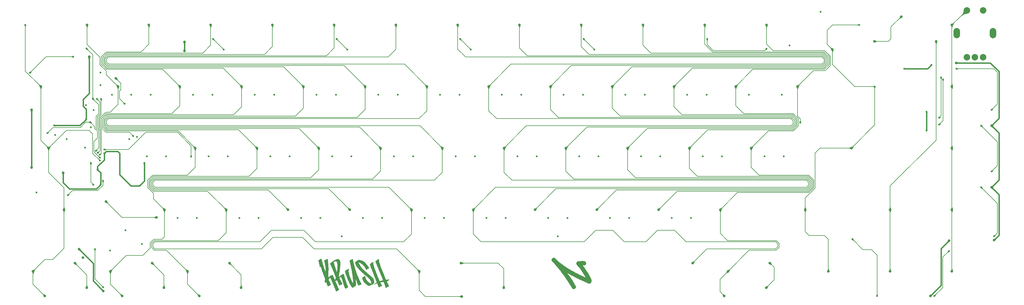
<source format=gbr>
G04 #@! TF.GenerationSoftware,KiCad,Pcbnew,(5.1.10)-1*
G04 #@! TF.CreationDate,2021-10-07T10:14:28+07:00*
G04 #@! TF.ProjectId,averange65,61766572-616e-4676-9536-352e6b696361,rev?*
G04 #@! TF.SameCoordinates,Original*
G04 #@! TF.FileFunction,Copper,L1,Top*
G04 #@! TF.FilePolarity,Positive*
%FSLAX46Y46*%
G04 Gerber Fmt 4.6, Leading zero omitted, Abs format (unit mm)*
G04 Created by KiCad (PCBNEW (5.1.10)-1) date 2021-10-07 10:14:28*
%MOMM*%
%LPD*%
G01*
G04 APERTURE LIST*
G04 #@! TA.AperFunction,EtchedComponent*
%ADD10C,0.010000*%
G04 #@! TD*
G04 #@! TA.AperFunction,ComponentPad*
%ADD11C,2.000000*%
G04 #@! TD*
G04 #@! TA.AperFunction,ComponentPad*
%ADD12O,2.000000X3.200000*%
G04 #@! TD*
G04 #@! TA.AperFunction,ViaPad*
%ADD13C,0.600000*%
G04 #@! TD*
G04 #@! TA.AperFunction,ViaPad*
%ADD14C,0.800000*%
G04 #@! TD*
G04 #@! TA.AperFunction,Conductor*
%ADD15C,0.400000*%
G04 #@! TD*
G04 #@! TA.AperFunction,Conductor*
%ADD16C,0.200000*%
G04 #@! TD*
G04 #@! TA.AperFunction,Conductor*
%ADD17C,0.025400*%
G04 #@! TD*
G04 #@! TA.AperFunction,Conductor*
%ADD18C,0.100000*%
G04 #@! TD*
G04 APERTURE END LIST*
D10*
G36*
X165310552Y-117425321D02*
G01*
X165392150Y-117446575D01*
X165471587Y-117480128D01*
X165536756Y-117518554D01*
X165548702Y-117528224D01*
X165569703Y-117546980D01*
X165598535Y-117573658D01*
X165633973Y-117607097D01*
X165674793Y-117646137D01*
X165719769Y-117689615D01*
X165767676Y-117736369D01*
X165801642Y-117769775D01*
X166046648Y-118008131D01*
X166287556Y-118235482D01*
X166526690Y-118453838D01*
X166766379Y-118665209D01*
X167008946Y-118871603D01*
X167256720Y-119075032D01*
X167512027Y-119277504D01*
X167777192Y-119481030D01*
X167819224Y-119512724D01*
X168089087Y-119712715D01*
X168363981Y-119910361D01*
X168644458Y-120105982D01*
X168931074Y-120299901D01*
X169224383Y-120492438D01*
X169524938Y-120683915D01*
X169833296Y-120874652D01*
X170150009Y-121064973D01*
X170475632Y-121255197D01*
X170810720Y-121445647D01*
X171155826Y-121636643D01*
X171511506Y-121828508D01*
X171878314Y-122021562D01*
X172256803Y-122216126D01*
X172647529Y-122412523D01*
X173051046Y-122611073D01*
X173467907Y-122812098D01*
X173704670Y-122924589D01*
X173780773Y-122960479D01*
X173862004Y-122998633D01*
X173947425Y-123038620D01*
X174036099Y-123080009D01*
X174127088Y-123122371D01*
X174219455Y-123165272D01*
X174312263Y-123208284D01*
X174404575Y-123250974D01*
X174495452Y-123292913D01*
X174583958Y-123333668D01*
X174669155Y-123372809D01*
X174750106Y-123409906D01*
X174825873Y-123444527D01*
X174895520Y-123476241D01*
X174958108Y-123504618D01*
X175012701Y-123529227D01*
X175058361Y-123549636D01*
X175094150Y-123565415D01*
X175119131Y-123576133D01*
X175132368Y-123581358D01*
X175134289Y-123581776D01*
X175131098Y-123575329D01*
X175121142Y-123558642D01*
X175105607Y-123533619D01*
X175085676Y-123502166D01*
X175062533Y-123466187D01*
X175060815Y-123463536D01*
X175038805Y-123429500D01*
X175019051Y-123398704D01*
X175000601Y-123369569D01*
X174982507Y-123340513D01*
X174963815Y-123309955D01*
X174943576Y-123276316D01*
X174920838Y-123238014D01*
X174894650Y-123193469D01*
X174864062Y-123141100D01*
X174828122Y-123079328D01*
X174785879Y-123006570D01*
X174785744Y-123006336D01*
X174486134Y-122504313D01*
X174173679Y-122008808D01*
X173848313Y-121519728D01*
X173509971Y-121036978D01*
X173158586Y-120560465D01*
X172794094Y-120090095D01*
X172460249Y-119678525D01*
X172417023Y-119626097D01*
X172381972Y-119582891D01*
X172353800Y-119547126D01*
X172331214Y-119517025D01*
X172312917Y-119490809D01*
X172297614Y-119466699D01*
X172284012Y-119442917D01*
X172271947Y-119419919D01*
X172243083Y-119353399D01*
X172220448Y-119281370D01*
X172205309Y-119208844D01*
X172198935Y-119140829D01*
X172198813Y-119131021D01*
X172201831Y-119084227D01*
X172210124Y-119030132D01*
X172222551Y-118974456D01*
X172237971Y-118922917D01*
X172243190Y-118908649D01*
X172280562Y-118831250D01*
X172330414Y-118758686D01*
X172391080Y-118692537D01*
X172460896Y-118634384D01*
X172538196Y-118585808D01*
X172621315Y-118548389D01*
X172623632Y-118547545D01*
X172658966Y-118535523D01*
X172693903Y-118525473D01*
X172730946Y-118516945D01*
X172772599Y-118509488D01*
X172821366Y-118502650D01*
X172879751Y-118495980D01*
X172946299Y-118489398D01*
X173256862Y-118464522D01*
X173566190Y-118448301D01*
X173871744Y-118440796D01*
X174170987Y-118442067D01*
X174461383Y-118452177D01*
X174470299Y-118452636D01*
X174554794Y-118458995D01*
X174627321Y-118468882D01*
X174690101Y-118482760D01*
X174745351Y-118501093D01*
X174782922Y-118517914D01*
X174864399Y-118566240D01*
X174935430Y-118624389D01*
X174996199Y-118692593D01*
X175046893Y-118771083D01*
X175087695Y-118860089D01*
X175109437Y-118925190D01*
X175117492Y-118962228D01*
X175123763Y-119009334D01*
X175128041Y-119062149D01*
X175130121Y-119116310D01*
X175129794Y-119167460D01*
X175126853Y-119211236D01*
X175123981Y-119230940D01*
X175100225Y-119323523D01*
X175065728Y-119407961D01*
X175020999Y-119483190D01*
X174977184Y-119537112D01*
X174918718Y-119592176D01*
X174856611Y-119635127D01*
X174788274Y-119667341D01*
X174711116Y-119690197D01*
X174676139Y-119697217D01*
X174655181Y-119700584D01*
X174634219Y-119703030D01*
X174611111Y-119704580D01*
X174583717Y-119705261D01*
X174549896Y-119705097D01*
X174507507Y-119704114D01*
X174454409Y-119702339D01*
X174404984Y-119700451D01*
X174347613Y-119698370D01*
X174291397Y-119696663D01*
X174239014Y-119695385D01*
X174193144Y-119694595D01*
X174156466Y-119694348D01*
X174131995Y-119694688D01*
X174065835Y-119697079D01*
X174188990Y-119860364D01*
X174497094Y-120276741D01*
X174792247Y-120691900D01*
X175075671Y-121107754D01*
X175348588Y-121526218D01*
X175612218Y-121949207D01*
X175867784Y-122378635D01*
X176116507Y-122816417D01*
X176353565Y-123253079D01*
X176422425Y-123383688D01*
X176484073Y-123502610D01*
X176538847Y-123610552D01*
X176587087Y-123708220D01*
X176629130Y-123796322D01*
X176665316Y-123875566D01*
X176695983Y-123946658D01*
X176721470Y-124010307D01*
X176738670Y-124057233D01*
X176772152Y-124162320D01*
X176796353Y-124260611D01*
X176811897Y-124355923D01*
X176819405Y-124452072D01*
X176819499Y-124552875D01*
X176819485Y-124553292D01*
X176809394Y-124674772D01*
X176787437Y-124788865D01*
X176753750Y-124895167D01*
X176708471Y-124993269D01*
X176651739Y-125082768D01*
X176630074Y-125110907D01*
X176566052Y-125179228D01*
X176494569Y-125235482D01*
X176416558Y-125279445D01*
X176332951Y-125310889D01*
X176244680Y-125329590D01*
X176152678Y-125335323D01*
X176057878Y-125327860D01*
X175961212Y-125306979D01*
X175900928Y-125287259D01*
X175883940Y-125280428D01*
X175854646Y-125268001D01*
X175813956Y-125250386D01*
X175762780Y-125227991D01*
X175702026Y-125201223D01*
X175632603Y-125170490D01*
X175555422Y-125136200D01*
X175471390Y-125098760D01*
X175381418Y-125058579D01*
X175286414Y-125016064D01*
X175187289Y-124971623D01*
X175084950Y-124925663D01*
X174980307Y-124878593D01*
X174874270Y-124830819D01*
X174767747Y-124782751D01*
X174661648Y-124734794D01*
X174556883Y-124687358D01*
X174454359Y-124640850D01*
X174354987Y-124595678D01*
X174259676Y-124552249D01*
X174169335Y-124510972D01*
X174143727Y-124499247D01*
X173755412Y-124320309D01*
X173380389Y-124145323D01*
X173018070Y-123973991D01*
X172667869Y-123806016D01*
X172329198Y-123641101D01*
X172001470Y-123478949D01*
X171684099Y-123319263D01*
X171376497Y-123161745D01*
X171078077Y-123006098D01*
X170788252Y-122852026D01*
X170506436Y-122699231D01*
X170232040Y-122547415D01*
X169964479Y-122396282D01*
X169782184Y-122291459D01*
X169722609Y-122256866D01*
X169660570Y-122220696D01*
X169597694Y-122183907D01*
X169535607Y-122147460D01*
X169475934Y-122112315D01*
X169420301Y-122079430D01*
X169370335Y-122049766D01*
X169327660Y-122024282D01*
X169293904Y-122003937D01*
X169270691Y-121989693D01*
X169266927Y-121987325D01*
X169262217Y-121984117D01*
X169258058Y-121981150D01*
X169255051Y-121979310D01*
X169253797Y-121979482D01*
X169254898Y-121982551D01*
X169258954Y-121989403D01*
X169266567Y-122000922D01*
X169278338Y-122017994D01*
X169294868Y-122041505D01*
X169316759Y-122072339D01*
X169344611Y-122111382D01*
X169379025Y-122159518D01*
X169420603Y-122217634D01*
X169469946Y-122286614D01*
X169474494Y-122292973D01*
X169838044Y-122808574D01*
X170191208Y-123324223D01*
X170535625Y-123842450D01*
X170872933Y-124365787D01*
X171204770Y-124896762D01*
X171532774Y-125437905D01*
X171761924Y-125825736D01*
X171806521Y-125902169D01*
X171844327Y-125967426D01*
X171876005Y-126022781D01*
X171902217Y-126069512D01*
X171923626Y-126108896D01*
X171940893Y-126142210D01*
X171954682Y-126170730D01*
X171965655Y-126195733D01*
X171974474Y-126218495D01*
X171981801Y-126240295D01*
X171988090Y-126261652D01*
X172004755Y-126347228D01*
X172007631Y-126432493D01*
X171997425Y-126516365D01*
X171974842Y-126597761D01*
X171940587Y-126675597D01*
X171895366Y-126748790D01*
X171839885Y-126816256D01*
X171774848Y-126876913D01*
X171700961Y-126929677D01*
X171618930Y-126973464D01*
X171529461Y-127007192D01*
X171496563Y-127016409D01*
X171451854Y-127025196D01*
X171399770Y-127031273D01*
X171345674Y-127034335D01*
X171294930Y-127034075D01*
X171253615Y-127030300D01*
X171173538Y-127010560D01*
X171095662Y-126977820D01*
X171022321Y-126933595D01*
X170955847Y-126879398D01*
X170898574Y-126816745D01*
X170875595Y-126784953D01*
X170864774Y-126767884D01*
X170847707Y-126739921D01*
X170825392Y-126702749D01*
X170798829Y-126658049D01*
X170769018Y-126607506D01*
X170736957Y-126552802D01*
X170703645Y-126495620D01*
X170696035Y-126482507D01*
X170309556Y-125829811D01*
X169909423Y-125180853D01*
X169496184Y-124536371D01*
X169070387Y-123897103D01*
X168632577Y-123263789D01*
X168183304Y-122637167D01*
X167723115Y-122017977D01*
X167252557Y-121406958D01*
X166772177Y-120804847D01*
X166282523Y-120212385D01*
X165784143Y-119630309D01*
X165277584Y-119059359D01*
X164850896Y-118593993D01*
X164816218Y-118556509D01*
X164783196Y-118520393D01*
X164753700Y-118487723D01*
X164729598Y-118460576D01*
X164712762Y-118441029D01*
X164708206Y-118435458D01*
X164659051Y-118362418D01*
X164621229Y-118282688D01*
X164595396Y-118198579D01*
X164582206Y-118112399D01*
X164582317Y-118026459D01*
X164585005Y-118001344D01*
X164604431Y-117907799D01*
X164636676Y-117819009D01*
X164680643Y-117736102D01*
X164735236Y-117660202D01*
X164799357Y-117592435D01*
X164871911Y-117533928D01*
X164951801Y-117485807D01*
X165037930Y-117449197D01*
X165129203Y-117425224D01*
X165149366Y-117421833D01*
X165228916Y-117416897D01*
X165310552Y-117425321D01*
G37*
X165310552Y-117425321D02*
X165392150Y-117446575D01*
X165471587Y-117480128D01*
X165536756Y-117518554D01*
X165548702Y-117528224D01*
X165569703Y-117546980D01*
X165598535Y-117573658D01*
X165633973Y-117607097D01*
X165674793Y-117646137D01*
X165719769Y-117689615D01*
X165767676Y-117736369D01*
X165801642Y-117769775D01*
X166046648Y-118008131D01*
X166287556Y-118235482D01*
X166526690Y-118453838D01*
X166766379Y-118665209D01*
X167008946Y-118871603D01*
X167256720Y-119075032D01*
X167512027Y-119277504D01*
X167777192Y-119481030D01*
X167819224Y-119512724D01*
X168089087Y-119712715D01*
X168363981Y-119910361D01*
X168644458Y-120105982D01*
X168931074Y-120299901D01*
X169224383Y-120492438D01*
X169524938Y-120683915D01*
X169833296Y-120874652D01*
X170150009Y-121064973D01*
X170475632Y-121255197D01*
X170810720Y-121445647D01*
X171155826Y-121636643D01*
X171511506Y-121828508D01*
X171878314Y-122021562D01*
X172256803Y-122216126D01*
X172647529Y-122412523D01*
X173051046Y-122611073D01*
X173467907Y-122812098D01*
X173704670Y-122924589D01*
X173780773Y-122960479D01*
X173862004Y-122998633D01*
X173947425Y-123038620D01*
X174036099Y-123080009D01*
X174127088Y-123122371D01*
X174219455Y-123165272D01*
X174312263Y-123208284D01*
X174404575Y-123250974D01*
X174495452Y-123292913D01*
X174583958Y-123333668D01*
X174669155Y-123372809D01*
X174750106Y-123409906D01*
X174825873Y-123444527D01*
X174895520Y-123476241D01*
X174958108Y-123504618D01*
X175012701Y-123529227D01*
X175058361Y-123549636D01*
X175094150Y-123565415D01*
X175119131Y-123576133D01*
X175132368Y-123581358D01*
X175134289Y-123581776D01*
X175131098Y-123575329D01*
X175121142Y-123558642D01*
X175105607Y-123533619D01*
X175085676Y-123502166D01*
X175062533Y-123466187D01*
X175060815Y-123463536D01*
X175038805Y-123429500D01*
X175019051Y-123398704D01*
X175000601Y-123369569D01*
X174982507Y-123340513D01*
X174963815Y-123309955D01*
X174943576Y-123276316D01*
X174920838Y-123238014D01*
X174894650Y-123193469D01*
X174864062Y-123141100D01*
X174828122Y-123079328D01*
X174785879Y-123006570D01*
X174785744Y-123006336D01*
X174486134Y-122504313D01*
X174173679Y-122008808D01*
X173848313Y-121519728D01*
X173509971Y-121036978D01*
X173158586Y-120560465D01*
X172794094Y-120090095D01*
X172460249Y-119678525D01*
X172417023Y-119626097D01*
X172381972Y-119582891D01*
X172353800Y-119547126D01*
X172331214Y-119517025D01*
X172312917Y-119490809D01*
X172297614Y-119466699D01*
X172284012Y-119442917D01*
X172271947Y-119419919D01*
X172243083Y-119353399D01*
X172220448Y-119281370D01*
X172205309Y-119208844D01*
X172198935Y-119140829D01*
X172198813Y-119131021D01*
X172201831Y-119084227D01*
X172210124Y-119030132D01*
X172222551Y-118974456D01*
X172237971Y-118922917D01*
X172243190Y-118908649D01*
X172280562Y-118831250D01*
X172330414Y-118758686D01*
X172391080Y-118692537D01*
X172460896Y-118634384D01*
X172538196Y-118585808D01*
X172621315Y-118548389D01*
X172623632Y-118547545D01*
X172658966Y-118535523D01*
X172693903Y-118525473D01*
X172730946Y-118516945D01*
X172772599Y-118509488D01*
X172821366Y-118502650D01*
X172879751Y-118495980D01*
X172946299Y-118489398D01*
X173256862Y-118464522D01*
X173566190Y-118448301D01*
X173871744Y-118440796D01*
X174170987Y-118442067D01*
X174461383Y-118452177D01*
X174470299Y-118452636D01*
X174554794Y-118458995D01*
X174627321Y-118468882D01*
X174690101Y-118482760D01*
X174745351Y-118501093D01*
X174782922Y-118517914D01*
X174864399Y-118566240D01*
X174935430Y-118624389D01*
X174996199Y-118692593D01*
X175046893Y-118771083D01*
X175087695Y-118860089D01*
X175109437Y-118925190D01*
X175117492Y-118962228D01*
X175123763Y-119009334D01*
X175128041Y-119062149D01*
X175130121Y-119116310D01*
X175129794Y-119167460D01*
X175126853Y-119211236D01*
X175123981Y-119230940D01*
X175100225Y-119323523D01*
X175065728Y-119407961D01*
X175020999Y-119483190D01*
X174977184Y-119537112D01*
X174918718Y-119592176D01*
X174856611Y-119635127D01*
X174788274Y-119667341D01*
X174711116Y-119690197D01*
X174676139Y-119697217D01*
X174655181Y-119700584D01*
X174634219Y-119703030D01*
X174611111Y-119704580D01*
X174583717Y-119705261D01*
X174549896Y-119705097D01*
X174507507Y-119704114D01*
X174454409Y-119702339D01*
X174404984Y-119700451D01*
X174347613Y-119698370D01*
X174291397Y-119696663D01*
X174239014Y-119695385D01*
X174193144Y-119694595D01*
X174156466Y-119694348D01*
X174131995Y-119694688D01*
X174065835Y-119697079D01*
X174188990Y-119860364D01*
X174497094Y-120276741D01*
X174792247Y-120691900D01*
X175075671Y-121107754D01*
X175348588Y-121526218D01*
X175612218Y-121949207D01*
X175867784Y-122378635D01*
X176116507Y-122816417D01*
X176353565Y-123253079D01*
X176422425Y-123383688D01*
X176484073Y-123502610D01*
X176538847Y-123610552D01*
X176587087Y-123708220D01*
X176629130Y-123796322D01*
X176665316Y-123875566D01*
X176695983Y-123946658D01*
X176721470Y-124010307D01*
X176738670Y-124057233D01*
X176772152Y-124162320D01*
X176796353Y-124260611D01*
X176811897Y-124355923D01*
X176819405Y-124452072D01*
X176819499Y-124552875D01*
X176819485Y-124553292D01*
X176809394Y-124674772D01*
X176787437Y-124788865D01*
X176753750Y-124895167D01*
X176708471Y-124993269D01*
X176651739Y-125082768D01*
X176630074Y-125110907D01*
X176566052Y-125179228D01*
X176494569Y-125235482D01*
X176416558Y-125279445D01*
X176332951Y-125310889D01*
X176244680Y-125329590D01*
X176152678Y-125335323D01*
X176057878Y-125327860D01*
X175961212Y-125306979D01*
X175900928Y-125287259D01*
X175883940Y-125280428D01*
X175854646Y-125268001D01*
X175813956Y-125250386D01*
X175762780Y-125227991D01*
X175702026Y-125201223D01*
X175632603Y-125170490D01*
X175555422Y-125136200D01*
X175471390Y-125098760D01*
X175381418Y-125058579D01*
X175286414Y-125016064D01*
X175187289Y-124971623D01*
X175084950Y-124925663D01*
X174980307Y-124878593D01*
X174874270Y-124830819D01*
X174767747Y-124782751D01*
X174661648Y-124734794D01*
X174556883Y-124687358D01*
X174454359Y-124640850D01*
X174354987Y-124595678D01*
X174259676Y-124552249D01*
X174169335Y-124510972D01*
X174143727Y-124499247D01*
X173755412Y-124320309D01*
X173380389Y-124145323D01*
X173018070Y-123973991D01*
X172667869Y-123806016D01*
X172329198Y-123641101D01*
X172001470Y-123478949D01*
X171684099Y-123319263D01*
X171376497Y-123161745D01*
X171078077Y-123006098D01*
X170788252Y-122852026D01*
X170506436Y-122699231D01*
X170232040Y-122547415D01*
X169964479Y-122396282D01*
X169782184Y-122291459D01*
X169722609Y-122256866D01*
X169660570Y-122220696D01*
X169597694Y-122183907D01*
X169535607Y-122147460D01*
X169475934Y-122112315D01*
X169420301Y-122079430D01*
X169370335Y-122049766D01*
X169327660Y-122024282D01*
X169293904Y-122003937D01*
X169270691Y-121989693D01*
X169266927Y-121987325D01*
X169262217Y-121984117D01*
X169258058Y-121981150D01*
X169255051Y-121979310D01*
X169253797Y-121979482D01*
X169254898Y-121982551D01*
X169258954Y-121989403D01*
X169266567Y-122000922D01*
X169278338Y-122017994D01*
X169294868Y-122041505D01*
X169316759Y-122072339D01*
X169344611Y-122111382D01*
X169379025Y-122159518D01*
X169420603Y-122217634D01*
X169469946Y-122286614D01*
X169474494Y-122292973D01*
X169838044Y-122808574D01*
X170191208Y-123324223D01*
X170535625Y-123842450D01*
X170872933Y-124365787D01*
X171204770Y-124896762D01*
X171532774Y-125437905D01*
X171761924Y-125825736D01*
X171806521Y-125902169D01*
X171844327Y-125967426D01*
X171876005Y-126022781D01*
X171902217Y-126069512D01*
X171923626Y-126108896D01*
X171940893Y-126142210D01*
X171954682Y-126170730D01*
X171965655Y-126195733D01*
X171974474Y-126218495D01*
X171981801Y-126240295D01*
X171988090Y-126261652D01*
X172004755Y-126347228D01*
X172007631Y-126432493D01*
X171997425Y-126516365D01*
X171974842Y-126597761D01*
X171940587Y-126675597D01*
X171895366Y-126748790D01*
X171839885Y-126816256D01*
X171774848Y-126876913D01*
X171700961Y-126929677D01*
X171618930Y-126973464D01*
X171529461Y-127007192D01*
X171496563Y-127016409D01*
X171451854Y-127025196D01*
X171399770Y-127031273D01*
X171345674Y-127034335D01*
X171294930Y-127034075D01*
X171253615Y-127030300D01*
X171173538Y-127010560D01*
X171095662Y-126977820D01*
X171022321Y-126933595D01*
X170955847Y-126879398D01*
X170898574Y-126816745D01*
X170875595Y-126784953D01*
X170864774Y-126767884D01*
X170847707Y-126739921D01*
X170825392Y-126702749D01*
X170798829Y-126658049D01*
X170769018Y-126607506D01*
X170736957Y-126552802D01*
X170703645Y-126495620D01*
X170696035Y-126482507D01*
X170309556Y-125829811D01*
X169909423Y-125180853D01*
X169496184Y-124536371D01*
X169070387Y-123897103D01*
X168632577Y-123263789D01*
X168183304Y-122637167D01*
X167723115Y-122017977D01*
X167252557Y-121406958D01*
X166772177Y-120804847D01*
X166282523Y-120212385D01*
X165784143Y-119630309D01*
X165277584Y-119059359D01*
X164850896Y-118593993D01*
X164816218Y-118556509D01*
X164783196Y-118520393D01*
X164753700Y-118487723D01*
X164729598Y-118460576D01*
X164712762Y-118441029D01*
X164708206Y-118435458D01*
X164659051Y-118362418D01*
X164621229Y-118282688D01*
X164595396Y-118198579D01*
X164582206Y-118112399D01*
X164582317Y-118026459D01*
X164585005Y-118001344D01*
X164604431Y-117907799D01*
X164636676Y-117819009D01*
X164680643Y-117736102D01*
X164735236Y-117660202D01*
X164799357Y-117592435D01*
X164871911Y-117533928D01*
X164951801Y-117485807D01*
X165037930Y-117449197D01*
X165129203Y-117425224D01*
X165149366Y-117421833D01*
X165228916Y-117416897D01*
X165310552Y-117425321D01*
G36*
X105291739Y-118103143D02*
G01*
X105445677Y-118130749D01*
X105528930Y-118147509D01*
X105801358Y-118211697D01*
X106043452Y-118289678D01*
X106265653Y-118387528D01*
X106478405Y-118511326D01*
X106692150Y-118667148D01*
X106917330Y-118861072D01*
X107164389Y-119099176D01*
X107164685Y-119099472D01*
X107445556Y-119391439D01*
X107679783Y-119657958D01*
X107871788Y-119904628D01*
X108025996Y-120137046D01*
X108122942Y-120312154D01*
X108243578Y-120551213D01*
X108147735Y-120631468D01*
X108082501Y-120677128D01*
X107981931Y-120737184D01*
X107858495Y-120805294D01*
X107724666Y-120875113D01*
X107592916Y-120940300D01*
X107475716Y-120994511D01*
X107385538Y-121031404D01*
X107335325Y-121044643D01*
X107290971Y-121019957D01*
X107283031Y-120988156D01*
X107262830Y-120887749D01*
X107205589Y-120752346D01*
X107116350Y-120589390D01*
X107000155Y-120406323D01*
X106862044Y-120210587D01*
X106707059Y-120009624D01*
X106540243Y-119810877D01*
X106366636Y-119621788D01*
X106336278Y-119590597D01*
X106140653Y-119399560D01*
X105965705Y-119247974D01*
X105798454Y-119125902D01*
X105625922Y-119023406D01*
X105534913Y-118977023D01*
X105403686Y-118917074D01*
X105270668Y-118862892D01*
X105148022Y-118818669D01*
X105047909Y-118788599D01*
X104982492Y-118776874D01*
X104964855Y-118780487D01*
X104966053Y-118816136D01*
X104987684Y-118894032D01*
X105025328Y-119002069D01*
X105074565Y-119128141D01*
X105130975Y-119260142D01*
X105173484Y-119351921D01*
X105340877Y-119658098D01*
X105560943Y-119990619D01*
X105833107Y-120348695D01*
X106156796Y-120731534D01*
X106260404Y-120847278D01*
X106397138Y-120993790D01*
X106547515Y-121145799D01*
X106716850Y-121308145D01*
X106910457Y-121485664D01*
X107133653Y-121683197D01*
X107391751Y-121905581D01*
X107690067Y-122157654D01*
X107810374Y-122258308D01*
X108131776Y-122528086D01*
X108410050Y-122765377D01*
X108649256Y-122974373D01*
X108853453Y-123159265D01*
X109026698Y-123324245D01*
X109173050Y-123473507D01*
X109296567Y-123611242D01*
X109401308Y-123741642D01*
X109491330Y-123868899D01*
X109570693Y-123997205D01*
X109643455Y-124130753D01*
X109665819Y-124174902D01*
X109730907Y-124309968D01*
X109772831Y-124413628D01*
X109797544Y-124506671D01*
X109810997Y-124609882D01*
X109817112Y-124703298D01*
X109817145Y-124876304D01*
X109792364Y-125018584D01*
X109735986Y-125146989D01*
X109641233Y-125278372D01*
X109541446Y-125388437D01*
X109472754Y-125455287D01*
X109398725Y-125515572D01*
X109308992Y-125575825D01*
X109193192Y-125642576D01*
X109040958Y-125722357D01*
X108897305Y-125794343D01*
X108710649Y-125885609D01*
X108566426Y-125951811D01*
X108454171Y-125995699D01*
X108363418Y-126020019D01*
X108283702Y-126027521D01*
X108204556Y-126020952D01*
X108115515Y-126003061D01*
X108108607Y-126001447D01*
X107944471Y-125943341D01*
X107755945Y-125843676D01*
X107553063Y-125709748D01*
X107345859Y-125548854D01*
X107144368Y-125368289D01*
X106958622Y-125175352D01*
X106934140Y-125147415D01*
X106678110Y-124828040D01*
X106473726Y-124521863D01*
X106321956Y-124230818D01*
X106223768Y-123956838D01*
X106180131Y-123701858D01*
X106177825Y-123636195D01*
X106181654Y-123573557D01*
X106201328Y-123527105D01*
X106248232Y-123482057D01*
X106333753Y-123423629D01*
X106349207Y-123413699D01*
X106444210Y-123357683D01*
X106564070Y-123293911D01*
X106695498Y-123228624D01*
X106825205Y-123168062D01*
X106939903Y-123118466D01*
X107026302Y-123086077D01*
X107066737Y-123076734D01*
X107090228Y-123096720D01*
X107090437Y-123162711D01*
X107086855Y-123188331D01*
X107084617Y-123347412D01*
X107118697Y-123538914D01*
X107184810Y-123751400D01*
X107278670Y-123973437D01*
X107395991Y-124193591D01*
X107532487Y-124400428D01*
X107549917Y-124423766D01*
X107722055Y-124627626D01*
X107927355Y-124833632D01*
X108145066Y-125022225D01*
X108325900Y-125155238D01*
X108459109Y-125237493D01*
X108592910Y-125309216D01*
X108716270Y-125365652D01*
X108818159Y-125402045D01*
X108887544Y-125413640D01*
X108909073Y-125406626D01*
X108935072Y-125348036D01*
X108948373Y-125248430D01*
X108948866Y-125125218D01*
X108936439Y-124995809D01*
X108912416Y-124882474D01*
X108839853Y-124681543D01*
X108738010Y-124465295D01*
X108619913Y-124260630D01*
X108587585Y-124211801D01*
X108502956Y-124100200D01*
X108386884Y-123967708D01*
X108236965Y-123812025D01*
X108050794Y-123630850D01*
X107825964Y-123421884D01*
X107560071Y-123182826D01*
X107250711Y-122911377D01*
X107014089Y-122706943D01*
X106545039Y-122297932D01*
X106123976Y-121918417D01*
X105751338Y-121568828D01*
X105427566Y-121249596D01*
X105153097Y-120961148D01*
X104928372Y-120703916D01*
X104796118Y-120536272D01*
X104562640Y-120204419D01*
X104369248Y-119888887D01*
X104217374Y-119593069D01*
X104108450Y-119320356D01*
X104043907Y-119074142D01*
X104025178Y-118857818D01*
X104037465Y-118738824D01*
X104047214Y-118702137D01*
X104065312Y-118667849D01*
X104097866Y-118631674D01*
X104150982Y-118589328D01*
X104230767Y-118536526D01*
X104343326Y-118468981D01*
X104494767Y-118382409D01*
X104691196Y-118272524D01*
X104743027Y-118243699D01*
X104875630Y-118172039D01*
X104981106Y-118124075D01*
X105075151Y-118097885D01*
X105173463Y-118091548D01*
X105291739Y-118103143D01*
G37*
X105291739Y-118103143D02*
X105445677Y-118130749D01*
X105528930Y-118147509D01*
X105801358Y-118211697D01*
X106043452Y-118289678D01*
X106265653Y-118387528D01*
X106478405Y-118511326D01*
X106692150Y-118667148D01*
X106917330Y-118861072D01*
X107164389Y-119099176D01*
X107164685Y-119099472D01*
X107445556Y-119391439D01*
X107679783Y-119657958D01*
X107871788Y-119904628D01*
X108025996Y-120137046D01*
X108122942Y-120312154D01*
X108243578Y-120551213D01*
X108147735Y-120631468D01*
X108082501Y-120677128D01*
X107981931Y-120737184D01*
X107858495Y-120805294D01*
X107724666Y-120875113D01*
X107592916Y-120940300D01*
X107475716Y-120994511D01*
X107385538Y-121031404D01*
X107335325Y-121044643D01*
X107290971Y-121019957D01*
X107283031Y-120988156D01*
X107262830Y-120887749D01*
X107205589Y-120752346D01*
X107116350Y-120589390D01*
X107000155Y-120406323D01*
X106862044Y-120210587D01*
X106707059Y-120009624D01*
X106540243Y-119810877D01*
X106366636Y-119621788D01*
X106336278Y-119590597D01*
X106140653Y-119399560D01*
X105965705Y-119247974D01*
X105798454Y-119125902D01*
X105625922Y-119023406D01*
X105534913Y-118977023D01*
X105403686Y-118917074D01*
X105270668Y-118862892D01*
X105148022Y-118818669D01*
X105047909Y-118788599D01*
X104982492Y-118776874D01*
X104964855Y-118780487D01*
X104966053Y-118816136D01*
X104987684Y-118894032D01*
X105025328Y-119002069D01*
X105074565Y-119128141D01*
X105130975Y-119260142D01*
X105173484Y-119351921D01*
X105340877Y-119658098D01*
X105560943Y-119990619D01*
X105833107Y-120348695D01*
X106156796Y-120731534D01*
X106260404Y-120847278D01*
X106397138Y-120993790D01*
X106547515Y-121145799D01*
X106716850Y-121308145D01*
X106910457Y-121485664D01*
X107133653Y-121683197D01*
X107391751Y-121905581D01*
X107690067Y-122157654D01*
X107810374Y-122258308D01*
X108131776Y-122528086D01*
X108410050Y-122765377D01*
X108649256Y-122974373D01*
X108853453Y-123159265D01*
X109026698Y-123324245D01*
X109173050Y-123473507D01*
X109296567Y-123611242D01*
X109401308Y-123741642D01*
X109491330Y-123868899D01*
X109570693Y-123997205D01*
X109643455Y-124130753D01*
X109665819Y-124174902D01*
X109730907Y-124309968D01*
X109772831Y-124413628D01*
X109797544Y-124506671D01*
X109810997Y-124609882D01*
X109817112Y-124703298D01*
X109817145Y-124876304D01*
X109792364Y-125018584D01*
X109735986Y-125146989D01*
X109641233Y-125278372D01*
X109541446Y-125388437D01*
X109472754Y-125455287D01*
X109398725Y-125515572D01*
X109308992Y-125575825D01*
X109193192Y-125642576D01*
X109040958Y-125722357D01*
X108897305Y-125794343D01*
X108710649Y-125885609D01*
X108566426Y-125951811D01*
X108454171Y-125995699D01*
X108363418Y-126020019D01*
X108283702Y-126027521D01*
X108204556Y-126020952D01*
X108115515Y-126003061D01*
X108108607Y-126001447D01*
X107944471Y-125943341D01*
X107755945Y-125843676D01*
X107553063Y-125709748D01*
X107345859Y-125548854D01*
X107144368Y-125368289D01*
X106958622Y-125175352D01*
X106934140Y-125147415D01*
X106678110Y-124828040D01*
X106473726Y-124521863D01*
X106321956Y-124230818D01*
X106223768Y-123956838D01*
X106180131Y-123701858D01*
X106177825Y-123636195D01*
X106181654Y-123573557D01*
X106201328Y-123527105D01*
X106248232Y-123482057D01*
X106333753Y-123423629D01*
X106349207Y-123413699D01*
X106444210Y-123357683D01*
X106564070Y-123293911D01*
X106695498Y-123228624D01*
X106825205Y-123168062D01*
X106939903Y-123118466D01*
X107026302Y-123086077D01*
X107066737Y-123076734D01*
X107090228Y-123096720D01*
X107090437Y-123162711D01*
X107086855Y-123188331D01*
X107084617Y-123347412D01*
X107118697Y-123538914D01*
X107184810Y-123751400D01*
X107278670Y-123973437D01*
X107395991Y-124193591D01*
X107532487Y-124400428D01*
X107549917Y-124423766D01*
X107722055Y-124627626D01*
X107927355Y-124833632D01*
X108145066Y-125022225D01*
X108325900Y-125155238D01*
X108459109Y-125237493D01*
X108592910Y-125309216D01*
X108716270Y-125365652D01*
X108818159Y-125402045D01*
X108887544Y-125413640D01*
X108909073Y-125406626D01*
X108935072Y-125348036D01*
X108948373Y-125248430D01*
X108948866Y-125125218D01*
X108936439Y-124995809D01*
X108912416Y-124882474D01*
X108839853Y-124681543D01*
X108738010Y-124465295D01*
X108619913Y-124260630D01*
X108587585Y-124211801D01*
X108502956Y-124100200D01*
X108386884Y-123967708D01*
X108236965Y-123812025D01*
X108050794Y-123630850D01*
X107825964Y-123421884D01*
X107560071Y-123182826D01*
X107250711Y-122911377D01*
X107014089Y-122706943D01*
X106545039Y-122297932D01*
X106123976Y-121918417D01*
X105751338Y-121568828D01*
X105427566Y-121249596D01*
X105153097Y-120961148D01*
X104928372Y-120703916D01*
X104796118Y-120536272D01*
X104562640Y-120204419D01*
X104369248Y-119888887D01*
X104217374Y-119593069D01*
X104108450Y-119320356D01*
X104043907Y-119074142D01*
X104025178Y-118857818D01*
X104037465Y-118738824D01*
X104047214Y-118702137D01*
X104065312Y-118667849D01*
X104097866Y-118631674D01*
X104150982Y-118589328D01*
X104230767Y-118536526D01*
X104343326Y-118468981D01*
X104494767Y-118382409D01*
X104691196Y-118272524D01*
X104743027Y-118243699D01*
X104875630Y-118172039D01*
X104981106Y-118124075D01*
X105075151Y-118097885D01*
X105173463Y-118091548D01*
X105291739Y-118103143D01*
G36*
X103158441Y-117831409D02*
G01*
X103174668Y-117866812D01*
X103192106Y-117943227D01*
X103203540Y-118018289D01*
X103222458Y-118131468D01*
X103256670Y-118294772D01*
X103304294Y-118501085D01*
X103363446Y-118743287D01*
X103432244Y-119014262D01*
X103508806Y-119306893D01*
X103591248Y-119614060D01*
X103677688Y-119928648D01*
X103766243Y-120243538D01*
X103855030Y-120551612D01*
X103942167Y-120845753D01*
X104011871Y-121074154D01*
X104167158Y-121565263D01*
X104314989Y-122010231D01*
X104460270Y-122421388D01*
X104607908Y-122811065D01*
X104762810Y-123191593D01*
X104929882Y-123575302D01*
X105114031Y-123974524D01*
X105320163Y-124401589D01*
X105400968Y-124565068D01*
X105530623Y-124828159D01*
X105641486Y-125057606D01*
X105731971Y-125249933D01*
X105800490Y-125401663D01*
X105845458Y-125509320D01*
X105865288Y-125569430D01*
X105864758Y-125581068D01*
X105829420Y-125596280D01*
X105749662Y-125627061D01*
X105637410Y-125669061D01*
X105504592Y-125717934D01*
X105363134Y-125769329D01*
X105224966Y-125818899D01*
X105102012Y-125862293D01*
X105006202Y-125895164D01*
X104976723Y-125904851D01*
X104957988Y-125907739D01*
X104938976Y-125900955D01*
X104917658Y-125879885D01*
X104892008Y-125839919D01*
X104859998Y-125776446D01*
X104819599Y-125684853D01*
X104768783Y-125560528D01*
X104705523Y-125398862D01*
X104627791Y-125195240D01*
X104533559Y-124945053D01*
X104420799Y-124643689D01*
X104413215Y-124623383D01*
X104324057Y-124385438D01*
X104241414Y-124166374D01*
X104167596Y-123972204D01*
X104104913Y-123808941D01*
X104055677Y-123682596D01*
X104022199Y-123599183D01*
X104006789Y-123564713D01*
X104006114Y-123564168D01*
X104007292Y-123594966D01*
X104015615Y-123675573D01*
X104029971Y-123796607D01*
X104049247Y-123948684D01*
X104072295Y-124122164D01*
X104112140Y-124438521D01*
X104144801Y-124744371D01*
X104169651Y-125030825D01*
X104186062Y-125288995D01*
X104193407Y-125509993D01*
X104191058Y-125684930D01*
X104186848Y-125744436D01*
X104167314Y-125947306D01*
X103812529Y-126207613D01*
X103672980Y-126308378D01*
X103537391Y-126403415D01*
X103419168Y-126483514D01*
X103331719Y-126539467D01*
X103315062Y-126549275D01*
X103231819Y-126594929D01*
X103179435Y-126613086D01*
X103137057Y-126606215D01*
X103083835Y-126576784D01*
X103083645Y-126576669D01*
X102999923Y-126514835D01*
X102914201Y-126427381D01*
X102820750Y-126306967D01*
X102713838Y-126146256D01*
X102596742Y-125953239D01*
X102265262Y-125349570D01*
X101947682Y-124688565D01*
X101644385Y-123971108D01*
X101355756Y-123198080D01*
X101204016Y-122751420D01*
X101093891Y-122402067D01*
X101010623Y-122105950D01*
X100954181Y-121862929D01*
X100924529Y-121672868D01*
X100919584Y-121582154D01*
X100922417Y-121507402D01*
X100938560Y-121457430D01*
X100979896Y-121415258D01*
X101058305Y-121363907D01*
X101082641Y-121349128D01*
X101181728Y-121285646D01*
X101306831Y-121200544D01*
X101436515Y-121108533D01*
X101485373Y-121072716D01*
X101592535Y-120997027D01*
X101686489Y-120937500D01*
X101754268Y-120902005D01*
X101777374Y-120895516D01*
X101836723Y-120907604D01*
X101916365Y-120936815D01*
X101996944Y-120974189D01*
X102059105Y-121010763D01*
X102083501Y-121037257D01*
X102061403Y-121067816D01*
X102004298Y-121119970D01*
X101946517Y-121165685D01*
X101809532Y-121268323D01*
X101829021Y-121432709D01*
X101880075Y-121759085D01*
X101958908Y-122124834D01*
X102061751Y-122518571D01*
X102184837Y-122928908D01*
X102324397Y-123344460D01*
X102476662Y-123753838D01*
X102637867Y-124145658D01*
X102804241Y-124508531D01*
X102925566Y-124746324D01*
X103005013Y-124890131D01*
X103088614Y-125034345D01*
X103170468Y-125169578D01*
X103244677Y-125286443D01*
X103305339Y-125375554D01*
X103346556Y-125427524D01*
X103359665Y-125436978D01*
X103366210Y-125408666D01*
X103368798Y-125329694D01*
X103367826Y-125209007D01*
X103363690Y-125055551D01*
X103356787Y-124878273D01*
X103347516Y-124686116D01*
X103336273Y-124488028D01*
X103323455Y-124292954D01*
X103309460Y-124109838D01*
X103294685Y-123947628D01*
X103292662Y-123927919D01*
X103231939Y-123387242D01*
X103163202Y-122858161D01*
X103084275Y-122326824D01*
X102992978Y-121779377D01*
X102887136Y-121201970D01*
X102773276Y-120623658D01*
X102674112Y-120138481D01*
X102584944Y-119711684D01*
X102505790Y-119343343D01*
X102436667Y-119033531D01*
X102377590Y-118782322D01*
X102328579Y-118589791D01*
X102289648Y-118456012D01*
X102260816Y-118381060D01*
X102260174Y-118379844D01*
X102251803Y-118341364D01*
X102276876Y-118300607D01*
X102343953Y-118244948D01*
X102359227Y-118233764D01*
X102436741Y-118183226D01*
X102543261Y-118121308D01*
X102667445Y-118053723D01*
X102797947Y-117986181D01*
X102923422Y-117924393D01*
X103032527Y-117874072D01*
X103113916Y-117840928D01*
X103156245Y-117830673D01*
X103158441Y-117831409D01*
G37*
X103158441Y-117831409D02*
X103174668Y-117866812D01*
X103192106Y-117943227D01*
X103203540Y-118018289D01*
X103222458Y-118131468D01*
X103256670Y-118294772D01*
X103304294Y-118501085D01*
X103363446Y-118743287D01*
X103432244Y-119014262D01*
X103508806Y-119306893D01*
X103591248Y-119614060D01*
X103677688Y-119928648D01*
X103766243Y-120243538D01*
X103855030Y-120551612D01*
X103942167Y-120845753D01*
X104011871Y-121074154D01*
X104167158Y-121565263D01*
X104314989Y-122010231D01*
X104460270Y-122421388D01*
X104607908Y-122811065D01*
X104762810Y-123191593D01*
X104929882Y-123575302D01*
X105114031Y-123974524D01*
X105320163Y-124401589D01*
X105400968Y-124565068D01*
X105530623Y-124828159D01*
X105641486Y-125057606D01*
X105731971Y-125249933D01*
X105800490Y-125401663D01*
X105845458Y-125509320D01*
X105865288Y-125569430D01*
X105864758Y-125581068D01*
X105829420Y-125596280D01*
X105749662Y-125627061D01*
X105637410Y-125669061D01*
X105504592Y-125717934D01*
X105363134Y-125769329D01*
X105224966Y-125818899D01*
X105102012Y-125862293D01*
X105006202Y-125895164D01*
X104976723Y-125904851D01*
X104957988Y-125907739D01*
X104938976Y-125900955D01*
X104917658Y-125879885D01*
X104892008Y-125839919D01*
X104859998Y-125776446D01*
X104819599Y-125684853D01*
X104768783Y-125560528D01*
X104705523Y-125398862D01*
X104627791Y-125195240D01*
X104533559Y-124945053D01*
X104420799Y-124643689D01*
X104413215Y-124623383D01*
X104324057Y-124385438D01*
X104241414Y-124166374D01*
X104167596Y-123972204D01*
X104104913Y-123808941D01*
X104055677Y-123682596D01*
X104022199Y-123599183D01*
X104006789Y-123564713D01*
X104006114Y-123564168D01*
X104007292Y-123594966D01*
X104015615Y-123675573D01*
X104029971Y-123796607D01*
X104049247Y-123948684D01*
X104072295Y-124122164D01*
X104112140Y-124438521D01*
X104144801Y-124744371D01*
X104169651Y-125030825D01*
X104186062Y-125288995D01*
X104193407Y-125509993D01*
X104191058Y-125684930D01*
X104186848Y-125744436D01*
X104167314Y-125947306D01*
X103812529Y-126207613D01*
X103672980Y-126308378D01*
X103537391Y-126403415D01*
X103419168Y-126483514D01*
X103331719Y-126539467D01*
X103315062Y-126549275D01*
X103231819Y-126594929D01*
X103179435Y-126613086D01*
X103137057Y-126606215D01*
X103083835Y-126576784D01*
X103083645Y-126576669D01*
X102999923Y-126514835D01*
X102914201Y-126427381D01*
X102820750Y-126306967D01*
X102713838Y-126146256D01*
X102596742Y-125953239D01*
X102265262Y-125349570D01*
X101947682Y-124688565D01*
X101644385Y-123971108D01*
X101355756Y-123198080D01*
X101204016Y-122751420D01*
X101093891Y-122402067D01*
X101010623Y-122105950D01*
X100954181Y-121862929D01*
X100924529Y-121672868D01*
X100919584Y-121582154D01*
X100922417Y-121507402D01*
X100938560Y-121457430D01*
X100979896Y-121415258D01*
X101058305Y-121363907D01*
X101082641Y-121349128D01*
X101181728Y-121285646D01*
X101306831Y-121200544D01*
X101436515Y-121108533D01*
X101485373Y-121072716D01*
X101592535Y-120997027D01*
X101686489Y-120937500D01*
X101754268Y-120902005D01*
X101777374Y-120895516D01*
X101836723Y-120907604D01*
X101916365Y-120936815D01*
X101996944Y-120974189D01*
X102059105Y-121010763D01*
X102083501Y-121037257D01*
X102061403Y-121067816D01*
X102004298Y-121119970D01*
X101946517Y-121165685D01*
X101809532Y-121268323D01*
X101829021Y-121432709D01*
X101880075Y-121759085D01*
X101958908Y-122124834D01*
X102061751Y-122518571D01*
X102184837Y-122928908D01*
X102324397Y-123344460D01*
X102476662Y-123753838D01*
X102637867Y-124145658D01*
X102804241Y-124508531D01*
X102925566Y-124746324D01*
X103005013Y-124890131D01*
X103088614Y-125034345D01*
X103170468Y-125169578D01*
X103244677Y-125286443D01*
X103305339Y-125375554D01*
X103346556Y-125427524D01*
X103359665Y-125436978D01*
X103366210Y-125408666D01*
X103368798Y-125329694D01*
X103367826Y-125209007D01*
X103363690Y-125055551D01*
X103356787Y-124878273D01*
X103347516Y-124686116D01*
X103336273Y-124488028D01*
X103323455Y-124292954D01*
X103309460Y-124109838D01*
X103294685Y-123947628D01*
X103292662Y-123927919D01*
X103231939Y-123387242D01*
X103163202Y-122858161D01*
X103084275Y-122326824D01*
X102992978Y-121779377D01*
X102887136Y-121201970D01*
X102773276Y-120623658D01*
X102674112Y-120138481D01*
X102584944Y-119711684D01*
X102505790Y-119343343D01*
X102436667Y-119033531D01*
X102377590Y-118782322D01*
X102328579Y-118589791D01*
X102289648Y-118456012D01*
X102260816Y-118381060D01*
X102260174Y-118379844D01*
X102251803Y-118341364D01*
X102276876Y-118300607D01*
X102343953Y-118244948D01*
X102359227Y-118233764D01*
X102436741Y-118183226D01*
X102543261Y-118121308D01*
X102667445Y-118053723D01*
X102797947Y-117986181D01*
X102923422Y-117924393D01*
X103032527Y-117874072D01*
X103113916Y-117840928D01*
X103156245Y-117830673D01*
X103158441Y-117831409D01*
G36*
X111218494Y-117911883D02*
G01*
X111297961Y-117995479D01*
X111329781Y-118060258D01*
X111316682Y-118119560D01*
X111272444Y-118175441D01*
X111192502Y-118258883D01*
X111269157Y-118538460D01*
X111356040Y-118836492D01*
X111466765Y-119184633D01*
X111599880Y-119578845D01*
X111753933Y-120015088D01*
X111927471Y-120489323D01*
X112119041Y-120997512D01*
X112327192Y-121535616D01*
X112544060Y-122083573D01*
X112618196Y-122267409D01*
X112702178Y-122473087D01*
X112793126Y-122693790D01*
X112888160Y-122922698D01*
X112984399Y-123152994D01*
X113078965Y-123377858D01*
X113168977Y-123590472D01*
X113251555Y-123784018D01*
X113323820Y-123951676D01*
X113382891Y-124086628D01*
X113425889Y-124182056D01*
X113449934Y-124231140D01*
X113453089Y-124235880D01*
X113484371Y-124235976D01*
X113563826Y-124229850D01*
X113680305Y-124218523D01*
X113822656Y-124203013D01*
X113861306Y-124198564D01*
X114019291Y-124181177D01*
X114164839Y-124166964D01*
X114283010Y-124157261D01*
X114358865Y-124153409D01*
X114365148Y-124153412D01*
X114469736Y-124154715D01*
X114320325Y-124289010D01*
X114240440Y-124355645D01*
X114135224Y-124436400D01*
X114017690Y-124522107D01*
X113900853Y-124603599D01*
X113797727Y-124671705D01*
X113721326Y-124717259D01*
X113695034Y-124729512D01*
X113698717Y-124758291D01*
X113726384Y-124833599D01*
X113775065Y-124948625D01*
X113841790Y-125096557D01*
X113923587Y-125270584D01*
X113998374Y-125425023D01*
X114090207Y-125613869D01*
X114173094Y-125787213D01*
X114243377Y-125937167D01*
X114297395Y-126055844D01*
X114331491Y-126135358D01*
X114342021Y-126165820D01*
X114336681Y-126195885D01*
X114304805Y-126224053D01*
X114236855Y-126255598D01*
X114123294Y-126295791D01*
X114083051Y-126308979D01*
X113914405Y-126370886D01*
X113780092Y-126439383D01*
X113655041Y-126527611D01*
X113634942Y-126543843D01*
X113532218Y-126625944D01*
X113465476Y-126672473D01*
X113425981Y-126687502D01*
X113404994Y-126675106D01*
X113397246Y-126654684D01*
X113362267Y-126533852D01*
X113308506Y-126365073D01*
X113238617Y-126156186D01*
X113155253Y-125915032D01*
X113061071Y-125649451D01*
X112995098Y-125466860D01*
X112761305Y-124824389D01*
X112599521Y-124827913D01*
X112507428Y-124834778D01*
X112381708Y-124850624D01*
X112236261Y-124872945D01*
X112084989Y-124899233D01*
X111941792Y-124926981D01*
X111820571Y-124953682D01*
X111735228Y-124976829D01*
X111704732Y-124989290D01*
X111692679Y-125009200D01*
X111697373Y-125049806D01*
X111721575Y-125118595D01*
X111768045Y-125223055D01*
X111839542Y-125370672D01*
X111861943Y-125415784D01*
X111939777Y-125566223D01*
X112016967Y-125705276D01*
X112086072Y-125820213D01*
X112139656Y-125898303D01*
X112153343Y-125914548D01*
X112206502Y-125974837D01*
X112235188Y-126014100D01*
X112236910Y-126021030D01*
X112207402Y-126034825D01*
X112134572Y-126065519D01*
X112030667Y-126108014D01*
X111951048Y-126140035D01*
X111818736Y-126195884D01*
X111695699Y-126253006D01*
X111600597Y-126302524D01*
X111569223Y-126321743D01*
X111423209Y-126413250D01*
X111315957Y-126462298D01*
X111244619Y-126469328D01*
X111206348Y-126434781D01*
X111197619Y-126379307D01*
X111187066Y-126333025D01*
X111158246Y-126242624D01*
X111115414Y-126119346D01*
X111062827Y-125974429D01*
X111004742Y-125819116D01*
X110945414Y-125664644D01*
X110889100Y-125522255D01*
X110840056Y-125403188D01*
X110802538Y-125318684D01*
X110781696Y-125280936D01*
X110748909Y-125283379D01*
X110668873Y-125303102D01*
X110550683Y-125337459D01*
X110403435Y-125383802D01*
X110236223Y-125439482D01*
X110231542Y-125441082D01*
X110064150Y-125497298D01*
X109916801Y-125544851D01*
X109798521Y-125580984D01*
X109718336Y-125602944D01*
X109685274Y-125607975D01*
X109685113Y-125607845D01*
X109704565Y-125588831D01*
X109767890Y-125545688D01*
X109866882Y-125483603D01*
X109993332Y-125407766D01*
X110097713Y-125347019D01*
X110283272Y-125240261D01*
X110423259Y-125159124D01*
X110523844Y-125099323D01*
X110591199Y-125056572D01*
X110631495Y-125026587D01*
X110650903Y-125005082D01*
X110655595Y-124987772D01*
X110651741Y-124970372D01*
X110649619Y-124963793D01*
X110634937Y-124924753D01*
X110600673Y-124837308D01*
X110549618Y-124708472D01*
X110484565Y-124545258D01*
X110408307Y-124354680D01*
X110323636Y-124143750D01*
X110272866Y-124017566D01*
X110165023Y-123748169D01*
X110046861Y-123450264D01*
X109925053Y-123140860D01*
X109806275Y-122836968D01*
X109697200Y-122555595D01*
X109610384Y-122329213D01*
X109511753Y-122070709D01*
X109401200Y-121781902D01*
X109286061Y-121481890D01*
X109173668Y-121189768D01*
X109071354Y-120924632D01*
X109025130Y-120805213D01*
X108885410Y-120441117D01*
X108769636Y-120131553D01*
X108677741Y-119876326D01*
X108609658Y-119675238D01*
X108565319Y-119528096D01*
X108544657Y-119434702D01*
X108543719Y-119403637D01*
X108570037Y-119365340D01*
X108634210Y-119300585D01*
X108725713Y-119218004D01*
X108834022Y-119126228D01*
X108948611Y-119033886D01*
X109058956Y-118949611D01*
X109154531Y-118882032D01*
X109224812Y-118839780D01*
X109239039Y-118833467D01*
X109389100Y-118804624D01*
X109531573Y-118835040D01*
X109538435Y-118838090D01*
X109615240Y-118873084D01*
X109455488Y-119039830D01*
X109538559Y-119392109D01*
X109634118Y-119764132D01*
X109755661Y-120182116D01*
X109900831Y-120639403D01*
X110067274Y-121129335D01*
X110252637Y-121645252D01*
X110454563Y-122180498D01*
X110670700Y-122728414D01*
X110898692Y-123282340D01*
X110992326Y-123503272D01*
X111114406Y-123788248D01*
X111215759Y-124022821D01*
X111298758Y-124211707D01*
X111365774Y-124359624D01*
X111419181Y-124471288D01*
X111461351Y-124551416D01*
X111494656Y-124604724D01*
X111521469Y-124635930D01*
X111544163Y-124649750D01*
X111565110Y-124650902D01*
X111569145Y-124650064D01*
X111652748Y-124629383D01*
X111769749Y-124599665D01*
X111909016Y-124563824D01*
X112059416Y-124524776D01*
X112209817Y-124485433D01*
X112349087Y-124448711D01*
X112466094Y-124417523D01*
X112549707Y-124394783D01*
X112588792Y-124383406D01*
X112590286Y-124382751D01*
X112582248Y-124354226D01*
X112555653Y-124281443D01*
X112514666Y-124175421D01*
X112463560Y-124047448D01*
X112424268Y-123949805D01*
X112365994Y-123804160D01*
X112291754Y-123618086D01*
X112204559Y-123399150D01*
X112107424Y-123154924D01*
X112003362Y-122892977D01*
X111895386Y-122620880D01*
X111827140Y-122448742D01*
X111698683Y-122125839D01*
X111555316Y-121767571D01*
X111403180Y-121389151D01*
X111248416Y-121005794D01*
X111097167Y-120632714D01*
X110955574Y-120285123D01*
X110831924Y-119983448D01*
X110725981Y-119725288D01*
X110625441Y-119478924D01*
X110532978Y-119251002D01*
X110451263Y-119048171D01*
X110382970Y-118877079D01*
X110330770Y-118744373D01*
X110297335Y-118656701D01*
X110288113Y-118630692D01*
X110236195Y-118473229D01*
X110306025Y-118413301D01*
X110355026Y-118375986D01*
X110443261Y-118313307D01*
X110560013Y-118232709D01*
X110694563Y-118141638D01*
X110760044Y-118097905D01*
X111144234Y-117842436D01*
X111218494Y-117911883D01*
G37*
X111218494Y-117911883D02*
X111297961Y-117995479D01*
X111329781Y-118060258D01*
X111316682Y-118119560D01*
X111272444Y-118175441D01*
X111192502Y-118258883D01*
X111269157Y-118538460D01*
X111356040Y-118836492D01*
X111466765Y-119184633D01*
X111599880Y-119578845D01*
X111753933Y-120015088D01*
X111927471Y-120489323D01*
X112119041Y-120997512D01*
X112327192Y-121535616D01*
X112544060Y-122083573D01*
X112618196Y-122267409D01*
X112702178Y-122473087D01*
X112793126Y-122693790D01*
X112888160Y-122922698D01*
X112984399Y-123152994D01*
X113078965Y-123377858D01*
X113168977Y-123590472D01*
X113251555Y-123784018D01*
X113323820Y-123951676D01*
X113382891Y-124086628D01*
X113425889Y-124182056D01*
X113449934Y-124231140D01*
X113453089Y-124235880D01*
X113484371Y-124235976D01*
X113563826Y-124229850D01*
X113680305Y-124218523D01*
X113822656Y-124203013D01*
X113861306Y-124198564D01*
X114019291Y-124181177D01*
X114164839Y-124166964D01*
X114283010Y-124157261D01*
X114358865Y-124153409D01*
X114365148Y-124153412D01*
X114469736Y-124154715D01*
X114320325Y-124289010D01*
X114240440Y-124355645D01*
X114135224Y-124436400D01*
X114017690Y-124522107D01*
X113900853Y-124603599D01*
X113797727Y-124671705D01*
X113721326Y-124717259D01*
X113695034Y-124729512D01*
X113698717Y-124758291D01*
X113726384Y-124833599D01*
X113775065Y-124948625D01*
X113841790Y-125096557D01*
X113923587Y-125270584D01*
X113998374Y-125425023D01*
X114090207Y-125613869D01*
X114173094Y-125787213D01*
X114243377Y-125937167D01*
X114297395Y-126055844D01*
X114331491Y-126135358D01*
X114342021Y-126165820D01*
X114336681Y-126195885D01*
X114304805Y-126224053D01*
X114236855Y-126255598D01*
X114123294Y-126295791D01*
X114083051Y-126308979D01*
X113914405Y-126370886D01*
X113780092Y-126439383D01*
X113655041Y-126527611D01*
X113634942Y-126543843D01*
X113532218Y-126625944D01*
X113465476Y-126672473D01*
X113425981Y-126687502D01*
X113404994Y-126675106D01*
X113397246Y-126654684D01*
X113362267Y-126533852D01*
X113308506Y-126365073D01*
X113238617Y-126156186D01*
X113155253Y-125915032D01*
X113061071Y-125649451D01*
X112995098Y-125466860D01*
X112761305Y-124824389D01*
X112599521Y-124827913D01*
X112507428Y-124834778D01*
X112381708Y-124850624D01*
X112236261Y-124872945D01*
X112084989Y-124899233D01*
X111941792Y-124926981D01*
X111820571Y-124953682D01*
X111735228Y-124976829D01*
X111704732Y-124989290D01*
X111692679Y-125009200D01*
X111697373Y-125049806D01*
X111721575Y-125118595D01*
X111768045Y-125223055D01*
X111839542Y-125370672D01*
X111861943Y-125415784D01*
X111939777Y-125566223D01*
X112016967Y-125705276D01*
X112086072Y-125820213D01*
X112139656Y-125898303D01*
X112153343Y-125914548D01*
X112206502Y-125974837D01*
X112235188Y-126014100D01*
X112236910Y-126021030D01*
X112207402Y-126034825D01*
X112134572Y-126065519D01*
X112030667Y-126108014D01*
X111951048Y-126140035D01*
X111818736Y-126195884D01*
X111695699Y-126253006D01*
X111600597Y-126302524D01*
X111569223Y-126321743D01*
X111423209Y-126413250D01*
X111315957Y-126462298D01*
X111244619Y-126469328D01*
X111206348Y-126434781D01*
X111197619Y-126379307D01*
X111187066Y-126333025D01*
X111158246Y-126242624D01*
X111115414Y-126119346D01*
X111062827Y-125974429D01*
X111004742Y-125819116D01*
X110945414Y-125664644D01*
X110889100Y-125522255D01*
X110840056Y-125403188D01*
X110802538Y-125318684D01*
X110781696Y-125280936D01*
X110748909Y-125283379D01*
X110668873Y-125303102D01*
X110550683Y-125337459D01*
X110403435Y-125383802D01*
X110236223Y-125439482D01*
X110231542Y-125441082D01*
X110064150Y-125497298D01*
X109916801Y-125544851D01*
X109798521Y-125580984D01*
X109718336Y-125602944D01*
X109685274Y-125607975D01*
X109685113Y-125607845D01*
X109704565Y-125588831D01*
X109767890Y-125545688D01*
X109866882Y-125483603D01*
X109993332Y-125407766D01*
X110097713Y-125347019D01*
X110283272Y-125240261D01*
X110423259Y-125159124D01*
X110523844Y-125099323D01*
X110591199Y-125056572D01*
X110631495Y-125026587D01*
X110650903Y-125005082D01*
X110655595Y-124987772D01*
X110651741Y-124970372D01*
X110649619Y-124963793D01*
X110634937Y-124924753D01*
X110600673Y-124837308D01*
X110549618Y-124708472D01*
X110484565Y-124545258D01*
X110408307Y-124354680D01*
X110323636Y-124143750D01*
X110272866Y-124017566D01*
X110165023Y-123748169D01*
X110046861Y-123450264D01*
X109925053Y-123140860D01*
X109806275Y-122836968D01*
X109697200Y-122555595D01*
X109610384Y-122329213D01*
X109511753Y-122070709D01*
X109401200Y-121781902D01*
X109286061Y-121481890D01*
X109173668Y-121189768D01*
X109071354Y-120924632D01*
X109025130Y-120805213D01*
X108885410Y-120441117D01*
X108769636Y-120131553D01*
X108677741Y-119876326D01*
X108609658Y-119675238D01*
X108565319Y-119528096D01*
X108544657Y-119434702D01*
X108543719Y-119403637D01*
X108570037Y-119365340D01*
X108634210Y-119300585D01*
X108725713Y-119218004D01*
X108834022Y-119126228D01*
X108948611Y-119033886D01*
X109058956Y-118949611D01*
X109154531Y-118882032D01*
X109224812Y-118839780D01*
X109239039Y-118833467D01*
X109389100Y-118804624D01*
X109531573Y-118835040D01*
X109538435Y-118838090D01*
X109615240Y-118873084D01*
X109455488Y-119039830D01*
X109538559Y-119392109D01*
X109634118Y-119764132D01*
X109755661Y-120182116D01*
X109900831Y-120639403D01*
X110067274Y-121129335D01*
X110252637Y-121645252D01*
X110454563Y-122180498D01*
X110670700Y-122728414D01*
X110898692Y-123282340D01*
X110992326Y-123503272D01*
X111114406Y-123788248D01*
X111215759Y-124022821D01*
X111298758Y-124211707D01*
X111365774Y-124359624D01*
X111419181Y-124471288D01*
X111461351Y-124551416D01*
X111494656Y-124604724D01*
X111521469Y-124635930D01*
X111544163Y-124649750D01*
X111565110Y-124650902D01*
X111569145Y-124650064D01*
X111652748Y-124629383D01*
X111769749Y-124599665D01*
X111909016Y-124563824D01*
X112059416Y-124524776D01*
X112209817Y-124485433D01*
X112349087Y-124448711D01*
X112466094Y-124417523D01*
X112549707Y-124394783D01*
X112588792Y-124383406D01*
X112590286Y-124382751D01*
X112582248Y-124354226D01*
X112555653Y-124281443D01*
X112514666Y-124175421D01*
X112463560Y-124047448D01*
X112424268Y-123949805D01*
X112365994Y-123804160D01*
X112291754Y-123618086D01*
X112204559Y-123399150D01*
X112107424Y-123154924D01*
X112003362Y-122892977D01*
X111895386Y-122620880D01*
X111827140Y-122448742D01*
X111698683Y-122125839D01*
X111555316Y-121767571D01*
X111403180Y-121389151D01*
X111248416Y-121005794D01*
X111097167Y-120632714D01*
X110955574Y-120285123D01*
X110831924Y-119983448D01*
X110725981Y-119725288D01*
X110625441Y-119478924D01*
X110532978Y-119251002D01*
X110451263Y-119048171D01*
X110382970Y-118877079D01*
X110330770Y-118744373D01*
X110297335Y-118656701D01*
X110288113Y-118630692D01*
X110236195Y-118473229D01*
X110306025Y-118413301D01*
X110355026Y-118375986D01*
X110443261Y-118313307D01*
X110560013Y-118232709D01*
X110694563Y-118141638D01*
X110760044Y-118097905D01*
X111144234Y-117842436D01*
X111218494Y-117911883D01*
G36*
X95439696Y-118016768D02*
G01*
X95518011Y-118453380D01*
X95581343Y-118914581D01*
X95629827Y-119404503D01*
X95663599Y-119927276D01*
X95682793Y-120487034D01*
X95687544Y-121087906D01*
X95677987Y-121734026D01*
X95654256Y-122429524D01*
X95616486Y-123178533D01*
X95611118Y-123270507D01*
X95591671Y-123599213D01*
X95826939Y-123375095D01*
X95929296Y-123280990D01*
X96023258Y-123204490D01*
X96122966Y-123136330D01*
X96242563Y-123067247D01*
X96396192Y-122987977D01*
X96484142Y-122944582D01*
X96644809Y-122868592D01*
X96780479Y-122809547D01*
X96882868Y-122770766D01*
X96943692Y-122755568D01*
X96953668Y-122756450D01*
X96989703Y-122786599D01*
X97036657Y-122855319D01*
X97096071Y-122965809D01*
X97169489Y-123121266D01*
X97258453Y-123324890D01*
X97364505Y-123579880D01*
X97436689Y-123758134D01*
X97509045Y-123935318D01*
X97575383Y-124092283D01*
X97632138Y-124221024D01*
X97675739Y-124313538D01*
X97702620Y-124361822D01*
X97708118Y-124366991D01*
X97732370Y-124341487D01*
X97769987Y-124270900D01*
X97816168Y-124167086D01*
X97866110Y-124041899D01*
X97915012Y-123907195D01*
X97958072Y-123774827D01*
X97981818Y-123691244D01*
X98008485Y-123583898D01*
X98018644Y-123510049D01*
X98011509Y-123445534D01*
X97986295Y-123366193D01*
X97969816Y-123321811D01*
X97945656Y-123258459D01*
X97902507Y-123146417D01*
X97843085Y-122992677D01*
X97770107Y-122804232D01*
X97686288Y-122588076D01*
X97594345Y-122351202D01*
X97496994Y-122100602D01*
X97396952Y-121843270D01*
X97296935Y-121586198D01*
X97199659Y-121336381D01*
X97107840Y-121100811D01*
X97024196Y-120886480D01*
X96969075Y-120745448D01*
X96918462Y-120621970D01*
X96847959Y-120458240D01*
X96763606Y-120267854D01*
X96671444Y-120064407D01*
X96577514Y-119861495D01*
X96555483Y-119814607D01*
X96264623Y-119197531D01*
X96372591Y-119081531D01*
X96455232Y-118997521D01*
X96545955Y-118916225D01*
X96652920Y-118831649D01*
X96784283Y-118737797D01*
X96863040Y-118685367D01*
X97307325Y-118685367D01*
X97455681Y-119259702D01*
X97579034Y-119725870D01*
X97696503Y-120145161D01*
X97811740Y-120529697D01*
X97928398Y-120891599D01*
X98050131Y-121242991D01*
X98070042Y-121298272D01*
X98147539Y-121511165D01*
X98207812Y-121673495D01*
X98253321Y-121791130D01*
X98286522Y-121869938D01*
X98309875Y-121915786D01*
X98325838Y-121934543D01*
X98335961Y-121933066D01*
X98344445Y-121900412D01*
X98358956Y-121819537D01*
X98377687Y-121701470D01*
X98398829Y-121557238D01*
X98406179Y-121504684D01*
X98456259Y-121113397D01*
X98491782Y-120764246D01*
X98513751Y-120441666D01*
X98523169Y-120130087D01*
X98521038Y-119813944D01*
X98519312Y-119748705D01*
X98508655Y-119487822D01*
X98492475Y-119276729D01*
X98468907Y-119105560D01*
X98436088Y-118964453D01*
X98392152Y-118843544D01*
X98335236Y-118732970D01*
X98323716Y-118713806D01*
X98246897Y-118615502D01*
X98153891Y-118532521D01*
X98123032Y-118512592D01*
X97967369Y-118456480D01*
X97793664Y-118446193D01*
X97619617Y-118479652D01*
X97462925Y-118554779D01*
X97408596Y-118596449D01*
X97307325Y-118685367D01*
X96863040Y-118685367D01*
X96948204Y-118628673D01*
X97152840Y-118498283D01*
X97242560Y-118442170D01*
X97551435Y-118255124D01*
X97819637Y-118105190D01*
X98052036Y-117990777D01*
X98253498Y-117910295D01*
X98428892Y-117862153D01*
X98583087Y-117844761D01*
X98720950Y-117856527D01*
X98847350Y-117895861D01*
X98875341Y-117908655D01*
X99013749Y-117997450D01*
X99127312Y-118119855D01*
X99217061Y-118279445D01*
X99284029Y-118479797D01*
X99329248Y-118724487D01*
X99353750Y-119017090D01*
X99358569Y-119361182D01*
X99353514Y-119565095D01*
X99345085Y-119764826D01*
X99334004Y-119956305D01*
X99319336Y-120147109D01*
X99300145Y-120344816D01*
X99275496Y-120557001D01*
X99244454Y-120791244D01*
X99206082Y-121055120D01*
X99159446Y-121356208D01*
X99103609Y-121702083D01*
X99048659Y-122034291D01*
X99006192Y-122289423D01*
X98966972Y-122525829D01*
X98932054Y-122737084D01*
X98902496Y-122916763D01*
X98879353Y-123058441D01*
X98863681Y-123155694D01*
X98856537Y-123202096D01*
X98856207Y-123205039D01*
X98879045Y-123244850D01*
X98930064Y-123288239D01*
X98983024Y-123314085D01*
X98993236Y-123315331D01*
X99032406Y-123294698D01*
X99098885Y-123239787D01*
X99180381Y-123161079D01*
X99207748Y-123132445D01*
X99408083Y-122943371D01*
X99629383Y-122777344D01*
X99859278Y-122641645D01*
X100085395Y-122543550D01*
X100295364Y-122490338D01*
X100300417Y-122489629D01*
X100386542Y-122481990D01*
X100436240Y-122493994D01*
X100471381Y-122532126D01*
X100477820Y-122542220D01*
X100500885Y-122599361D01*
X100529996Y-122700478D01*
X100561210Y-122830626D01*
X100587180Y-122956742D01*
X100666202Y-123323227D01*
X100770119Y-123728917D01*
X100894681Y-124160842D01*
X101035638Y-124606030D01*
X101188739Y-125051510D01*
X101349733Y-125484312D01*
X101514370Y-125891466D01*
X101648876Y-126196587D01*
X101697166Y-126302659D01*
X101724731Y-126380548D01*
X101726351Y-126440338D01*
X101696804Y-126492116D01*
X101630869Y-126545965D01*
X101523325Y-126611972D01*
X101396207Y-126684651D01*
X101220770Y-126781934D01*
X101089927Y-126847701D01*
X100998811Y-126883984D01*
X100942557Y-126892813D01*
X100920729Y-126883115D01*
X100899561Y-126842384D01*
X100861447Y-126750993D01*
X100808486Y-126614927D01*
X100742778Y-126440177D01*
X100666423Y-126232728D01*
X100581519Y-125998570D01*
X100490166Y-125743690D01*
X100394463Y-125474075D01*
X100296510Y-125195714D01*
X100198406Y-124914594D01*
X100102250Y-124636703D01*
X100010142Y-124368030D01*
X99924181Y-124114560D01*
X99846467Y-123882284D01*
X99779098Y-123677188D01*
X99724174Y-123505260D01*
X99683795Y-123372487D01*
X99661990Y-123292919D01*
X99638013Y-123215953D01*
X99614093Y-123170838D01*
X99606070Y-123165919D01*
X99575520Y-123184823D01*
X99510344Y-123236363D01*
X99419960Y-123312779D01*
X99313787Y-123406310D01*
X99308355Y-123411188D01*
X99189850Y-123520069D01*
X99111658Y-123598749D01*
X99067631Y-123654619D01*
X99051622Y-123695071D01*
X99053584Y-123717482D01*
X99071199Y-123758471D01*
X99112519Y-123845755D01*
X99174119Y-123972373D01*
X99252577Y-124131367D01*
X99344469Y-124315777D01*
X99446370Y-124518645D01*
X99498560Y-124621970D01*
X99925366Y-125465433D01*
X99769168Y-125569112D01*
X99647571Y-125646197D01*
X99515406Y-125724097D01*
X99384776Y-125796349D01*
X99267790Y-125856495D01*
X99176552Y-125898072D01*
X99123169Y-125914620D01*
X99121662Y-125914675D01*
X99079349Y-125887767D01*
X99031361Y-125813663D01*
X99012419Y-125773154D01*
X98923939Y-125567964D01*
X98832517Y-125357599D01*
X98741412Y-125149398D01*
X98653882Y-124950699D01*
X98573185Y-124768841D01*
X98502581Y-124611160D01*
X98445327Y-124484995D01*
X98404683Y-124397684D01*
X98383906Y-124356565D01*
X98382522Y-124354630D01*
X98348728Y-124355071D01*
X98273163Y-124370174D01*
X98170768Y-124395747D01*
X98056482Y-124427595D01*
X97945246Y-124461526D01*
X97852001Y-124493344D01*
X97791688Y-124518857D01*
X97786186Y-124522016D01*
X97777769Y-124531567D01*
X97775652Y-124550103D01*
X97781846Y-124582649D01*
X97798364Y-124634232D01*
X97827218Y-124709878D01*
X97870420Y-124814613D01*
X97929981Y-124953463D01*
X98007914Y-125131455D01*
X98106231Y-125353614D01*
X98226944Y-125624968D01*
X98234440Y-125641795D01*
X98329610Y-125856384D01*
X98427790Y-126079473D01*
X98522678Y-126296617D01*
X98607969Y-126493373D01*
X98677361Y-126655296D01*
X98697378Y-126702618D01*
X98762095Y-126854743D01*
X98823644Y-126996491D01*
X98875940Y-127114049D01*
X98912900Y-127193600D01*
X98918911Y-127205697D01*
X98975104Y-127315946D01*
X98886988Y-127378691D01*
X98823435Y-127416624D01*
X98720526Y-127470108D01*
X98593889Y-127531269D01*
X98491362Y-127578053D01*
X98327649Y-127650915D01*
X98210622Y-127701938D01*
X98132008Y-127732765D01*
X98083536Y-127745039D01*
X98056932Y-127740404D01*
X98043926Y-127720502D01*
X98036244Y-127686976D01*
X98032602Y-127669168D01*
X98003117Y-127560446D01*
X97953777Y-127410120D01*
X97886820Y-127223371D01*
X97804488Y-127005380D01*
X97709020Y-126761329D01*
X97602656Y-126496398D01*
X97487636Y-126215769D01*
X97366199Y-125924622D01*
X97240587Y-125628140D01*
X97113039Y-125331502D01*
X96985794Y-125039890D01*
X96861093Y-124758486D01*
X96741176Y-124492470D01*
X96628282Y-124247023D01*
X96524652Y-124027327D01*
X96432525Y-123838563D01*
X96354142Y-123685911D01*
X96291742Y-123574554D01*
X96247566Y-123509671D01*
X96227833Y-123494625D01*
X96199035Y-123517526D01*
X96144623Y-123579029D01*
X96072613Y-123668333D01*
X95991025Y-123774636D01*
X95907875Y-123887138D01*
X95831183Y-123995035D01*
X95768964Y-124087529D01*
X95729238Y-124153816D01*
X95719022Y-124180076D01*
X95731408Y-124227185D01*
X95766219Y-124317938D01*
X95819212Y-124443357D01*
X95886146Y-124594466D01*
X95962778Y-124762287D01*
X96044869Y-124937844D01*
X96128175Y-125112160D01*
X96208455Y-125276257D01*
X96281468Y-125421159D01*
X96342971Y-125537889D01*
X96388723Y-125617470D01*
X96413835Y-125650550D01*
X96408727Y-125676099D01*
X96360369Y-125723731D01*
X96278281Y-125787472D01*
X96171983Y-125861348D01*
X96050994Y-125939387D01*
X95924835Y-126015614D01*
X95803026Y-126084056D01*
X95695086Y-126138740D01*
X95610536Y-126173692D01*
X95564585Y-126183433D01*
X95540314Y-126155368D01*
X95499944Y-126074386D01*
X95445230Y-125944608D01*
X95377928Y-125770152D01*
X95315148Y-125598241D01*
X95251304Y-125420953D01*
X95193261Y-125261915D01*
X95144344Y-125130070D01*
X95107880Y-125034360D01*
X95087196Y-124983727D01*
X95084824Y-124979066D01*
X95052503Y-124963724D01*
X94990421Y-124988011D01*
X94975625Y-124996494D01*
X94861548Y-125041656D01*
X94761536Y-125038514D01*
X94694494Y-124996213D01*
X94636690Y-124895351D01*
X94600411Y-124756000D01*
X94586011Y-124595563D01*
X94593846Y-124431441D01*
X94624271Y-124281037D01*
X94677456Y-124162033D01*
X94722794Y-124089615D01*
X94738707Y-124038270D01*
X94727903Y-123980541D01*
X94702125Y-123912021D01*
X94682043Y-123858653D01*
X94643792Y-123754846D01*
X94589476Y-123606383D01*
X94521199Y-123419046D01*
X94441063Y-123198618D01*
X94351173Y-122950880D01*
X94253632Y-122681616D01*
X94150544Y-122396608D01*
X94108048Y-122278997D01*
X93944424Y-121826605D01*
X93800243Y-121429232D01*
X93675014Y-121085556D01*
X93568247Y-120794254D01*
X93479452Y-120554004D01*
X93408140Y-120363482D01*
X93353820Y-120221366D01*
X93316002Y-120126333D01*
X93294196Y-120077059D01*
X93289490Y-120069477D01*
X93257136Y-120072272D01*
X93190938Y-120093942D01*
X93164977Y-120104336D01*
X93093617Y-120131562D01*
X93050894Y-120142934D01*
X93046333Y-120142081D01*
X93040259Y-120110391D01*
X93029034Y-120032759D01*
X93014532Y-119922590D01*
X93005348Y-119848978D01*
X92974410Y-119648206D01*
X92927477Y-119409680D01*
X92868843Y-119151859D01*
X92802800Y-118893205D01*
X92733642Y-118652178D01*
X92708422Y-118572084D01*
X92670262Y-118449141D01*
X92649674Y-118353594D01*
X92651811Y-118276570D01*
X92681828Y-118209196D01*
X92744875Y-118142600D01*
X92846108Y-118067910D01*
X92990677Y-117976252D01*
X93089417Y-117916068D01*
X93254160Y-117818034D01*
X93374370Y-117751434D01*
X93454833Y-117713946D01*
X93500335Y-117703249D01*
X93513777Y-117710145D01*
X93527462Y-117749775D01*
X93553154Y-117838041D01*
X93588295Y-117965619D01*
X93630328Y-118123183D01*
X93676694Y-118301406D01*
X93687403Y-118343172D01*
X93744935Y-118567385D01*
X93794063Y-118756274D01*
X93838166Y-118921639D01*
X93880628Y-119075277D01*
X93924829Y-119228990D01*
X93974149Y-119394577D01*
X94031972Y-119583837D01*
X94101678Y-119808570D01*
X94170286Y-120028272D01*
X94231560Y-120221006D01*
X94301359Y-120435179D01*
X94377056Y-120663225D01*
X94456027Y-120897583D01*
X94535648Y-121130686D01*
X94613292Y-121354971D01*
X94686337Y-121562875D01*
X94752156Y-121746832D01*
X94808125Y-121899279D01*
X94851619Y-122012653D01*
X94880013Y-122079388D01*
X94885789Y-122090154D01*
X94894183Y-122075925D01*
X94900257Y-122004589D01*
X94903954Y-121878762D01*
X94905220Y-121701058D01*
X94904001Y-121474094D01*
X94902023Y-121313213D01*
X94897393Y-121063605D01*
X94890421Y-120842752D01*
X94879882Y-120641055D01*
X94864550Y-120448914D01*
X94843199Y-120256727D01*
X94814604Y-120054897D01*
X94777537Y-119833821D01*
X94730774Y-119583901D01*
X94673088Y-119295537D01*
X94603254Y-118959127D01*
X94598563Y-118936787D01*
X94556169Y-118735502D01*
X94523759Y-118584532D01*
X94499060Y-118475702D01*
X94479797Y-118400831D01*
X94463699Y-118351742D01*
X94448490Y-118320258D01*
X94431898Y-118298200D01*
X94416628Y-118282374D01*
X94390154Y-118246805D01*
X94414118Y-118228468D01*
X94426056Y-118224940D01*
X94607481Y-118174167D01*
X94743280Y-118133202D01*
X94845563Y-118096407D01*
X94926441Y-118058146D01*
X94998022Y-118012782D01*
X95072417Y-117954680D01*
X95151009Y-117887512D01*
X95374526Y-117693618D01*
X95439696Y-118016768D01*
G37*
X95439696Y-118016768D02*
X95518011Y-118453380D01*
X95581343Y-118914581D01*
X95629827Y-119404503D01*
X95663599Y-119927276D01*
X95682793Y-120487034D01*
X95687544Y-121087906D01*
X95677987Y-121734026D01*
X95654256Y-122429524D01*
X95616486Y-123178533D01*
X95611118Y-123270507D01*
X95591671Y-123599213D01*
X95826939Y-123375095D01*
X95929296Y-123280990D01*
X96023258Y-123204490D01*
X96122966Y-123136330D01*
X96242563Y-123067247D01*
X96396192Y-122987977D01*
X96484142Y-122944582D01*
X96644809Y-122868592D01*
X96780479Y-122809547D01*
X96882868Y-122770766D01*
X96943692Y-122755568D01*
X96953668Y-122756450D01*
X96989703Y-122786599D01*
X97036657Y-122855319D01*
X97096071Y-122965809D01*
X97169489Y-123121266D01*
X97258453Y-123324890D01*
X97364505Y-123579880D01*
X97436689Y-123758134D01*
X97509045Y-123935318D01*
X97575383Y-124092283D01*
X97632138Y-124221024D01*
X97675739Y-124313538D01*
X97702620Y-124361822D01*
X97708118Y-124366991D01*
X97732370Y-124341487D01*
X97769987Y-124270900D01*
X97816168Y-124167086D01*
X97866110Y-124041899D01*
X97915012Y-123907195D01*
X97958072Y-123774827D01*
X97981818Y-123691244D01*
X98008485Y-123583898D01*
X98018644Y-123510049D01*
X98011509Y-123445534D01*
X97986295Y-123366193D01*
X97969816Y-123321811D01*
X97945656Y-123258459D01*
X97902507Y-123146417D01*
X97843085Y-122992677D01*
X97770107Y-122804232D01*
X97686288Y-122588076D01*
X97594345Y-122351202D01*
X97496994Y-122100602D01*
X97396952Y-121843270D01*
X97296935Y-121586198D01*
X97199659Y-121336381D01*
X97107840Y-121100811D01*
X97024196Y-120886480D01*
X96969075Y-120745448D01*
X96918462Y-120621970D01*
X96847959Y-120458240D01*
X96763606Y-120267854D01*
X96671444Y-120064407D01*
X96577514Y-119861495D01*
X96555483Y-119814607D01*
X96264623Y-119197531D01*
X96372591Y-119081531D01*
X96455232Y-118997521D01*
X96545955Y-118916225D01*
X96652920Y-118831649D01*
X96784283Y-118737797D01*
X96863040Y-118685367D01*
X97307325Y-118685367D01*
X97455681Y-119259702D01*
X97579034Y-119725870D01*
X97696503Y-120145161D01*
X97811740Y-120529697D01*
X97928398Y-120891599D01*
X98050131Y-121242991D01*
X98070042Y-121298272D01*
X98147539Y-121511165D01*
X98207812Y-121673495D01*
X98253321Y-121791130D01*
X98286522Y-121869938D01*
X98309875Y-121915786D01*
X98325838Y-121934543D01*
X98335961Y-121933066D01*
X98344445Y-121900412D01*
X98358956Y-121819537D01*
X98377687Y-121701470D01*
X98398829Y-121557238D01*
X98406179Y-121504684D01*
X98456259Y-121113397D01*
X98491782Y-120764246D01*
X98513751Y-120441666D01*
X98523169Y-120130087D01*
X98521038Y-119813944D01*
X98519312Y-119748705D01*
X98508655Y-119487822D01*
X98492475Y-119276729D01*
X98468907Y-119105560D01*
X98436088Y-118964453D01*
X98392152Y-118843544D01*
X98335236Y-118732970D01*
X98323716Y-118713806D01*
X98246897Y-118615502D01*
X98153891Y-118532521D01*
X98123032Y-118512592D01*
X97967369Y-118456480D01*
X97793664Y-118446193D01*
X97619617Y-118479652D01*
X97462925Y-118554779D01*
X97408596Y-118596449D01*
X97307325Y-118685367D01*
X96863040Y-118685367D01*
X96948204Y-118628673D01*
X97152840Y-118498283D01*
X97242560Y-118442170D01*
X97551435Y-118255124D01*
X97819637Y-118105190D01*
X98052036Y-117990777D01*
X98253498Y-117910295D01*
X98428892Y-117862153D01*
X98583087Y-117844761D01*
X98720950Y-117856527D01*
X98847350Y-117895861D01*
X98875341Y-117908655D01*
X99013749Y-117997450D01*
X99127312Y-118119855D01*
X99217061Y-118279445D01*
X99284029Y-118479797D01*
X99329248Y-118724487D01*
X99353750Y-119017090D01*
X99358569Y-119361182D01*
X99353514Y-119565095D01*
X99345085Y-119764826D01*
X99334004Y-119956305D01*
X99319336Y-120147109D01*
X99300145Y-120344816D01*
X99275496Y-120557001D01*
X99244454Y-120791244D01*
X99206082Y-121055120D01*
X99159446Y-121356208D01*
X99103609Y-121702083D01*
X99048659Y-122034291D01*
X99006192Y-122289423D01*
X98966972Y-122525829D01*
X98932054Y-122737084D01*
X98902496Y-122916763D01*
X98879353Y-123058441D01*
X98863681Y-123155694D01*
X98856537Y-123202096D01*
X98856207Y-123205039D01*
X98879045Y-123244850D01*
X98930064Y-123288239D01*
X98983024Y-123314085D01*
X98993236Y-123315331D01*
X99032406Y-123294698D01*
X99098885Y-123239787D01*
X99180381Y-123161079D01*
X99207748Y-123132445D01*
X99408083Y-122943371D01*
X99629383Y-122777344D01*
X99859278Y-122641645D01*
X100085395Y-122543550D01*
X100295364Y-122490338D01*
X100300417Y-122489629D01*
X100386542Y-122481990D01*
X100436240Y-122493994D01*
X100471381Y-122532126D01*
X100477820Y-122542220D01*
X100500885Y-122599361D01*
X100529996Y-122700478D01*
X100561210Y-122830626D01*
X100587180Y-122956742D01*
X100666202Y-123323227D01*
X100770119Y-123728917D01*
X100894681Y-124160842D01*
X101035638Y-124606030D01*
X101188739Y-125051510D01*
X101349733Y-125484312D01*
X101514370Y-125891466D01*
X101648876Y-126196587D01*
X101697166Y-126302659D01*
X101724731Y-126380548D01*
X101726351Y-126440338D01*
X101696804Y-126492116D01*
X101630869Y-126545965D01*
X101523325Y-126611972D01*
X101396207Y-126684651D01*
X101220770Y-126781934D01*
X101089927Y-126847701D01*
X100998811Y-126883984D01*
X100942557Y-126892813D01*
X100920729Y-126883115D01*
X100899561Y-126842384D01*
X100861447Y-126750993D01*
X100808486Y-126614927D01*
X100742778Y-126440177D01*
X100666423Y-126232728D01*
X100581519Y-125998570D01*
X100490166Y-125743690D01*
X100394463Y-125474075D01*
X100296510Y-125195714D01*
X100198406Y-124914594D01*
X100102250Y-124636703D01*
X100010142Y-124368030D01*
X99924181Y-124114560D01*
X99846467Y-123882284D01*
X99779098Y-123677188D01*
X99724174Y-123505260D01*
X99683795Y-123372487D01*
X99661990Y-123292919D01*
X99638013Y-123215953D01*
X99614093Y-123170838D01*
X99606070Y-123165919D01*
X99575520Y-123184823D01*
X99510344Y-123236363D01*
X99419960Y-123312779D01*
X99313787Y-123406310D01*
X99308355Y-123411188D01*
X99189850Y-123520069D01*
X99111658Y-123598749D01*
X99067631Y-123654619D01*
X99051622Y-123695071D01*
X99053584Y-123717482D01*
X99071199Y-123758471D01*
X99112519Y-123845755D01*
X99174119Y-123972373D01*
X99252577Y-124131367D01*
X99344469Y-124315777D01*
X99446370Y-124518645D01*
X99498560Y-124621970D01*
X99925366Y-125465433D01*
X99769168Y-125569112D01*
X99647571Y-125646197D01*
X99515406Y-125724097D01*
X99384776Y-125796349D01*
X99267790Y-125856495D01*
X99176552Y-125898072D01*
X99123169Y-125914620D01*
X99121662Y-125914675D01*
X99079349Y-125887767D01*
X99031361Y-125813663D01*
X99012419Y-125773154D01*
X98923939Y-125567964D01*
X98832517Y-125357599D01*
X98741412Y-125149398D01*
X98653882Y-124950699D01*
X98573185Y-124768841D01*
X98502581Y-124611160D01*
X98445327Y-124484995D01*
X98404683Y-124397684D01*
X98383906Y-124356565D01*
X98382522Y-124354630D01*
X98348728Y-124355071D01*
X98273163Y-124370174D01*
X98170768Y-124395747D01*
X98056482Y-124427595D01*
X97945246Y-124461526D01*
X97852001Y-124493344D01*
X97791688Y-124518857D01*
X97786186Y-124522016D01*
X97777769Y-124531567D01*
X97775652Y-124550103D01*
X97781846Y-124582649D01*
X97798364Y-124634232D01*
X97827218Y-124709878D01*
X97870420Y-124814613D01*
X97929981Y-124953463D01*
X98007914Y-125131455D01*
X98106231Y-125353614D01*
X98226944Y-125624968D01*
X98234440Y-125641795D01*
X98329610Y-125856384D01*
X98427790Y-126079473D01*
X98522678Y-126296617D01*
X98607969Y-126493373D01*
X98677361Y-126655296D01*
X98697378Y-126702618D01*
X98762095Y-126854743D01*
X98823644Y-126996491D01*
X98875940Y-127114049D01*
X98912900Y-127193600D01*
X98918911Y-127205697D01*
X98975104Y-127315946D01*
X98886988Y-127378691D01*
X98823435Y-127416624D01*
X98720526Y-127470108D01*
X98593889Y-127531269D01*
X98491362Y-127578053D01*
X98327649Y-127650915D01*
X98210622Y-127701938D01*
X98132008Y-127732765D01*
X98083536Y-127745039D01*
X98056932Y-127740404D01*
X98043926Y-127720502D01*
X98036244Y-127686976D01*
X98032602Y-127669168D01*
X98003117Y-127560446D01*
X97953777Y-127410120D01*
X97886820Y-127223371D01*
X97804488Y-127005380D01*
X97709020Y-126761329D01*
X97602656Y-126496398D01*
X97487636Y-126215769D01*
X97366199Y-125924622D01*
X97240587Y-125628140D01*
X97113039Y-125331502D01*
X96985794Y-125039890D01*
X96861093Y-124758486D01*
X96741176Y-124492470D01*
X96628282Y-124247023D01*
X96524652Y-124027327D01*
X96432525Y-123838563D01*
X96354142Y-123685911D01*
X96291742Y-123574554D01*
X96247566Y-123509671D01*
X96227833Y-123494625D01*
X96199035Y-123517526D01*
X96144623Y-123579029D01*
X96072613Y-123668333D01*
X95991025Y-123774636D01*
X95907875Y-123887138D01*
X95831183Y-123995035D01*
X95768964Y-124087529D01*
X95729238Y-124153816D01*
X95719022Y-124180076D01*
X95731408Y-124227185D01*
X95766219Y-124317938D01*
X95819212Y-124443357D01*
X95886146Y-124594466D01*
X95962778Y-124762287D01*
X96044869Y-124937844D01*
X96128175Y-125112160D01*
X96208455Y-125276257D01*
X96281468Y-125421159D01*
X96342971Y-125537889D01*
X96388723Y-125617470D01*
X96413835Y-125650550D01*
X96408727Y-125676099D01*
X96360369Y-125723731D01*
X96278281Y-125787472D01*
X96171983Y-125861348D01*
X96050994Y-125939387D01*
X95924835Y-126015614D01*
X95803026Y-126084056D01*
X95695086Y-126138740D01*
X95610536Y-126173692D01*
X95564585Y-126183433D01*
X95540314Y-126155368D01*
X95499944Y-126074386D01*
X95445230Y-125944608D01*
X95377928Y-125770152D01*
X95315148Y-125598241D01*
X95251304Y-125420953D01*
X95193261Y-125261915D01*
X95144344Y-125130070D01*
X95107880Y-125034360D01*
X95087196Y-124983727D01*
X95084824Y-124979066D01*
X95052503Y-124963724D01*
X94990421Y-124988011D01*
X94975625Y-124996494D01*
X94861548Y-125041656D01*
X94761536Y-125038514D01*
X94694494Y-124996213D01*
X94636690Y-124895351D01*
X94600411Y-124756000D01*
X94586011Y-124595563D01*
X94593846Y-124431441D01*
X94624271Y-124281037D01*
X94677456Y-124162033D01*
X94722794Y-124089615D01*
X94738707Y-124038270D01*
X94727903Y-123980541D01*
X94702125Y-123912021D01*
X94682043Y-123858653D01*
X94643792Y-123754846D01*
X94589476Y-123606383D01*
X94521199Y-123419046D01*
X94441063Y-123198618D01*
X94351173Y-122950880D01*
X94253632Y-122681616D01*
X94150544Y-122396608D01*
X94108048Y-122278997D01*
X93944424Y-121826605D01*
X93800243Y-121429232D01*
X93675014Y-121085556D01*
X93568247Y-120794254D01*
X93479452Y-120554004D01*
X93408140Y-120363482D01*
X93353820Y-120221366D01*
X93316002Y-120126333D01*
X93294196Y-120077059D01*
X93289490Y-120069477D01*
X93257136Y-120072272D01*
X93190938Y-120093942D01*
X93164977Y-120104336D01*
X93093617Y-120131562D01*
X93050894Y-120142934D01*
X93046333Y-120142081D01*
X93040259Y-120110391D01*
X93029034Y-120032759D01*
X93014532Y-119922590D01*
X93005348Y-119848978D01*
X92974410Y-119648206D01*
X92927477Y-119409680D01*
X92868843Y-119151859D01*
X92802800Y-118893205D01*
X92733642Y-118652178D01*
X92708422Y-118572084D01*
X92670262Y-118449141D01*
X92649674Y-118353594D01*
X92651811Y-118276570D01*
X92681828Y-118209196D01*
X92744875Y-118142600D01*
X92846108Y-118067910D01*
X92990677Y-117976252D01*
X93089417Y-117916068D01*
X93254160Y-117818034D01*
X93374370Y-117751434D01*
X93454833Y-117713946D01*
X93500335Y-117703249D01*
X93513777Y-117710145D01*
X93527462Y-117749775D01*
X93553154Y-117838041D01*
X93588295Y-117965619D01*
X93630328Y-118123183D01*
X93676694Y-118301406D01*
X93687403Y-118343172D01*
X93744935Y-118567385D01*
X93794063Y-118756274D01*
X93838166Y-118921639D01*
X93880628Y-119075277D01*
X93924829Y-119228990D01*
X93974149Y-119394577D01*
X94031972Y-119583837D01*
X94101678Y-119808570D01*
X94170286Y-120028272D01*
X94231560Y-120221006D01*
X94301359Y-120435179D01*
X94377056Y-120663225D01*
X94456027Y-120897583D01*
X94535648Y-121130686D01*
X94613292Y-121354971D01*
X94686337Y-121562875D01*
X94752156Y-121746832D01*
X94808125Y-121899279D01*
X94851619Y-122012653D01*
X94880013Y-122079388D01*
X94885789Y-122090154D01*
X94894183Y-122075925D01*
X94900257Y-122004589D01*
X94903954Y-121878762D01*
X94905220Y-121701058D01*
X94904001Y-121474094D01*
X94902023Y-121313213D01*
X94897393Y-121063605D01*
X94890421Y-120842752D01*
X94879882Y-120641055D01*
X94864550Y-120448914D01*
X94843199Y-120256727D01*
X94814604Y-120054897D01*
X94777537Y-119833821D01*
X94730774Y-119583901D01*
X94673088Y-119295537D01*
X94603254Y-118959127D01*
X94598563Y-118936787D01*
X94556169Y-118735502D01*
X94523759Y-118584532D01*
X94499060Y-118475702D01*
X94479797Y-118400831D01*
X94463699Y-118351742D01*
X94448490Y-118320258D01*
X94431898Y-118298200D01*
X94416628Y-118282374D01*
X94390154Y-118246805D01*
X94414118Y-118228468D01*
X94426056Y-118224940D01*
X94607481Y-118174167D01*
X94743280Y-118133202D01*
X94845563Y-118096407D01*
X94926441Y-118058146D01*
X94998022Y-118012782D01*
X95072417Y-117954680D01*
X95151009Y-117887512D01*
X95374526Y-117693618D01*
X95439696Y-118016768D01*
D11*
X292616250Y-55442500D03*
X295116250Y-55442500D03*
X297616250Y-55442500D03*
D12*
X289516250Y-47942500D03*
X300716250Y-47942500D03*
D11*
X292616250Y-40942500D03*
X297616250Y-40942500D03*
D13*
X25495250Y-94805500D03*
X38957250Y-88074500D03*
X37433250Y-95186500D03*
X21050250Y-74612500D03*
D14*
X301070122Y-111938767D03*
X287148987Y-112124709D03*
X281356016Y-129271617D03*
X300288866Y-95636376D03*
X300288866Y-76586328D03*
X289344669Y-57169879D03*
X51335899Y-50678703D03*
D13*
X11157090Y-76530340D03*
X24546769Y-90205420D03*
X26630368Y-85149637D03*
D14*
X13915030Y-91122608D03*
X18822542Y-114729395D03*
X26332711Y-127714588D03*
X51335899Y-53467469D03*
X4194520Y-71686600D03*
X4194520Y-89546050D03*
D13*
X273388021Y-58955821D03*
X281722425Y-57765193D03*
X280234132Y-72236328D03*
X280234132Y-78119927D03*
D14*
X21936764Y-55272466D03*
D13*
X99853990Y-110748139D03*
X166529158Y-110748139D03*
X5683250Y-97218500D03*
X247492410Y-41394275D03*
D14*
X20034250Y-117348000D03*
D13*
X64730464Y-86042608D03*
X58777324Y-86042608D03*
X11449861Y-79494154D03*
X15021745Y-80684782D03*
X20677228Y-83363695D03*
X33178822Y-108962197D03*
X38238991Y-113129395D03*
X28416310Y-115212994D03*
X39727276Y-86042608D03*
X45680416Y-86042608D03*
X77827372Y-86042608D03*
X83780512Y-86042608D03*
X34369450Y-80684782D03*
X36750706Y-80089468D03*
X22463170Y-77112898D03*
X96877420Y-86042608D03*
X102830560Y-86042608D03*
X115927468Y-86042608D03*
X121880608Y-86042608D03*
X140930656Y-86042608D03*
X134977516Y-86042608D03*
X154027564Y-86042608D03*
X159980704Y-86042608D03*
X173077612Y-86042608D03*
X179030752Y-86042608D03*
X192127660Y-86042608D03*
X198080800Y-86042608D03*
X211177708Y-86042608D03*
X217130848Y-86042608D03*
X230227756Y-86042608D03*
X236180896Y-86042608D03*
X49252300Y-105092656D03*
X55205440Y-105092656D03*
X93305536Y-105092656D03*
X106402444Y-105092656D03*
X112355584Y-105092656D03*
X125452492Y-105092656D03*
X131405632Y-105092656D03*
X144502540Y-105092656D03*
X150455680Y-105092656D03*
X163552588Y-105092656D03*
X87352396Y-105092656D03*
X74255488Y-105092656D03*
X169505728Y-105092656D03*
X68302348Y-105092656D03*
X182602636Y-105092656D03*
X188555776Y-105092656D03*
X201652684Y-105092656D03*
X207605824Y-105092656D03*
X34964764Y-66992560D03*
X40917904Y-66992560D03*
X54014812Y-66992560D03*
X59967952Y-66992560D03*
X73064860Y-66992560D03*
X79018000Y-66992560D03*
X92114908Y-66992560D03*
X98068048Y-66992560D03*
X111164956Y-66992560D03*
X117118096Y-66992560D03*
X130215004Y-66992560D03*
X136168144Y-66992560D03*
X149265052Y-66992560D03*
X155218192Y-66992560D03*
X168315100Y-66992560D03*
X174268240Y-66992560D03*
X187365148Y-66992560D03*
X193318288Y-66992560D03*
X206415196Y-66992560D03*
X212368336Y-66992560D03*
X225465244Y-66992560D03*
X235585582Y-66992560D03*
X237966838Y-51812053D03*
X20974885Y-70266787D03*
X23356141Y-71755072D03*
X25439740Y-64015990D03*
X25439740Y-60146449D03*
X29011624Y-66992560D03*
D14*
X272383250Y-42862500D03*
X264101250Y-50482500D03*
D13*
X22320250Y-75496500D03*
X25255347Y-86453529D03*
X9068605Y-78898840D03*
X26195250Y-93617920D03*
X15396250Y-98107500D03*
D14*
X30182361Y-61912500D03*
D13*
X32881165Y-69828762D03*
X26630368Y-83959009D03*
X53419375Y-86178442D03*
D14*
X27114542Y-100012500D03*
X42703846Y-104930941D03*
D13*
X25276767Y-87367920D03*
D14*
X4662670Y-121603060D03*
X8286758Y-129222568D03*
X7043786Y-64452500D03*
X9425038Y-83502500D03*
X14187542Y-102552500D03*
D13*
X2281250Y-45402500D03*
X24616149Y-84965801D03*
X24388025Y-68318130D03*
D14*
X21331250Y-45402500D03*
X30856306Y-64452500D03*
D13*
X35560078Y-79805902D03*
D14*
X40381250Y-45402500D03*
X49906322Y-64452500D03*
X54668826Y-83502500D03*
X45143818Y-102552500D03*
X32099530Y-129222568D03*
X28475270Y-121602568D03*
X64193834Y-102552500D03*
X59431250Y-45402500D03*
X68956338Y-64452500D03*
X73718842Y-83502500D03*
X52287870Y-121603060D03*
X55912130Y-129223060D03*
X78481250Y-45402500D03*
X88006354Y-64452500D03*
X92768858Y-83502500D03*
X83243850Y-102552500D03*
X102293866Y-102552500D03*
X97531182Y-45402496D03*
X107056370Y-64452500D03*
X111818874Y-83502500D03*
X121343882Y-102552500D03*
X116581282Y-45402500D03*
X126106386Y-64452500D03*
X130868890Y-83502500D03*
X123725670Y-121603060D03*
X136874970Y-129387500D03*
X140393898Y-102552500D03*
X149918906Y-83502500D03*
X135631182Y-45402496D03*
X145156402Y-64452500D03*
X208090470Y-119063060D03*
X17589670Y-119063060D03*
X21213758Y-126682568D03*
X45026530Y-126682568D03*
X41402270Y-119062568D03*
X65214870Y-119063060D03*
X68839130Y-126683060D03*
X230764810Y-126683060D03*
X231903070Y-119063060D03*
D13*
X24006549Y-84356201D03*
X23118025Y-68318130D03*
X21136600Y-52705024D03*
X3715465Y-60208706D03*
X17036764Y-55272466D03*
X63491416Y-53071651D03*
X60148413Y-49728454D03*
X101591220Y-53071425D03*
X98248281Y-49728228D03*
X139691736Y-53071651D03*
X136348733Y-49728454D03*
X174448473Y-49728228D03*
X177791896Y-53071651D03*
X212548569Y-49728228D03*
X230866950Y-52781200D03*
X300288866Y-71686328D03*
X289461499Y-58955821D03*
X297088866Y-76586328D03*
X300288866Y-90736376D03*
X301070122Y-110748139D03*
X297088866Y-95636376D03*
X23722542Y-114729395D03*
X26301171Y-126555500D03*
X264941910Y-129271617D03*
X257314543Y-111641110D03*
X287133865Y-115324709D03*
X282615388Y-129272646D03*
X285298987Y-62234734D03*
X284103673Y-76219923D03*
X284698987Y-61634734D03*
X284103673Y-74136328D03*
X22463170Y-88126207D03*
X23264597Y-94838023D03*
D14*
X136652670Y-119063060D03*
X149801970Y-126683060D03*
X159443914Y-102552500D03*
X154681182Y-45402496D03*
X164206418Y-64452500D03*
X168968922Y-83502500D03*
X178493930Y-102552500D03*
X173731182Y-45402496D03*
X183256434Y-64452500D03*
X188018938Y-83502500D03*
X197543946Y-102552500D03*
X192781250Y-45402500D03*
X202306450Y-64452500D03*
X207068954Y-83502500D03*
X211831250Y-45402500D03*
X221356466Y-64452500D03*
X226118970Y-83502500D03*
X216593962Y-102552500D03*
X218976070Y-121603060D03*
X217837810Y-129223060D03*
X240406482Y-64452500D03*
X230881142Y-45402488D03*
D13*
X241275114Y-75624613D03*
D14*
X251174250Y-53022500D03*
X249932450Y-121603060D03*
X242787734Y-102552500D03*
D13*
X259456250Y-45402500D03*
X264219002Y-64452500D03*
D14*
X257075246Y-83502500D03*
X268982530Y-121603060D03*
X268981506Y-102552500D03*
X283151250Y-50482500D03*
X288031522Y-102552500D03*
X288032610Y-121603060D03*
X288031522Y-64452500D03*
X288031250Y-45402500D03*
X288031522Y-83502500D03*
D13*
X25221488Y-85571141D03*
X25658025Y-68318130D03*
D15*
X38957250Y-93662500D02*
X37433250Y-95186500D01*
X38957250Y-88074500D02*
X38957250Y-93662500D01*
X19132410Y-76530340D02*
X21050250Y-74612500D01*
X287148987Y-112124709D02*
X284698987Y-114574709D01*
X284698987Y-114574709D02*
X284698987Y-125928646D01*
X284698987Y-125928646D02*
X281356016Y-129271617D01*
X281356016Y-129271617D02*
X281356016Y-129271617D01*
X11157090Y-76530340D02*
X19132410Y-76530340D01*
X25495250Y-91153901D02*
X24546769Y-90205420D01*
X25495250Y-94805500D02*
X25495250Y-91153901D01*
X26630368Y-87141779D02*
X26630368Y-85149637D01*
X24546769Y-89225378D02*
X26630368Y-87141779D01*
X24546769Y-90205420D02*
X24546769Y-89225378D01*
X18822542Y-114729395D02*
X23222532Y-119129385D01*
X23222532Y-124604409D02*
X26332711Y-127714588D01*
X23222532Y-119129385D02*
X23222532Y-124604409D01*
X51335899Y-50678703D02*
X51335899Y-53467469D01*
X4194520Y-71686600D02*
X4194520Y-89546050D01*
X273388021Y-58955821D02*
X280531797Y-58955821D01*
X280531797Y-58955821D02*
X281722425Y-57765193D01*
X280234132Y-72236328D02*
X280234132Y-78119927D01*
X37433250Y-95186500D02*
X34881289Y-95186500D01*
X34881289Y-95186500D02*
X31392880Y-91698091D01*
X31392880Y-91698091D02*
X31392880Y-85149637D01*
X31392880Y-85149637D02*
X30797566Y-84554323D01*
X30797566Y-84554323D02*
X27225682Y-84554323D01*
X27225682Y-84554323D02*
X26630368Y-85149637D01*
X302558407Y-78855869D02*
X300288866Y-76586328D01*
X302558407Y-93366835D02*
X302558407Y-78855869D01*
X300288866Y-95636376D02*
X302558407Y-93366835D01*
X302558407Y-74316787D02*
X300288866Y-76586328D01*
X302558407Y-59848792D02*
X302558407Y-74316787D01*
X299879494Y-57169879D02*
X302558407Y-59848792D01*
X289344669Y-57169879D02*
X299879494Y-57169879D01*
X302558407Y-97905917D02*
X300288866Y-95636376D01*
X302558407Y-110450482D02*
X302558407Y-97905917D01*
X301070122Y-111938767D02*
X302558407Y-110450482D01*
X20081914Y-68480845D02*
X21936764Y-66625995D01*
X21936764Y-66625995D02*
X21936764Y-55272466D01*
X20081914Y-70564444D02*
X20081914Y-68480845D01*
X21050250Y-71532780D02*
X20081914Y-70564444D01*
X21050250Y-74612500D02*
X21050250Y-71532780D01*
X13915030Y-94163260D02*
X13915030Y-91122608D01*
X24137804Y-96162946D02*
X15914716Y-96162946D01*
X25495250Y-94805500D02*
X24137804Y-96162946D01*
X15914716Y-96162946D02*
X13915030Y-94163260D01*
D16*
X272383250Y-42862500D02*
X269220823Y-46024927D01*
X269220823Y-46024927D02*
X269220823Y-49728454D01*
X268466777Y-50482500D02*
X264101250Y-50482500D01*
X269220823Y-49728454D02*
X268466777Y-50482500D01*
X23406548Y-81476402D02*
X24537367Y-80345583D01*
X23406548Y-84604730D02*
X23406548Y-81476402D01*
X25255347Y-86453529D02*
X23406548Y-84604730D01*
X24537367Y-80345583D02*
X24537367Y-78307022D01*
X22320250Y-75496500D02*
X23707666Y-76883916D01*
X23707666Y-77477321D02*
X24537367Y-78307022D01*
X23707666Y-76883916D02*
X23707666Y-77477321D01*
X19239529Y-77130341D02*
X20873370Y-75496500D01*
X10837104Y-77130341D02*
X19239529Y-77130341D01*
X20873370Y-75496500D02*
X22320250Y-75496500D01*
X9068605Y-78898840D02*
X10837104Y-77130341D01*
X26195250Y-94993502D02*
X24525796Y-96662956D01*
X26195250Y-93617920D02*
X26195250Y-94993502D01*
X16840794Y-96662956D02*
X15396250Y-98107500D01*
X24525796Y-96662956D02*
X16840794Y-96662956D01*
X31690537Y-63420676D02*
X30182361Y-61912500D01*
X31690537Y-65504275D02*
X31690537Y-63420676D01*
X31256316Y-65938496D02*
X31690537Y-65504275D01*
X31256316Y-68203913D02*
X31256316Y-65938496D01*
X32881165Y-69828762D02*
X31256316Y-68203913D01*
X53419375Y-86178442D02*
X53419375Y-82818747D01*
X53419375Y-82818747D02*
X49218210Y-78617582D01*
X49218210Y-78617582D02*
X39413220Y-78617582D01*
X34071793Y-83959009D02*
X26630368Y-83959009D01*
X39413220Y-78617582D02*
X34071793Y-83959009D01*
X32032983Y-104930941D02*
X27114542Y-100012500D01*
X42703846Y-104930941D02*
X32032983Y-104930941D01*
X4662670Y-125598480D02*
X8286758Y-129222568D01*
X4662670Y-121603060D02*
X4662670Y-125598480D01*
X7043786Y-81121248D02*
X9425038Y-83502500D01*
X7043786Y-64452500D02*
X7043786Y-81121248D01*
X9425038Y-83502500D02*
X9425038Y-91028888D01*
X14187542Y-95791392D02*
X14187542Y-102552500D01*
X9425038Y-91028888D02*
X14187542Y-95791392D01*
X14187542Y-102552500D02*
X14187542Y-114520608D01*
X14187542Y-114520608D02*
X10699750Y-118008400D01*
X8257330Y-118008400D02*
X4662670Y-121603060D01*
X10699750Y-118008400D02*
X8257330Y-118008400D01*
X2281250Y-59689964D02*
X2281250Y-45402500D01*
X7043786Y-64452500D02*
X2281250Y-59689964D01*
X9425038Y-83502500D02*
X14921669Y-78005869D01*
X14921669Y-78005869D02*
X21867856Y-78005869D01*
X21867856Y-78005869D02*
X23006538Y-79144551D01*
X25276767Y-87367920D02*
X23006538Y-85097691D01*
X23006538Y-85097691D02*
X23006538Y-79144551D01*
X25258015Y-69188120D02*
X24388025Y-68318130D01*
X25258015Y-73127425D02*
X25258015Y-69188120D01*
X24507686Y-73877754D02*
X25258015Y-73127425D01*
X24507685Y-77145942D02*
X24507686Y-76814561D01*
X25337387Y-77975645D02*
X24507685Y-77145942D01*
X24507686Y-76814561D02*
X24507686Y-73877754D01*
X25337387Y-84244563D02*
X25337387Y-77975645D01*
X24616149Y-84965801D02*
X25337387Y-84244563D01*
X27225682Y-60821876D02*
X30856306Y-64452500D01*
X25307643Y-57743077D02*
X27225682Y-59661116D01*
X25307643Y-55383937D02*
X25307643Y-57743077D01*
X27225682Y-59661116D02*
X27225682Y-60821876D01*
X21331250Y-51407544D02*
X25307643Y-55383937D01*
X21331250Y-45402500D02*
X21331250Y-51407544D01*
X27110731Y-78617582D02*
X34385849Y-78617582D01*
X25307703Y-74209813D02*
X25307704Y-76814562D01*
X27100045Y-72417461D02*
X25307703Y-74209813D01*
X28416310Y-72417460D02*
X27100045Y-72417461D01*
X30856306Y-69977464D02*
X28416310Y-72417460D01*
X25307704Y-76814562D02*
X27110731Y-78617582D01*
X30856306Y-64452500D02*
X30856306Y-69977464D01*
X34385849Y-78631673D02*
X35560078Y-79805902D01*
X34385849Y-78617582D02*
X34385849Y-78631673D01*
X49906386Y-64452500D02*
X49906386Y-70377543D01*
X25707653Y-57577388D02*
X27297825Y-59167560D01*
X25707653Y-55325484D02*
X25707653Y-57577388D01*
X27265676Y-53767459D02*
X25707653Y-55325484D01*
X44621382Y-59167560D02*
X49906322Y-64452500D01*
X27297825Y-59167560D02*
X44621382Y-59167560D01*
X40381250Y-45402500D02*
X40381250Y-51327543D01*
X40381250Y-51327543D02*
X37941334Y-53767459D01*
X37941334Y-53767459D02*
X27265676Y-53767459D01*
X49906386Y-70377543D02*
X47466459Y-72817470D01*
X25707713Y-76648871D02*
X27276420Y-78217572D01*
X25707712Y-74375501D02*
X25707713Y-76648871D01*
X27265736Y-72817470D02*
X25707712Y-74375501D01*
X47466459Y-72817470D02*
X27265736Y-72817470D01*
X49383898Y-78217572D02*
X54668826Y-83502500D01*
X27276420Y-78217572D02*
X49383898Y-78217572D01*
X41810875Y-97492766D02*
X41810875Y-99219557D01*
X39995589Y-95677480D02*
X41810875Y-97492766D01*
X39995589Y-93425582D02*
X39995589Y-95677480D01*
X41553617Y-91867554D02*
X39995589Y-93425582D01*
X52228879Y-91867554D02*
X41553617Y-91867554D01*
X54668890Y-89427543D02*
X52228879Y-91867554D01*
X41810875Y-99219557D02*
X45143818Y-102552500D01*
X54668890Y-83502500D02*
X54668890Y-89427543D01*
X28475270Y-125598308D02*
X28475270Y-121602568D01*
X32099530Y-129222568D02*
X28475270Y-125598308D01*
X41884831Y-111717990D02*
X44412908Y-111717990D01*
X40795449Y-114417981D02*
X40795449Y-112807372D01*
X38512151Y-116701279D02*
X40795449Y-114417981D01*
X40795449Y-112807372D02*
X41884831Y-111717990D01*
X33376559Y-116701279D02*
X38512151Y-116701279D01*
X45143850Y-110987048D02*
X45143850Y-102552500D01*
X44412908Y-111717990D02*
X45143850Y-110987048D01*
X28475270Y-121602568D02*
X33376559Y-116701279D01*
X73718890Y-83502500D02*
X73718890Y-89827601D01*
X68956386Y-64452500D02*
X68956386Y-70777601D01*
X59431250Y-45402500D02*
X59431250Y-51727601D01*
X59431250Y-51727601D02*
X56991382Y-54167469D01*
X56991382Y-54167469D02*
X27431365Y-54167469D01*
X26107663Y-57411701D02*
X27463514Y-58767550D01*
X26107663Y-55491173D02*
X26107663Y-57411701D01*
X27431365Y-54167469D02*
X26107663Y-55491173D01*
X63271388Y-58767550D02*
X68956338Y-64452500D01*
X27463514Y-58767550D02*
X63271388Y-58767550D01*
X68956386Y-70777601D02*
X66516507Y-73217480D01*
X26107722Y-76483180D02*
X27442109Y-77817562D01*
X26107721Y-74541189D02*
X26107722Y-76483180D01*
X27431426Y-73217480D02*
X26107721Y-74541189D01*
X66516507Y-73217480D02*
X27431426Y-73217480D01*
X68033904Y-77817562D02*
X73718842Y-83502500D01*
X27442109Y-77817562D02*
X68033904Y-77817562D01*
X73718890Y-89827601D02*
X71278927Y-92267564D01*
X40395599Y-95511791D02*
X41751454Y-96867646D01*
X40395599Y-93591271D02*
X40395599Y-95511791D01*
X41719306Y-92267564D02*
X40395599Y-93591271D01*
X71278927Y-92267564D02*
X41719306Y-92267564D01*
X64193782Y-102552496D02*
X64193782Y-109677633D01*
X58508980Y-96867646D02*
X64193834Y-102552500D01*
X41751454Y-96867646D02*
X58508980Y-96867646D01*
X64193782Y-109677633D02*
X61753415Y-112118000D01*
X41195459Y-114252292D02*
X42061207Y-115118040D01*
X41195459Y-112973061D02*
X41195459Y-114252292D01*
X42050520Y-112118000D02*
X41195459Y-112973061D01*
X61753415Y-112118000D02*
X42050520Y-112118000D01*
X45802850Y-115118040D02*
X52287870Y-121603060D01*
X42061207Y-115118040D02*
X45802850Y-115118040D01*
X52287870Y-125598800D02*
X55912130Y-129223060D01*
X52287870Y-121603060D02*
X52287870Y-125598800D01*
X88006386Y-64452500D02*
X88006386Y-71177659D01*
X78481250Y-45402500D02*
X78481250Y-52127659D01*
X78481250Y-52127659D02*
X76041430Y-54567479D01*
X26507673Y-57246012D02*
X27629203Y-58367540D01*
X26507673Y-55656862D02*
X26507673Y-57246012D01*
X27597054Y-54567479D02*
X26507673Y-55656862D01*
X81921394Y-58367540D02*
X88006354Y-64452500D01*
X27629203Y-58367540D02*
X81921394Y-58367540D01*
X76041430Y-54567479D02*
X27597054Y-54567479D01*
X88006386Y-71177659D02*
X85566555Y-73617490D01*
X26507731Y-76317489D02*
X27607798Y-77417552D01*
X26507730Y-74706877D02*
X26507731Y-76317489D01*
X27597115Y-73617490D02*
X26507730Y-74706877D01*
X85566555Y-73617490D02*
X27597115Y-73617490D01*
X86683910Y-77417552D02*
X92768858Y-83502500D01*
X27607798Y-77417552D02*
X86683910Y-77417552D01*
X41917143Y-96467636D02*
X77158986Y-96467636D01*
X77158986Y-96467636D02*
X83243850Y-102552500D01*
X92768890Y-83502500D02*
X92768890Y-90227659D01*
X41884995Y-92667574D02*
X40795609Y-93756960D01*
X40795609Y-95346102D02*
X41917143Y-96467636D01*
X40795609Y-93756960D02*
X40795609Y-95346102D01*
X92768890Y-90227659D02*
X90328975Y-92667574D01*
X90328975Y-92667574D02*
X41884995Y-92667574D01*
X111818822Y-83502496D02*
X111818822Y-90627633D01*
X107056318Y-64452496D02*
X107056318Y-71577633D01*
X97531182Y-45402496D02*
X97531182Y-52527633D01*
X97531182Y-52527633D02*
X95091326Y-54967489D01*
X95091326Y-54967489D02*
X27762743Y-54967489D01*
X26907681Y-57080321D02*
X27794892Y-57967530D01*
X26907681Y-55822552D02*
X26907681Y-57080321D01*
X27762743Y-54967489D02*
X26907681Y-55822552D01*
X100571400Y-57967530D02*
X107056370Y-64452500D01*
X27794892Y-57967530D02*
X100571400Y-57967530D01*
X107056318Y-71577633D02*
X104616451Y-74017500D01*
X26907740Y-76151798D02*
X27773487Y-77017542D01*
X26907739Y-74872565D02*
X26907740Y-76151798D01*
X27762804Y-74017500D02*
X26907739Y-74872565D01*
X104616451Y-74017500D02*
X27762804Y-74017500D01*
X105333916Y-77017542D02*
X111818874Y-83502500D01*
X27773487Y-77017542D02*
X105333916Y-77017542D01*
X111818822Y-90627633D02*
X109378871Y-93067584D01*
X41195619Y-95180413D02*
X42082832Y-96067626D01*
X41195619Y-93922649D02*
X41195619Y-95180413D01*
X42050684Y-93067584D02*
X41195619Y-93922649D01*
X109378871Y-93067584D02*
X42050684Y-93067584D01*
X95808992Y-96067626D02*
X102293866Y-102552500D01*
X42082832Y-96067626D02*
X95808992Y-96067626D01*
X126106418Y-64452500D02*
X126106418Y-71977558D01*
X116581282Y-45402500D02*
X116581282Y-52927558D01*
X116581282Y-52927558D02*
X114141341Y-55367499D01*
X27307689Y-56914630D02*
X27960581Y-57567520D01*
X27307689Y-55988242D02*
X27307689Y-56914630D01*
X27928432Y-55367499D02*
X27307689Y-55988242D01*
X114141341Y-55367499D02*
X27928432Y-55367499D01*
X119221406Y-57567520D02*
X126106386Y-64452500D01*
X27960581Y-57567520D02*
X119221406Y-57567520D01*
X126106418Y-71977558D02*
X123666466Y-74417510D01*
X27307749Y-75986107D02*
X27939176Y-76617532D01*
X27307749Y-75038254D02*
X27307749Y-75986107D01*
X27928493Y-74417510D02*
X27307749Y-75038254D01*
X123666466Y-74417510D02*
X27928493Y-74417510D01*
X123983922Y-76617532D02*
X130868890Y-83502500D01*
X27939176Y-76617532D02*
X123983922Y-76617532D01*
X42248521Y-95667616D02*
X114458998Y-95667616D01*
X41595629Y-95014726D02*
X42248521Y-95667616D01*
X41595629Y-94088338D02*
X41595629Y-95014726D01*
X128445501Y-93467594D02*
X42216373Y-93467594D01*
X42216373Y-93467594D02*
X41595629Y-94088338D01*
X130868922Y-91044173D02*
X128445501Y-93467594D01*
X114458998Y-95667616D02*
X121343882Y-102552500D01*
X130868922Y-83502500D02*
X130868922Y-91044173D01*
X125637119Y-129387500D02*
X136874970Y-129387500D01*
X123725670Y-127476051D02*
X125637119Y-129387500D01*
X123725670Y-121603060D02*
X123725670Y-127476051D01*
X116840636Y-114718026D02*
X123725670Y-121603060D01*
X91312764Y-114718026D02*
X116840636Y-114718026D01*
X87740880Y-111146140D02*
X91312764Y-114718026D01*
X121343914Y-102552500D02*
X121343914Y-110094173D01*
X41595469Y-113138750D02*
X41595469Y-114086603D01*
X118920074Y-112518013D02*
X91726993Y-112518013D01*
X91726993Y-112518013D02*
X88155100Y-108946120D01*
X88155100Y-108946120D02*
X78215840Y-108946120D01*
X121343914Y-110094173D02*
X118920074Y-112518013D01*
X74643950Y-112518010D02*
X42216209Y-112518010D01*
X75058170Y-114718030D02*
X78630060Y-111146140D01*
X42216209Y-112518010D02*
X41595469Y-113138750D01*
X78215840Y-108946120D02*
X74643950Y-112518010D01*
X42226896Y-114718030D02*
X75058170Y-114718030D01*
X41595469Y-114086603D02*
X42226896Y-114718030D01*
X78630060Y-111146140D02*
X87740880Y-111146140D01*
X247979274Y-55367492D02*
X138071216Y-55367492D01*
X248600014Y-56936083D02*
X248600014Y-55988230D01*
X138071216Y-55367492D02*
X135631282Y-52927558D01*
X247968585Y-57567512D02*
X248600014Y-56936083D01*
X152041390Y-57567512D02*
X247968585Y-57567512D01*
X135631282Y-52927558D02*
X135631282Y-45402500D01*
X145156402Y-64452500D02*
X152041390Y-57567512D01*
X145156418Y-71977558D02*
X145156418Y-64452500D01*
X147596364Y-74417504D02*
X145156418Y-71977558D01*
X239075074Y-75070393D02*
X238422183Y-74417504D01*
X239075074Y-75986095D02*
X239075074Y-75070393D01*
X238443644Y-76617525D02*
X239075074Y-75986095D01*
X238422183Y-74417504D02*
X147596364Y-74417504D01*
X156803881Y-76617525D02*
X238443644Y-76617525D01*
X149918906Y-83502500D02*
X156803881Y-76617525D01*
X140393750Y-110094017D02*
X140393750Y-102552344D01*
X142817743Y-112518010D02*
X140393750Y-110094017D01*
X208090470Y-119063060D02*
X212435584Y-114717946D01*
X234312906Y-114086263D02*
X234312906Y-113138410D01*
X212435584Y-114717946D02*
X233681223Y-114717946D01*
X234312906Y-113138410D02*
X233692158Y-112517665D01*
X233681223Y-114717946D02*
X234312906Y-114086263D01*
X233692158Y-112517665D02*
X206027125Y-112517665D01*
X206027125Y-112517665D02*
X202455580Y-108946120D01*
X197278840Y-108946120D02*
X193706950Y-112518010D01*
X174656870Y-112518010D02*
X142817743Y-112518010D01*
X202455580Y-108946120D02*
X197278840Y-108946120D01*
X193706950Y-112518010D02*
X186977390Y-112518010D01*
X186977390Y-112518010D02*
X183405500Y-108946120D01*
X183405500Y-108946120D02*
X178228760Y-108946120D01*
X178228760Y-108946120D02*
X174656870Y-112518010D01*
X248600014Y-55988230D02*
X247979274Y-55367492D01*
X149918922Y-91027558D02*
X149918922Y-83502500D01*
X152358952Y-93467588D02*
X149918922Y-91027558D01*
X243217214Y-93467588D02*
X152358952Y-93467588D01*
X243837954Y-95015040D02*
X243837954Y-94088326D01*
X243185385Y-95667609D02*
X243837954Y-95015040D01*
X147278789Y-95667609D02*
X243185385Y-95667609D01*
X243837954Y-94088326D02*
X243217214Y-93467588D01*
X140393898Y-102552500D02*
X147278789Y-95667609D01*
X21213758Y-122687148D02*
X21213758Y-126682568D01*
X17589670Y-119063060D02*
X21213758Y-122687148D01*
X45026530Y-122686828D02*
X41402270Y-119062568D01*
X45026530Y-126682568D02*
X45026530Y-122686828D01*
X68839130Y-122687320D02*
X68839130Y-126683060D01*
X65214870Y-119063060D02*
X68839130Y-122687320D01*
X233204326Y-120364316D02*
X231903070Y-119063060D01*
X233204326Y-124243544D02*
X233204326Y-120364316D01*
X230764810Y-126683060D02*
X233204326Y-124243544D01*
X24006549Y-84356201D02*
X24937377Y-83425373D01*
X24937377Y-78141333D02*
X24107676Y-77311629D01*
X24937377Y-83425373D02*
X24937377Y-78141333D01*
X24858005Y-70058110D02*
X23118025Y-68318130D01*
X24858005Y-70058110D02*
X24858005Y-72961737D01*
X24858005Y-72961737D02*
X24107676Y-73712065D01*
X24107676Y-73712065D02*
X24107676Y-77311629D01*
X23118025Y-54686449D02*
X21136600Y-52705024D01*
X23118025Y-68318130D02*
X23118025Y-54686449D01*
X8651705Y-55272466D02*
X17036764Y-55272466D01*
X3715465Y-60208706D02*
X8651705Y-55272466D01*
X60147993Y-49728228D02*
X63491416Y-53071651D01*
X98247797Y-49728002D02*
X101591220Y-53071425D01*
X136348313Y-49728228D02*
X139691736Y-53071651D01*
X174448473Y-49728228D02*
X177791896Y-53071651D01*
X212548569Y-49728228D02*
X212548569Y-51479164D01*
X212548569Y-51479164D02*
X214436847Y-53367442D01*
X230280708Y-53367442D02*
X230866950Y-52781200D01*
X214436847Y-53367442D02*
X230280708Y-53367442D01*
X300288866Y-71686328D02*
X302058396Y-69916798D01*
X302058396Y-69916798D02*
X302058396Y-60055903D01*
X302058396Y-60055903D02*
X300958314Y-58955821D01*
X300958314Y-58955821D02*
X289461499Y-58955821D01*
X297088866Y-76586328D02*
X302058396Y-81555858D01*
X302058396Y-81555858D02*
X302058396Y-88966846D01*
X302058396Y-88966846D02*
X300288866Y-90736376D01*
X301070122Y-110748139D02*
X302058396Y-109759865D01*
X302058396Y-109759865D02*
X302058396Y-100605906D01*
X302058396Y-100605906D02*
X297088866Y-95636376D01*
X23722542Y-123976871D02*
X26301171Y-126555500D01*
X23722542Y-114729395D02*
X23722542Y-123976871D01*
X264941910Y-129271617D02*
X264941910Y-116589564D01*
X264941910Y-116589564D02*
X263267683Y-114915337D01*
X260588770Y-114915337D02*
X257314543Y-111641110D01*
X263267683Y-114915337D02*
X260588770Y-114915337D01*
X285198997Y-126689037D02*
X282615388Y-129272646D01*
X285198997Y-117259577D02*
X285198997Y-126689037D01*
X287133865Y-115324709D02*
X285198997Y-117259577D01*
X282615388Y-129272646D02*
X282615388Y-129272646D01*
X285294301Y-62230048D02*
X285294301Y-75029295D01*
X285294301Y-75029295D02*
X284103673Y-76219923D01*
X284698987Y-73541014D02*
X284103673Y-74136328D01*
X284698987Y-61634734D02*
X284698987Y-73541014D01*
X284103673Y-74136328D02*
X284103673Y-74136328D01*
X22463170Y-94036596D02*
X23264597Y-94838023D01*
X22463170Y-88126207D02*
X22463170Y-94036596D01*
X149801970Y-120810081D02*
X149801970Y-126683060D01*
X148054949Y-119063060D02*
X149801970Y-120810081D01*
X136652670Y-119063060D02*
X148054949Y-119063060D01*
X164206318Y-71577633D02*
X164206318Y-64452496D01*
X157121031Y-54967482D02*
X154681182Y-52527633D01*
X248144963Y-54967482D02*
X157121031Y-54967482D01*
X249000024Y-55822543D02*
X248144963Y-54967482D01*
X249000024Y-57101771D02*
X249000024Y-55822543D01*
X248134273Y-57967522D02*
X249000024Y-57101771D01*
X154681182Y-52527633D02*
X154681182Y-45402496D01*
X170691396Y-57967522D02*
X248134273Y-57967522D01*
X164206418Y-64452500D02*
X170691396Y-57967522D01*
X164206318Y-71577633D02*
X166646179Y-74017494D01*
X239475084Y-76151784D02*
X238609333Y-77017535D01*
X239475084Y-74904704D02*
X239475084Y-76151784D01*
X238587873Y-74017495D02*
X239475084Y-74904704D01*
X166646179Y-74017494D02*
X238587873Y-74017495D01*
X175453887Y-77017535D02*
X168968922Y-83502500D01*
X238609333Y-77017535D02*
X175453887Y-77017535D01*
X168968822Y-90627633D02*
X168968822Y-83502496D01*
X171408767Y-93067578D02*
X168968822Y-90627633D01*
X244237964Y-93922637D02*
X243382903Y-93067578D01*
X243382903Y-93067578D02*
X171408767Y-93067578D01*
X244237964Y-95180729D02*
X244237964Y-93922637D01*
X243351074Y-96067619D02*
X244237964Y-95180729D01*
X165928795Y-96067619D02*
X243351074Y-96067619D01*
X159443914Y-102552500D02*
X165928795Y-96067619D01*
X183256830Y-71177671D02*
X183256830Y-64452512D01*
X173731694Y-52127671D02*
X173731694Y-45402512D01*
X248310652Y-54567472D02*
X176171495Y-54567472D01*
X249400034Y-55656854D02*
X248310652Y-54567472D01*
X249400034Y-57267460D02*
X249400034Y-55656854D01*
X248299962Y-58367532D02*
X249400034Y-57267460D01*
X176171495Y-54567472D02*
X173731694Y-52127671D01*
X189341402Y-58367532D02*
X248299962Y-58367532D01*
X183256434Y-64452500D02*
X189341402Y-58367532D01*
X183256830Y-71177671D02*
X185696644Y-73617485D01*
X239875094Y-74739015D02*
X239875094Y-76317473D01*
X239875094Y-76317473D02*
X238775022Y-77417545D01*
X238753563Y-73617486D02*
X239875094Y-74739015D01*
X185696644Y-73617485D02*
X238753563Y-73617486D01*
X194103893Y-77417545D02*
X188018938Y-83502500D01*
X238775022Y-77417545D02*
X194103893Y-77417545D01*
X188019334Y-90227671D02*
X188019334Y-83502512D01*
X243548593Y-92667569D02*
X190459231Y-92667568D01*
X190459231Y-92667568D02*
X188019334Y-90227671D01*
X244637974Y-93756948D02*
X243548593Y-92667569D01*
X244637974Y-95346418D02*
X244637974Y-93756948D01*
X243516763Y-96467629D02*
X244637974Y-95346418D01*
X184578801Y-96467629D02*
X243516763Y-96467629D01*
X178493930Y-102552500D02*
X184578801Y-96467629D01*
X202306386Y-64452500D02*
X202306386Y-70777601D01*
X192781250Y-45402500D02*
X192781250Y-51727601D01*
X202306450Y-64452500D02*
X207991408Y-58767542D01*
X249800044Y-55491165D02*
X248476341Y-54167462D01*
X249800044Y-57433149D02*
X249800044Y-55491165D01*
X248465651Y-58767542D02*
X249800044Y-57433149D01*
X207991408Y-58767542D02*
X248465651Y-58767542D01*
X195221111Y-54167462D02*
X192781250Y-51727601D01*
X248476341Y-54167462D02*
X195221111Y-54167462D01*
X202306386Y-70777601D02*
X204746261Y-73217476D01*
X240275104Y-76483162D02*
X238940711Y-77817555D01*
X240275104Y-74573326D02*
X240275104Y-76483162D01*
X238919253Y-73217477D02*
X240275104Y-74573326D01*
X204746261Y-73217476D02*
X238919253Y-73217477D01*
X212753899Y-77817555D02*
X207068954Y-83502500D01*
X238940711Y-77817555D02*
X212753899Y-77817555D01*
X207068890Y-89827601D02*
X207068890Y-83502500D01*
X243714283Y-92267560D02*
X209508848Y-92267559D01*
X245037984Y-93591259D02*
X243714283Y-92267560D01*
X245037984Y-95512107D02*
X245037984Y-93591259D01*
X243682452Y-96867639D02*
X245037984Y-95512107D01*
X209508848Y-92267559D02*
X207068890Y-89827601D01*
X203228807Y-96867639D02*
X243682452Y-96867639D01*
X197543946Y-102552500D02*
X203228807Y-96867639D01*
X221356386Y-64452500D02*
X221356386Y-70377543D01*
X211831250Y-45402500D02*
X211831250Y-51327543D01*
X211831250Y-51327543D02*
X214271159Y-53767452D01*
X250200054Y-57598838D02*
X248631340Y-59167552D01*
X250200054Y-55325476D02*
X250200054Y-57598838D01*
X248642030Y-53767452D02*
X250200054Y-55325476D01*
X214271159Y-53767452D02*
X248642030Y-53767452D01*
X226641414Y-59167552D02*
X221356466Y-64452500D01*
X248631340Y-59167552D02*
X226641414Y-59167552D01*
X221356386Y-70377543D02*
X223796310Y-72817467D01*
X240675114Y-76648851D02*
X239106400Y-78217565D01*
X240675114Y-74407637D02*
X240675114Y-76648851D01*
X239084943Y-72817469D02*
X240675114Y-74407637D01*
X223796310Y-72817467D02*
X239084943Y-72817469D01*
X231403905Y-78217565D02*
X226118970Y-83502500D01*
X239106400Y-78217565D02*
X231403905Y-78217565D01*
X225461174Y-115117956D02*
X218976070Y-121603060D01*
X234712916Y-114251952D02*
X233846912Y-115117956D01*
X233846912Y-115117956D02*
X225461174Y-115117956D01*
X234712916Y-112972721D02*
X234712916Y-114251952D01*
X218856369Y-112117655D02*
X233857847Y-112117655D01*
X233857847Y-112117655D02*
X234712916Y-112972721D01*
X216593882Y-109855168D02*
X218856369Y-112117655D01*
X216593882Y-102552500D02*
X216593882Y-109855168D01*
X216535534Y-127920784D02*
X217837810Y-129223060D01*
X216535534Y-124043596D02*
X216535534Y-127920784D01*
X218976070Y-121603060D02*
X216535534Y-124043596D01*
X228558898Y-91867551D02*
X226118890Y-89427543D01*
X243879971Y-91867551D02*
X228558898Y-91867551D01*
X245437994Y-93425574D02*
X243879971Y-91867551D01*
X245437994Y-95677796D02*
X245437994Y-93425574D01*
X243848141Y-97267649D02*
X245437994Y-95677796D01*
X226118890Y-89427543D02*
X226118890Y-83502500D01*
X221878813Y-97267649D02*
X243848141Y-97267649D01*
X216593962Y-102552500D02*
X221878813Y-97267649D01*
X230881142Y-45402488D02*
X230881142Y-45402488D01*
X240406482Y-64452500D02*
X245291420Y-59567562D01*
X248950407Y-59567562D02*
X250600064Y-57917905D01*
X245291420Y-59567562D02*
X248950407Y-59567562D01*
X250600064Y-55159787D02*
X248807719Y-53367442D01*
X250600064Y-57917905D02*
X250600064Y-55159787D01*
X230881142Y-45402488D02*
X230881142Y-51327531D01*
X232921053Y-53367442D02*
X230881142Y-51327531D01*
X248807719Y-53367442D02*
X232921053Y-53367442D01*
X241275114Y-74441939D02*
X241275114Y-75624613D01*
X240406482Y-73573307D02*
X241275114Y-74441939D01*
X240406482Y-64452500D02*
X240406482Y-73573307D01*
X243979310Y-110509814D02*
X242787734Y-109318238D01*
X248741822Y-110509814D02*
X243979310Y-110509814D01*
X242787734Y-109318238D02*
X242787734Y-102552500D01*
X249932450Y-111700442D02*
X248741822Y-110509814D01*
X249932450Y-121603060D02*
X249932450Y-111700442D01*
X251174250Y-53022500D02*
X249575461Y-51423711D01*
X249575461Y-51423711D02*
X249575461Y-47049541D01*
X251222502Y-45402500D02*
X259456250Y-45402500D01*
X249575461Y-47049541D02*
X251222502Y-45402500D01*
X264219002Y-76358744D02*
X257075246Y-83502500D01*
X264219002Y-64452500D02*
X264219002Y-76358744D01*
X251174250Y-53022500D02*
X251174250Y-57578040D01*
X251174250Y-57578040D02*
X258048710Y-64452500D01*
X258048710Y-64452500D02*
X264219002Y-64452500D01*
X247353057Y-83502500D02*
X257075246Y-83502500D01*
X245838004Y-85017553D02*
X247353057Y-83502500D01*
X245838004Y-95843485D02*
X245838004Y-85017553D01*
X242787734Y-98893755D02*
X245838004Y-95843485D01*
X242787734Y-102552500D02*
X242787734Y-98893755D01*
X268982530Y-102553524D02*
X268981506Y-102552500D01*
X268982530Y-121603060D02*
X268982530Y-102553524D01*
X268981506Y-102552500D02*
X268981506Y-95211635D01*
X283151250Y-81041891D02*
X283151250Y-50482500D01*
X268981506Y-95211635D02*
X283151250Y-81041891D01*
X288031522Y-83502500D02*
X288031522Y-102552500D01*
X288031522Y-121601972D02*
X288032610Y-121603060D01*
X288031522Y-102552500D02*
X288031522Y-121601972D01*
X288031522Y-83502500D02*
X288031522Y-64452500D01*
X288031522Y-45402772D02*
X288031250Y-45402500D01*
X288031522Y-64452500D02*
X288031522Y-45402772D01*
X288031250Y-45402500D02*
X292616250Y-40942500D01*
X24907695Y-76980253D02*
X24907695Y-76980250D01*
X24907695Y-76980253D02*
X24907694Y-74044125D01*
X25658025Y-73293794D02*
X25658025Y-68318130D01*
X24907694Y-74044125D02*
X25658025Y-73293794D01*
X25737397Y-77809955D02*
X24907695Y-76980253D01*
X25737397Y-85055232D02*
X25737397Y-77809955D01*
X25221488Y-85571141D02*
X25737397Y-85055232D01*
D17*
X37853703Y-95030944D02*
X37853584Y-95031063D01*
X37853568Y-95031080D01*
X37844793Y-95039902D01*
X37844776Y-95039919D01*
X37836309Y-95048464D01*
X37836290Y-95048483D01*
X37828131Y-95056752D01*
X37828111Y-95056773D01*
X37820261Y-95064765D01*
X37820240Y-95064786D01*
X37812698Y-95072501D01*
X37812675Y-95072524D01*
X37805441Y-95079962D01*
X37805416Y-95079988D01*
X37798490Y-95087149D01*
X37798463Y-95087177D01*
X37791845Y-95094062D01*
X37791815Y-95094093D01*
X37785506Y-95100701D01*
X37785475Y-95100734D01*
X37779474Y-95107065D01*
X37779439Y-95107102D01*
X37773746Y-95113156D01*
X37773707Y-95113197D01*
X37768323Y-95118974D01*
X37768281Y-95119020D01*
X37763204Y-95124521D01*
X37763157Y-95124572D01*
X37758389Y-95129796D01*
X37758336Y-95129854D01*
X37753876Y-95134801D01*
X37753818Y-95134867D01*
X37749666Y-95139537D01*
X37749598Y-95139613D01*
X37745755Y-95144006D01*
X37745679Y-95144095D01*
X37742144Y-95148212D01*
X37742056Y-95148314D01*
X37738829Y-95152154D01*
X37738728Y-95152277D01*
X37735809Y-95155840D01*
X37735690Y-95155987D01*
X37733079Y-95159273D01*
X37732934Y-95159459D01*
X37730632Y-95162469D01*
X37730462Y-95162697D01*
X37728468Y-95165429D01*
X37728256Y-95165728D01*
X37726570Y-95168184D01*
X37726306Y-95168584D01*
X37724928Y-95170763D01*
X37724589Y-95171331D01*
X37723702Y-95172911D01*
X37345163Y-95274587D01*
X37446840Y-94896047D01*
X37448418Y-94895160D01*
X37448986Y-94894821D01*
X37451165Y-94893443D01*
X37451565Y-94893179D01*
X37454021Y-94891493D01*
X37454320Y-94891281D01*
X37457052Y-94889287D01*
X37457280Y-94889117D01*
X37460290Y-94886815D01*
X37460476Y-94886670D01*
X37463762Y-94884059D01*
X37463908Y-94883941D01*
X37467471Y-94881023D01*
X37467596Y-94880919D01*
X37471436Y-94877691D01*
X37471537Y-94877605D01*
X37475654Y-94874070D01*
X37475743Y-94873994D01*
X37480136Y-94870151D01*
X37480212Y-94870083D01*
X37484882Y-94865931D01*
X37484948Y-94865873D01*
X37489895Y-94861413D01*
X37489953Y-94861360D01*
X37495177Y-94856592D01*
X37495228Y-94856545D01*
X37500729Y-94851468D01*
X37500775Y-94851426D01*
X37506552Y-94846042D01*
X37506593Y-94846003D01*
X37512647Y-94840310D01*
X37512684Y-94840275D01*
X37519015Y-94834274D01*
X37519048Y-94834243D01*
X37525656Y-94827934D01*
X37525687Y-94827904D01*
X37532572Y-94821286D01*
X37532600Y-94821259D01*
X37539761Y-94814333D01*
X37539787Y-94814308D01*
X37547225Y-94807074D01*
X37547248Y-94807051D01*
X37554963Y-94799509D01*
X37554984Y-94799488D01*
X37562976Y-94791638D01*
X37562997Y-94791618D01*
X37571266Y-94783459D01*
X37571285Y-94783440D01*
X37579830Y-94774973D01*
X37579847Y-94774956D01*
X37588669Y-94766181D01*
X37588685Y-94766166D01*
X37588805Y-94766046D01*
X37853703Y-95030944D01*
G04 #@! TA.AperFunction,Conductor*
D18*
G36*
X37853703Y-95030944D02*
G01*
X37853584Y-95031063D01*
X37853568Y-95031080D01*
X37844793Y-95039902D01*
X37844776Y-95039919D01*
X37836309Y-95048464D01*
X37836290Y-95048483D01*
X37828131Y-95056752D01*
X37828111Y-95056773D01*
X37820261Y-95064765D01*
X37820240Y-95064786D01*
X37812698Y-95072501D01*
X37812675Y-95072524D01*
X37805441Y-95079962D01*
X37805416Y-95079988D01*
X37798490Y-95087149D01*
X37798463Y-95087177D01*
X37791845Y-95094062D01*
X37791815Y-95094093D01*
X37785506Y-95100701D01*
X37785475Y-95100734D01*
X37779474Y-95107065D01*
X37779439Y-95107102D01*
X37773746Y-95113156D01*
X37773707Y-95113197D01*
X37768323Y-95118974D01*
X37768281Y-95119020D01*
X37763204Y-95124521D01*
X37763157Y-95124572D01*
X37758389Y-95129796D01*
X37758336Y-95129854D01*
X37753876Y-95134801D01*
X37753818Y-95134867D01*
X37749666Y-95139537D01*
X37749598Y-95139613D01*
X37745755Y-95144006D01*
X37745679Y-95144095D01*
X37742144Y-95148212D01*
X37742056Y-95148314D01*
X37738829Y-95152154D01*
X37738728Y-95152277D01*
X37735809Y-95155840D01*
X37735690Y-95155987D01*
X37733079Y-95159273D01*
X37732934Y-95159459D01*
X37730632Y-95162469D01*
X37730462Y-95162697D01*
X37728468Y-95165429D01*
X37728256Y-95165728D01*
X37726570Y-95168184D01*
X37726306Y-95168584D01*
X37724928Y-95170763D01*
X37724589Y-95171331D01*
X37723702Y-95172911D01*
X37345163Y-95274587D01*
X37446840Y-94896047D01*
X37448418Y-94895160D01*
X37448986Y-94894821D01*
X37451165Y-94893443D01*
X37451565Y-94893179D01*
X37454021Y-94891493D01*
X37454320Y-94891281D01*
X37457052Y-94889287D01*
X37457280Y-94889117D01*
X37460290Y-94886815D01*
X37460476Y-94886670D01*
X37463762Y-94884059D01*
X37463908Y-94883941D01*
X37467471Y-94881023D01*
X37467596Y-94880919D01*
X37471436Y-94877691D01*
X37471537Y-94877605D01*
X37475654Y-94874070D01*
X37475743Y-94873994D01*
X37480136Y-94870151D01*
X37480212Y-94870083D01*
X37484882Y-94865931D01*
X37484948Y-94865873D01*
X37489895Y-94861413D01*
X37489953Y-94861360D01*
X37495177Y-94856592D01*
X37495228Y-94856545D01*
X37500729Y-94851468D01*
X37500775Y-94851426D01*
X37506552Y-94846042D01*
X37506593Y-94846003D01*
X37512647Y-94840310D01*
X37512684Y-94840275D01*
X37519015Y-94834274D01*
X37519048Y-94834243D01*
X37525656Y-94827934D01*
X37525687Y-94827904D01*
X37532572Y-94821286D01*
X37532600Y-94821259D01*
X37539761Y-94814333D01*
X37539787Y-94814308D01*
X37547225Y-94807074D01*
X37547248Y-94807051D01*
X37554963Y-94799509D01*
X37554984Y-94799488D01*
X37562976Y-94791638D01*
X37562997Y-94791618D01*
X37571266Y-94783459D01*
X37571285Y-94783440D01*
X37579830Y-94774973D01*
X37579847Y-94774956D01*
X37588669Y-94766181D01*
X37588685Y-94766166D01*
X37588805Y-94766046D01*
X37853703Y-95030944D01*
G37*
G04 #@! TD.AperFunction*
D17*
X39153021Y-88289488D02*
X39152531Y-88291238D01*
X39152370Y-88291877D01*
X39151804Y-88294392D01*
X39151708Y-88294856D01*
X39151163Y-88297784D01*
X39151101Y-88298149D01*
X39150579Y-88301492D01*
X39150538Y-88301775D01*
X39150038Y-88305531D01*
X39150010Y-88305761D01*
X39149532Y-88309931D01*
X39149511Y-88310120D01*
X39149055Y-88314703D01*
X39149040Y-88314864D01*
X39148607Y-88319861D01*
X39148596Y-88319995D01*
X39148185Y-88325406D01*
X39148177Y-88325522D01*
X39147788Y-88331346D01*
X39147782Y-88331446D01*
X39147415Y-88337684D01*
X39147410Y-88337774D01*
X39147066Y-88344426D01*
X39147062Y-88344502D01*
X39146739Y-88351567D01*
X39146736Y-88351638D01*
X39146436Y-88359118D01*
X39146434Y-88359182D01*
X39146157Y-88367074D01*
X39146155Y-88367128D01*
X39145899Y-88375435D01*
X39145898Y-88375487D01*
X39145665Y-88384207D01*
X39145663Y-88384253D01*
X39145452Y-88393387D01*
X39145451Y-88393429D01*
X39145262Y-88402976D01*
X39145262Y-88403014D01*
X39145095Y-88412975D01*
X39145094Y-88413012D01*
X39144950Y-88423387D01*
X39144950Y-88423418D01*
X39144827Y-88434207D01*
X39144827Y-88434239D01*
X39144727Y-88445441D01*
X39144726Y-88445470D01*
X39144649Y-88457086D01*
X39144649Y-88457111D01*
X39144593Y-88469140D01*
X39144593Y-88469165D01*
X39144560Y-88481609D01*
X39144560Y-88481800D01*
X38769939Y-88481800D01*
X38769939Y-88481609D01*
X38769906Y-88469165D01*
X38769906Y-88469140D01*
X38769850Y-88457111D01*
X38769850Y-88457086D01*
X38769773Y-88445470D01*
X38769772Y-88445441D01*
X38769672Y-88434239D01*
X38769672Y-88434207D01*
X38769549Y-88423418D01*
X38769549Y-88423387D01*
X38769405Y-88413012D01*
X38769404Y-88412975D01*
X38769237Y-88403014D01*
X38769237Y-88402976D01*
X38769048Y-88393429D01*
X38769047Y-88393387D01*
X38768836Y-88384253D01*
X38768834Y-88384207D01*
X38768601Y-88375487D01*
X38768600Y-88375435D01*
X38768344Y-88367128D01*
X38768342Y-88367074D01*
X38768065Y-88359182D01*
X38768063Y-88359118D01*
X38767763Y-88351638D01*
X38767760Y-88351567D01*
X38767437Y-88344502D01*
X38767433Y-88344426D01*
X38767089Y-88337774D01*
X38767084Y-88337684D01*
X38766717Y-88331446D01*
X38766711Y-88331346D01*
X38766322Y-88325522D01*
X38766314Y-88325406D01*
X38765903Y-88319995D01*
X38765892Y-88319861D01*
X38765459Y-88314864D01*
X38765444Y-88314703D01*
X38764988Y-88310120D01*
X38764967Y-88309931D01*
X38764489Y-88305761D01*
X38764461Y-88305531D01*
X38763961Y-88301775D01*
X38763920Y-88301492D01*
X38763398Y-88298149D01*
X38763336Y-88297784D01*
X38762791Y-88294856D01*
X38762695Y-88294392D01*
X38762129Y-88291877D01*
X38761968Y-88291238D01*
X38761478Y-88289489D01*
X38957250Y-87949926D01*
X39153021Y-88289488D01*
G04 #@! TA.AperFunction,Conductor*
D18*
G36*
X39153021Y-88289488D02*
G01*
X39152531Y-88291238D01*
X39152370Y-88291877D01*
X39151804Y-88294392D01*
X39151708Y-88294856D01*
X39151163Y-88297784D01*
X39151101Y-88298149D01*
X39150579Y-88301492D01*
X39150538Y-88301775D01*
X39150038Y-88305531D01*
X39150010Y-88305761D01*
X39149532Y-88309931D01*
X39149511Y-88310120D01*
X39149055Y-88314703D01*
X39149040Y-88314864D01*
X39148607Y-88319861D01*
X39148596Y-88319995D01*
X39148185Y-88325406D01*
X39148177Y-88325522D01*
X39147788Y-88331346D01*
X39147782Y-88331446D01*
X39147415Y-88337684D01*
X39147410Y-88337774D01*
X39147066Y-88344426D01*
X39147062Y-88344502D01*
X39146739Y-88351567D01*
X39146736Y-88351638D01*
X39146436Y-88359118D01*
X39146434Y-88359182D01*
X39146157Y-88367074D01*
X39146155Y-88367128D01*
X39145899Y-88375435D01*
X39145898Y-88375487D01*
X39145665Y-88384207D01*
X39145663Y-88384253D01*
X39145452Y-88393387D01*
X39145451Y-88393429D01*
X39145262Y-88402976D01*
X39145262Y-88403014D01*
X39145095Y-88412975D01*
X39145094Y-88413012D01*
X39144950Y-88423387D01*
X39144950Y-88423418D01*
X39144827Y-88434207D01*
X39144827Y-88434239D01*
X39144727Y-88445441D01*
X39144726Y-88445470D01*
X39144649Y-88457086D01*
X39144649Y-88457111D01*
X39144593Y-88469140D01*
X39144593Y-88469165D01*
X39144560Y-88481609D01*
X39144560Y-88481800D01*
X38769939Y-88481800D01*
X38769939Y-88481609D01*
X38769906Y-88469165D01*
X38769906Y-88469140D01*
X38769850Y-88457111D01*
X38769850Y-88457086D01*
X38769773Y-88445470D01*
X38769772Y-88445441D01*
X38769672Y-88434239D01*
X38769672Y-88434207D01*
X38769549Y-88423418D01*
X38769549Y-88423387D01*
X38769405Y-88413012D01*
X38769404Y-88412975D01*
X38769237Y-88403014D01*
X38769237Y-88402976D01*
X38769048Y-88393429D01*
X38769047Y-88393387D01*
X38768836Y-88384253D01*
X38768834Y-88384207D01*
X38768601Y-88375487D01*
X38768600Y-88375435D01*
X38768344Y-88367128D01*
X38768342Y-88367074D01*
X38768065Y-88359182D01*
X38768063Y-88359118D01*
X38767763Y-88351638D01*
X38767760Y-88351567D01*
X38767437Y-88344502D01*
X38767433Y-88344426D01*
X38767089Y-88337774D01*
X38767084Y-88337684D01*
X38766717Y-88331446D01*
X38766711Y-88331346D01*
X38766322Y-88325522D01*
X38766314Y-88325406D01*
X38765903Y-88319995D01*
X38765892Y-88319861D01*
X38765459Y-88314864D01*
X38765444Y-88314703D01*
X38764988Y-88310120D01*
X38764967Y-88309931D01*
X38764489Y-88305761D01*
X38764461Y-88305531D01*
X38763961Y-88301775D01*
X38763920Y-88301492D01*
X38763398Y-88298149D01*
X38763336Y-88297784D01*
X38762791Y-88294856D01*
X38762695Y-88294392D01*
X38762129Y-88291877D01*
X38761968Y-88291238D01*
X38761478Y-88289489D01*
X38957250Y-87949926D01*
X39153021Y-88289488D01*
G37*
G04 #@! TD.AperFunction*
D17*
X21036661Y-74902952D02*
X21035081Y-74903839D01*
X21034513Y-74904178D01*
X21032334Y-74905556D01*
X21031934Y-74905820D01*
X21029478Y-74907506D01*
X21029179Y-74907718D01*
X21026447Y-74909712D01*
X21026219Y-74909882D01*
X21023209Y-74912184D01*
X21023023Y-74912329D01*
X21019737Y-74914940D01*
X21019590Y-74915059D01*
X21016027Y-74917978D01*
X21015904Y-74918079D01*
X21012064Y-74921306D01*
X21011962Y-74921394D01*
X21007845Y-74924929D01*
X21007756Y-74925005D01*
X21003363Y-74928848D01*
X21003287Y-74928916D01*
X20998617Y-74933068D01*
X20998551Y-74933126D01*
X20993604Y-74937586D01*
X20993546Y-74937639D01*
X20988322Y-74942407D01*
X20988271Y-74942454D01*
X20982770Y-74947531D01*
X20982724Y-74947573D01*
X20976947Y-74952957D01*
X20976906Y-74952996D01*
X20970852Y-74958689D01*
X20970815Y-74958724D01*
X20964484Y-74964725D01*
X20964451Y-74964756D01*
X20957843Y-74971065D01*
X20957812Y-74971095D01*
X20950927Y-74977713D01*
X20950899Y-74977740D01*
X20943738Y-74984666D01*
X20943712Y-74984691D01*
X20936274Y-74991925D01*
X20936251Y-74991948D01*
X20928536Y-74999490D01*
X20928515Y-74999511D01*
X20920523Y-75007361D01*
X20920502Y-75007381D01*
X20912233Y-75015540D01*
X20912214Y-75015559D01*
X20903669Y-75024026D01*
X20903652Y-75024043D01*
X20894830Y-75032818D01*
X20894813Y-75032834D01*
X20894694Y-75032953D01*
X20629796Y-74768055D01*
X20629916Y-74767935D01*
X20629931Y-74767919D01*
X20638706Y-74759097D01*
X20638723Y-74759080D01*
X20647190Y-74750535D01*
X20647209Y-74750516D01*
X20655368Y-74742247D01*
X20655388Y-74742226D01*
X20663238Y-74734234D01*
X20663259Y-74734213D01*
X20670801Y-74726498D01*
X20670824Y-74726475D01*
X20678058Y-74719037D01*
X20678083Y-74719011D01*
X20685009Y-74711850D01*
X20685036Y-74711822D01*
X20691654Y-74704937D01*
X20691684Y-74704906D01*
X20697993Y-74698298D01*
X20698024Y-74698265D01*
X20704025Y-74691934D01*
X20704060Y-74691897D01*
X20709753Y-74685843D01*
X20709792Y-74685802D01*
X20715176Y-74680025D01*
X20715218Y-74679979D01*
X20720295Y-74674478D01*
X20720342Y-74674427D01*
X20725110Y-74669203D01*
X20725163Y-74669145D01*
X20729623Y-74664198D01*
X20729681Y-74664132D01*
X20733833Y-74659462D01*
X20733901Y-74659386D01*
X20737744Y-74654993D01*
X20737820Y-74654904D01*
X20741355Y-74650787D01*
X20741441Y-74650686D01*
X20744669Y-74646846D01*
X20744773Y-74646721D01*
X20747691Y-74643158D01*
X20747809Y-74643012D01*
X20750420Y-74639726D01*
X20750565Y-74639540D01*
X20752867Y-74636530D01*
X20753037Y-74636302D01*
X20755031Y-74633570D01*
X20755243Y-74633271D01*
X20756929Y-74630815D01*
X20757193Y-74630415D01*
X20758571Y-74628236D01*
X20758910Y-74627668D01*
X20759797Y-74626090D01*
X21138337Y-74524413D01*
X21036661Y-74902952D01*
G04 #@! TA.AperFunction,Conductor*
D18*
G36*
X21036661Y-74902952D02*
G01*
X21035081Y-74903839D01*
X21034513Y-74904178D01*
X21032334Y-74905556D01*
X21031934Y-74905820D01*
X21029478Y-74907506D01*
X21029179Y-74907718D01*
X21026447Y-74909712D01*
X21026219Y-74909882D01*
X21023209Y-74912184D01*
X21023023Y-74912329D01*
X21019737Y-74914940D01*
X21019590Y-74915059D01*
X21016027Y-74917978D01*
X21015904Y-74918079D01*
X21012064Y-74921306D01*
X21011962Y-74921394D01*
X21007845Y-74924929D01*
X21007756Y-74925005D01*
X21003363Y-74928848D01*
X21003287Y-74928916D01*
X20998617Y-74933068D01*
X20998551Y-74933126D01*
X20993604Y-74937586D01*
X20993546Y-74937639D01*
X20988322Y-74942407D01*
X20988271Y-74942454D01*
X20982770Y-74947531D01*
X20982724Y-74947573D01*
X20976947Y-74952957D01*
X20976906Y-74952996D01*
X20970852Y-74958689D01*
X20970815Y-74958724D01*
X20964484Y-74964725D01*
X20964451Y-74964756D01*
X20957843Y-74971065D01*
X20957812Y-74971095D01*
X20950927Y-74977713D01*
X20950899Y-74977740D01*
X20943738Y-74984666D01*
X20943712Y-74984691D01*
X20936274Y-74991925D01*
X20936251Y-74991948D01*
X20928536Y-74999490D01*
X20928515Y-74999511D01*
X20920523Y-75007361D01*
X20920502Y-75007381D01*
X20912233Y-75015540D01*
X20912214Y-75015559D01*
X20903669Y-75024026D01*
X20903652Y-75024043D01*
X20894830Y-75032818D01*
X20894813Y-75032834D01*
X20894694Y-75032953D01*
X20629796Y-74768055D01*
X20629916Y-74767935D01*
X20629931Y-74767919D01*
X20638706Y-74759097D01*
X20638723Y-74759080D01*
X20647190Y-74750535D01*
X20647209Y-74750516D01*
X20655368Y-74742247D01*
X20655388Y-74742226D01*
X20663238Y-74734234D01*
X20663259Y-74734213D01*
X20670801Y-74726498D01*
X20670824Y-74726475D01*
X20678058Y-74719037D01*
X20678083Y-74719011D01*
X20685009Y-74711850D01*
X20685036Y-74711822D01*
X20691654Y-74704937D01*
X20691684Y-74704906D01*
X20697993Y-74698298D01*
X20698024Y-74698265D01*
X20704025Y-74691934D01*
X20704060Y-74691897D01*
X20709753Y-74685843D01*
X20709792Y-74685802D01*
X20715176Y-74680025D01*
X20715218Y-74679979D01*
X20720295Y-74674478D01*
X20720342Y-74674427D01*
X20725110Y-74669203D01*
X20725163Y-74669145D01*
X20729623Y-74664198D01*
X20729681Y-74664132D01*
X20733833Y-74659462D01*
X20733901Y-74659386D01*
X20737744Y-74654993D01*
X20737820Y-74654904D01*
X20741355Y-74650787D01*
X20741441Y-74650686D01*
X20744669Y-74646846D01*
X20744773Y-74646721D01*
X20747691Y-74643158D01*
X20747809Y-74643012D01*
X20750420Y-74639726D01*
X20750565Y-74639540D01*
X20752867Y-74636530D01*
X20753037Y-74636302D01*
X20755031Y-74633570D01*
X20755243Y-74633271D01*
X20756929Y-74630815D01*
X20757193Y-74630415D01*
X20758571Y-74628236D01*
X20758910Y-74627668D01*
X20759797Y-74626090D01*
X21138337Y-74524413D01*
X21036661Y-74902952D01*
G37*
G04 #@! TD.AperFunction*
D17*
X287135200Y-112512170D02*
X287129277Y-112512476D01*
X287128769Y-112512512D01*
X287121154Y-112513213D01*
X287120658Y-112513269D01*
X287112984Y-112514281D01*
X287112504Y-112514354D01*
X287104771Y-112515676D01*
X287104308Y-112515764D01*
X287096516Y-112517396D01*
X287096068Y-112517498D01*
X287088217Y-112519441D01*
X287087789Y-112519555D01*
X287079879Y-112521808D01*
X287079470Y-112521932D01*
X287071501Y-112524495D01*
X287071108Y-112524628D01*
X287063080Y-112527502D01*
X287062708Y-112527642D01*
X287054622Y-112530826D01*
X287054269Y-112530971D01*
X287046123Y-112534465D01*
X287045786Y-112534616D01*
X287037581Y-112538421D01*
X287037263Y-112538574D01*
X287029000Y-112542689D01*
X287028698Y-112542844D01*
X287020376Y-112547270D01*
X287020092Y-112547426D01*
X287011710Y-112552162D01*
X287011440Y-112552319D01*
X287003000Y-112557365D01*
X287002746Y-112557521D01*
X286994246Y-112562878D01*
X286994005Y-112563033D01*
X286985447Y-112568700D01*
X286985221Y-112568854D01*
X286976604Y-112574831D01*
X286976389Y-112574983D01*
X286967713Y-112581271D01*
X286967511Y-112581420D01*
X286958776Y-112588018D01*
X286958586Y-112588165D01*
X286949792Y-112595073D01*
X286949611Y-112595217D01*
X286940758Y-112602436D01*
X286940588Y-112602578D01*
X286931676Y-112610107D01*
X286931515Y-112610245D01*
X286922544Y-112618085D01*
X286922392Y-112618220D01*
X286913362Y-112626370D01*
X286913218Y-112626502D01*
X286904130Y-112634962D01*
X286903994Y-112635091D01*
X286894846Y-112643862D01*
X286894716Y-112643988D01*
X286894490Y-112644211D01*
X286629484Y-112379205D01*
X286629708Y-112378978D01*
X286629833Y-112378849D01*
X286638604Y-112369701D01*
X286638733Y-112369565D01*
X286647193Y-112360477D01*
X286647325Y-112360333D01*
X286655475Y-112351303D01*
X286655610Y-112351151D01*
X286663450Y-112342180D01*
X286663588Y-112342019D01*
X286671117Y-112333107D01*
X286671259Y-112332937D01*
X286678478Y-112324084D01*
X286678622Y-112323903D01*
X286685530Y-112315109D01*
X286685677Y-112314919D01*
X286692275Y-112306184D01*
X286692424Y-112305982D01*
X286698712Y-112297306D01*
X286698864Y-112297091D01*
X286704841Y-112288474D01*
X286704995Y-112288248D01*
X286710662Y-112279690D01*
X286710817Y-112279449D01*
X286716174Y-112270949D01*
X286716330Y-112270695D01*
X286721376Y-112262255D01*
X286721533Y-112261986D01*
X286726269Y-112253605D01*
X286726425Y-112253320D01*
X286730851Y-112244997D01*
X286731006Y-112244695D01*
X286735121Y-112236432D01*
X286735274Y-112236114D01*
X286739079Y-112227909D01*
X286739230Y-112227572D01*
X286742724Y-112219426D01*
X286742869Y-112219073D01*
X286746053Y-112210987D01*
X286746193Y-112210615D01*
X286749067Y-112202587D01*
X286749200Y-112202194D01*
X286751763Y-112194225D01*
X286751887Y-112193816D01*
X286754140Y-112185906D01*
X286754254Y-112185478D01*
X286756197Y-112177627D01*
X286756299Y-112177179D01*
X286757931Y-112169387D01*
X286758019Y-112168924D01*
X286759341Y-112161191D01*
X286759414Y-112160711D01*
X286760426Y-112153037D01*
X286760482Y-112152541D01*
X286761183Y-112144926D01*
X286761219Y-112144418D01*
X286761525Y-112138497D01*
X287272429Y-112001267D01*
X287135200Y-112512170D01*
G04 #@! TA.AperFunction,Conductor*
D18*
G36*
X287135200Y-112512170D02*
G01*
X287129277Y-112512476D01*
X287128769Y-112512512D01*
X287121154Y-112513213D01*
X287120658Y-112513269D01*
X287112984Y-112514281D01*
X287112504Y-112514354D01*
X287104771Y-112515676D01*
X287104308Y-112515764D01*
X287096516Y-112517396D01*
X287096068Y-112517498D01*
X287088217Y-112519441D01*
X287087789Y-112519555D01*
X287079879Y-112521808D01*
X287079470Y-112521932D01*
X287071501Y-112524495D01*
X287071108Y-112524628D01*
X287063080Y-112527502D01*
X287062708Y-112527642D01*
X287054622Y-112530826D01*
X287054269Y-112530971D01*
X287046123Y-112534465D01*
X287045786Y-112534616D01*
X287037581Y-112538421D01*
X287037263Y-112538574D01*
X287029000Y-112542689D01*
X287028698Y-112542844D01*
X287020376Y-112547270D01*
X287020092Y-112547426D01*
X287011710Y-112552162D01*
X287011440Y-112552319D01*
X287003000Y-112557365D01*
X287002746Y-112557521D01*
X286994246Y-112562878D01*
X286994005Y-112563033D01*
X286985447Y-112568700D01*
X286985221Y-112568854D01*
X286976604Y-112574831D01*
X286976389Y-112574983D01*
X286967713Y-112581271D01*
X286967511Y-112581420D01*
X286958776Y-112588018D01*
X286958586Y-112588165D01*
X286949792Y-112595073D01*
X286949611Y-112595217D01*
X286940758Y-112602436D01*
X286940588Y-112602578D01*
X286931676Y-112610107D01*
X286931515Y-112610245D01*
X286922544Y-112618085D01*
X286922392Y-112618220D01*
X286913362Y-112626370D01*
X286913218Y-112626502D01*
X286904130Y-112634962D01*
X286903994Y-112635091D01*
X286894846Y-112643862D01*
X286894716Y-112643988D01*
X286894490Y-112644211D01*
X286629484Y-112379205D01*
X286629708Y-112378978D01*
X286629833Y-112378849D01*
X286638604Y-112369701D01*
X286638733Y-112369565D01*
X286647193Y-112360477D01*
X286647325Y-112360333D01*
X286655475Y-112351303D01*
X286655610Y-112351151D01*
X286663450Y-112342180D01*
X286663588Y-112342019D01*
X286671117Y-112333107D01*
X286671259Y-112332937D01*
X286678478Y-112324084D01*
X286678622Y-112323903D01*
X286685530Y-112315109D01*
X286685677Y-112314919D01*
X286692275Y-112306184D01*
X286692424Y-112305982D01*
X286698712Y-112297306D01*
X286698864Y-112297091D01*
X286704841Y-112288474D01*
X286704995Y-112288248D01*
X286710662Y-112279690D01*
X286710817Y-112279449D01*
X286716174Y-112270949D01*
X286716330Y-112270695D01*
X286721376Y-112262255D01*
X286721533Y-112261986D01*
X286726269Y-112253605D01*
X286726425Y-112253320D01*
X286730851Y-112244997D01*
X286731006Y-112244695D01*
X286735121Y-112236432D01*
X286735274Y-112236114D01*
X286739079Y-112227909D01*
X286739230Y-112227572D01*
X286742724Y-112219426D01*
X286742869Y-112219073D01*
X286746053Y-112210987D01*
X286746193Y-112210615D01*
X286749067Y-112202587D01*
X286749200Y-112202194D01*
X286751763Y-112194225D01*
X286751887Y-112193816D01*
X286754140Y-112185906D01*
X286754254Y-112185478D01*
X286756197Y-112177627D01*
X286756299Y-112177179D01*
X286757931Y-112169387D01*
X286758019Y-112168924D01*
X286759341Y-112161191D01*
X286759414Y-112160711D01*
X286760426Y-112153037D01*
X286760482Y-112152541D01*
X286761183Y-112144926D01*
X286761219Y-112144418D01*
X286761525Y-112138497D01*
X287272429Y-112001267D01*
X287135200Y-112512170D01*
G37*
G04 #@! TD.AperFunction*
D17*
X281875518Y-129017120D02*
X281875295Y-129017346D01*
X281875169Y-129017476D01*
X281866398Y-129026624D01*
X281866269Y-129026760D01*
X281857809Y-129035848D01*
X281857677Y-129035992D01*
X281849527Y-129045022D01*
X281849392Y-129045174D01*
X281841552Y-129054145D01*
X281841414Y-129054306D01*
X281833885Y-129063218D01*
X281833743Y-129063388D01*
X281826524Y-129072241D01*
X281826380Y-129072422D01*
X281819472Y-129081216D01*
X281819325Y-129081406D01*
X281812727Y-129090141D01*
X281812578Y-129090343D01*
X281806290Y-129099019D01*
X281806138Y-129099234D01*
X281800161Y-129107851D01*
X281800007Y-129108077D01*
X281794340Y-129116635D01*
X281794185Y-129116876D01*
X281788828Y-129125376D01*
X281788672Y-129125630D01*
X281783626Y-129134070D01*
X281783469Y-129134340D01*
X281778733Y-129142722D01*
X281778577Y-129143006D01*
X281774151Y-129151328D01*
X281773996Y-129151630D01*
X281769881Y-129159893D01*
X281769728Y-129160211D01*
X281765923Y-129168416D01*
X281765772Y-129168753D01*
X281762278Y-129176899D01*
X281762133Y-129177252D01*
X281758949Y-129185338D01*
X281758809Y-129185710D01*
X281755935Y-129193738D01*
X281755802Y-129194131D01*
X281753239Y-129202100D01*
X281753115Y-129202509D01*
X281750862Y-129210419D01*
X281750748Y-129210847D01*
X281748805Y-129218698D01*
X281748703Y-129219146D01*
X281747071Y-129226938D01*
X281746983Y-129227401D01*
X281745661Y-129235134D01*
X281745588Y-129235614D01*
X281744576Y-129243288D01*
X281744520Y-129243784D01*
X281743819Y-129251399D01*
X281743783Y-129251907D01*
X281743477Y-129257830D01*
X281232574Y-129395059D01*
X281369804Y-128884155D01*
X281375725Y-128883849D01*
X281376233Y-128883813D01*
X281383848Y-128883112D01*
X281384344Y-128883056D01*
X281392018Y-128882044D01*
X281392498Y-128881971D01*
X281400231Y-128880649D01*
X281400694Y-128880561D01*
X281408486Y-128878929D01*
X281408934Y-128878827D01*
X281416785Y-128876884D01*
X281417213Y-128876770D01*
X281425123Y-128874517D01*
X281425532Y-128874393D01*
X281433501Y-128871830D01*
X281433894Y-128871697D01*
X281441922Y-128868823D01*
X281442294Y-128868683D01*
X281450380Y-128865499D01*
X281450733Y-128865354D01*
X281458879Y-128861860D01*
X281459216Y-128861709D01*
X281467421Y-128857904D01*
X281467739Y-128857751D01*
X281476002Y-128853636D01*
X281476304Y-128853481D01*
X281484627Y-128849055D01*
X281484912Y-128848899D01*
X281493293Y-128844163D01*
X281493562Y-128844006D01*
X281502002Y-128838960D01*
X281502256Y-128838804D01*
X281510756Y-128833447D01*
X281510997Y-128833292D01*
X281519555Y-128827625D01*
X281519781Y-128827471D01*
X281528398Y-128821494D01*
X281528613Y-128821342D01*
X281537289Y-128815054D01*
X281537491Y-128814905D01*
X281546226Y-128808307D01*
X281546416Y-128808160D01*
X281555210Y-128801252D01*
X281555391Y-128801108D01*
X281564244Y-128793889D01*
X281564414Y-128793747D01*
X281573326Y-128786218D01*
X281573487Y-128786080D01*
X281582458Y-128778240D01*
X281582610Y-128778105D01*
X281591640Y-128769955D01*
X281591784Y-128769823D01*
X281600872Y-128761363D01*
X281601008Y-128761234D01*
X281610156Y-128752463D01*
X281610285Y-128752338D01*
X281610512Y-128752114D01*
X281875518Y-129017120D01*
G04 #@! TA.AperFunction,Conductor*
D18*
G36*
X281875518Y-129017120D02*
G01*
X281875295Y-129017346D01*
X281875169Y-129017476D01*
X281866398Y-129026624D01*
X281866269Y-129026760D01*
X281857809Y-129035848D01*
X281857677Y-129035992D01*
X281849527Y-129045022D01*
X281849392Y-129045174D01*
X281841552Y-129054145D01*
X281841414Y-129054306D01*
X281833885Y-129063218D01*
X281833743Y-129063388D01*
X281826524Y-129072241D01*
X281826380Y-129072422D01*
X281819472Y-129081216D01*
X281819325Y-129081406D01*
X281812727Y-129090141D01*
X281812578Y-129090343D01*
X281806290Y-129099019D01*
X281806138Y-129099234D01*
X281800161Y-129107851D01*
X281800007Y-129108077D01*
X281794340Y-129116635D01*
X281794185Y-129116876D01*
X281788828Y-129125376D01*
X281788672Y-129125630D01*
X281783626Y-129134070D01*
X281783469Y-129134340D01*
X281778733Y-129142722D01*
X281778577Y-129143006D01*
X281774151Y-129151328D01*
X281773996Y-129151630D01*
X281769881Y-129159893D01*
X281769728Y-129160211D01*
X281765923Y-129168416D01*
X281765772Y-129168753D01*
X281762278Y-129176899D01*
X281762133Y-129177252D01*
X281758949Y-129185338D01*
X281758809Y-129185710D01*
X281755935Y-129193738D01*
X281755802Y-129194131D01*
X281753239Y-129202100D01*
X281753115Y-129202509D01*
X281750862Y-129210419D01*
X281750748Y-129210847D01*
X281748805Y-129218698D01*
X281748703Y-129219146D01*
X281747071Y-129226938D01*
X281746983Y-129227401D01*
X281745661Y-129235134D01*
X281745588Y-129235614D01*
X281744576Y-129243288D01*
X281744520Y-129243784D01*
X281743819Y-129251399D01*
X281743783Y-129251907D01*
X281743477Y-129257830D01*
X281232574Y-129395059D01*
X281369804Y-128884155D01*
X281375725Y-128883849D01*
X281376233Y-128883813D01*
X281383848Y-128883112D01*
X281384344Y-128883056D01*
X281392018Y-128882044D01*
X281392498Y-128881971D01*
X281400231Y-128880649D01*
X281400694Y-128880561D01*
X281408486Y-128878929D01*
X281408934Y-128878827D01*
X281416785Y-128876884D01*
X281417213Y-128876770D01*
X281425123Y-128874517D01*
X281425532Y-128874393D01*
X281433501Y-128871830D01*
X281433894Y-128871697D01*
X281441922Y-128868823D01*
X281442294Y-128868683D01*
X281450380Y-128865499D01*
X281450733Y-128865354D01*
X281458879Y-128861860D01*
X281459216Y-128861709D01*
X281467421Y-128857904D01*
X281467739Y-128857751D01*
X281476002Y-128853636D01*
X281476304Y-128853481D01*
X281484627Y-128849055D01*
X281484912Y-128848899D01*
X281493293Y-128844163D01*
X281493562Y-128844006D01*
X281502002Y-128838960D01*
X281502256Y-128838804D01*
X281510756Y-128833447D01*
X281510997Y-128833292D01*
X281519555Y-128827625D01*
X281519781Y-128827471D01*
X281528398Y-128821494D01*
X281528613Y-128821342D01*
X281537289Y-128815054D01*
X281537491Y-128814905D01*
X281546226Y-128808307D01*
X281546416Y-128808160D01*
X281555210Y-128801252D01*
X281555391Y-128801108D01*
X281564244Y-128793889D01*
X281564414Y-128793747D01*
X281573326Y-128786218D01*
X281573487Y-128786080D01*
X281582458Y-128778240D01*
X281582610Y-128778105D01*
X281591640Y-128769955D01*
X281591784Y-128769823D01*
X281600872Y-128761363D01*
X281601008Y-128761234D01*
X281610156Y-128752463D01*
X281610285Y-128752338D01*
X281610512Y-128752114D01*
X281875518Y-129017120D01*
G37*
G04 #@! TD.AperFunction*
D17*
X11373828Y-76335058D02*
X11374467Y-76335219D01*
X11376982Y-76335785D01*
X11377446Y-76335881D01*
X11380374Y-76336426D01*
X11380739Y-76336488D01*
X11384082Y-76337010D01*
X11384365Y-76337051D01*
X11388121Y-76337551D01*
X11388351Y-76337579D01*
X11392521Y-76338057D01*
X11392710Y-76338078D01*
X11397293Y-76338534D01*
X11397454Y-76338549D01*
X11402451Y-76338982D01*
X11402585Y-76338993D01*
X11407996Y-76339404D01*
X11408112Y-76339412D01*
X11413936Y-76339801D01*
X11414036Y-76339807D01*
X11420274Y-76340174D01*
X11420364Y-76340179D01*
X11427016Y-76340523D01*
X11427092Y-76340527D01*
X11434157Y-76340850D01*
X11434228Y-76340853D01*
X11441708Y-76341153D01*
X11441772Y-76341155D01*
X11449664Y-76341432D01*
X11449718Y-76341434D01*
X11458025Y-76341690D01*
X11458077Y-76341691D01*
X11466797Y-76341924D01*
X11466843Y-76341926D01*
X11475977Y-76342137D01*
X11476019Y-76342138D01*
X11485566Y-76342327D01*
X11485604Y-76342327D01*
X11495565Y-76342494D01*
X11495602Y-76342495D01*
X11505977Y-76342639D01*
X11506008Y-76342639D01*
X11516797Y-76342762D01*
X11516829Y-76342762D01*
X11528031Y-76342862D01*
X11528060Y-76342863D01*
X11539676Y-76342940D01*
X11539701Y-76342940D01*
X11551730Y-76342996D01*
X11551755Y-76342996D01*
X11564199Y-76343029D01*
X11564390Y-76343029D01*
X11564390Y-76717650D01*
X11564199Y-76717650D01*
X11551755Y-76717683D01*
X11551730Y-76717683D01*
X11539701Y-76717739D01*
X11539676Y-76717739D01*
X11528060Y-76717816D01*
X11528031Y-76717817D01*
X11516829Y-76717917D01*
X11516797Y-76717917D01*
X11506008Y-76718040D01*
X11505977Y-76718040D01*
X11495602Y-76718184D01*
X11495565Y-76718185D01*
X11485604Y-76718352D01*
X11485566Y-76718352D01*
X11476019Y-76718541D01*
X11475977Y-76718542D01*
X11466843Y-76718753D01*
X11466797Y-76718755D01*
X11458077Y-76718988D01*
X11458025Y-76718989D01*
X11449718Y-76719245D01*
X11449664Y-76719247D01*
X11441772Y-76719524D01*
X11441708Y-76719526D01*
X11434228Y-76719826D01*
X11434157Y-76719829D01*
X11427092Y-76720152D01*
X11427016Y-76720156D01*
X11420364Y-76720500D01*
X11420274Y-76720505D01*
X11414036Y-76720872D01*
X11413936Y-76720878D01*
X11408112Y-76721267D01*
X11407996Y-76721275D01*
X11402585Y-76721686D01*
X11402451Y-76721697D01*
X11397454Y-76722130D01*
X11397293Y-76722145D01*
X11392710Y-76722601D01*
X11392521Y-76722622D01*
X11388351Y-76723100D01*
X11388121Y-76723128D01*
X11384365Y-76723628D01*
X11384082Y-76723669D01*
X11380739Y-76724191D01*
X11380374Y-76724253D01*
X11377446Y-76724798D01*
X11376982Y-76724894D01*
X11374467Y-76725460D01*
X11373828Y-76725621D01*
X11372078Y-76726111D01*
X11032516Y-76530340D01*
X11372079Y-76334568D01*
X11373828Y-76335058D01*
G04 #@! TA.AperFunction,Conductor*
D18*
G36*
X11373828Y-76335058D02*
G01*
X11374467Y-76335219D01*
X11376982Y-76335785D01*
X11377446Y-76335881D01*
X11380374Y-76336426D01*
X11380739Y-76336488D01*
X11384082Y-76337010D01*
X11384365Y-76337051D01*
X11388121Y-76337551D01*
X11388351Y-76337579D01*
X11392521Y-76338057D01*
X11392710Y-76338078D01*
X11397293Y-76338534D01*
X11397454Y-76338549D01*
X11402451Y-76338982D01*
X11402585Y-76338993D01*
X11407996Y-76339404D01*
X11408112Y-76339412D01*
X11413936Y-76339801D01*
X11414036Y-76339807D01*
X11420274Y-76340174D01*
X11420364Y-76340179D01*
X11427016Y-76340523D01*
X11427092Y-76340527D01*
X11434157Y-76340850D01*
X11434228Y-76340853D01*
X11441708Y-76341153D01*
X11441772Y-76341155D01*
X11449664Y-76341432D01*
X11449718Y-76341434D01*
X11458025Y-76341690D01*
X11458077Y-76341691D01*
X11466797Y-76341924D01*
X11466843Y-76341926D01*
X11475977Y-76342137D01*
X11476019Y-76342138D01*
X11485566Y-76342327D01*
X11485604Y-76342327D01*
X11495565Y-76342494D01*
X11495602Y-76342495D01*
X11505977Y-76342639D01*
X11506008Y-76342639D01*
X11516797Y-76342762D01*
X11516829Y-76342762D01*
X11528031Y-76342862D01*
X11528060Y-76342863D01*
X11539676Y-76342940D01*
X11539701Y-76342940D01*
X11551730Y-76342996D01*
X11551755Y-76342996D01*
X11564199Y-76343029D01*
X11564390Y-76343029D01*
X11564390Y-76717650D01*
X11564199Y-76717650D01*
X11551755Y-76717683D01*
X11551730Y-76717683D01*
X11539701Y-76717739D01*
X11539676Y-76717739D01*
X11528060Y-76717816D01*
X11528031Y-76717817D01*
X11516829Y-76717917D01*
X11516797Y-76717917D01*
X11506008Y-76718040D01*
X11505977Y-76718040D01*
X11495602Y-76718184D01*
X11495565Y-76718185D01*
X11485604Y-76718352D01*
X11485566Y-76718352D01*
X11476019Y-76718541D01*
X11475977Y-76718542D01*
X11466843Y-76718753D01*
X11466797Y-76718755D01*
X11458077Y-76718988D01*
X11458025Y-76718989D01*
X11449718Y-76719245D01*
X11449664Y-76719247D01*
X11441772Y-76719524D01*
X11441708Y-76719526D01*
X11434228Y-76719826D01*
X11434157Y-76719829D01*
X11427092Y-76720152D01*
X11427016Y-76720156D01*
X11420364Y-76720500D01*
X11420274Y-76720505D01*
X11414036Y-76720872D01*
X11413936Y-76720878D01*
X11408112Y-76721267D01*
X11407996Y-76721275D01*
X11402585Y-76721686D01*
X11402451Y-76721697D01*
X11397454Y-76722130D01*
X11397293Y-76722145D01*
X11392710Y-76722601D01*
X11392521Y-76722622D01*
X11388351Y-76723100D01*
X11388121Y-76723128D01*
X11384365Y-76723628D01*
X11384082Y-76723669D01*
X11380739Y-76724191D01*
X11380374Y-76724253D01*
X11377446Y-76724798D01*
X11376982Y-76724894D01*
X11374467Y-76725460D01*
X11373828Y-76725621D01*
X11372078Y-76726111D01*
X11032516Y-76530340D01*
X11372079Y-76334568D01*
X11373828Y-76335058D01*
G37*
G04 #@! TD.AperFunction*
D17*
X24837221Y-90219010D02*
X24838108Y-90220588D01*
X24838447Y-90221156D01*
X24839825Y-90223335D01*
X24840089Y-90223735D01*
X24841775Y-90226191D01*
X24841987Y-90226490D01*
X24843981Y-90229222D01*
X24844151Y-90229450D01*
X24846453Y-90232460D01*
X24846598Y-90232646D01*
X24849209Y-90235932D01*
X24849328Y-90236079D01*
X24852247Y-90239642D01*
X24852348Y-90239765D01*
X24855575Y-90243605D01*
X24855663Y-90243707D01*
X24859198Y-90247824D01*
X24859274Y-90247913D01*
X24863117Y-90252306D01*
X24863185Y-90252382D01*
X24867337Y-90257052D01*
X24867395Y-90257118D01*
X24871855Y-90262065D01*
X24871908Y-90262123D01*
X24876676Y-90267347D01*
X24876723Y-90267398D01*
X24881800Y-90272899D01*
X24881842Y-90272945D01*
X24887226Y-90278722D01*
X24887265Y-90278763D01*
X24892958Y-90284817D01*
X24892993Y-90284854D01*
X24898994Y-90291185D01*
X24899025Y-90291218D01*
X24905334Y-90297826D01*
X24905364Y-90297857D01*
X24911982Y-90304742D01*
X24912009Y-90304770D01*
X24918935Y-90311931D01*
X24918960Y-90311957D01*
X24926194Y-90319395D01*
X24926217Y-90319418D01*
X24933759Y-90327133D01*
X24933780Y-90327154D01*
X24941630Y-90335146D01*
X24941650Y-90335167D01*
X24949809Y-90343436D01*
X24949828Y-90343455D01*
X24958295Y-90352000D01*
X24958312Y-90352017D01*
X24967087Y-90360839D01*
X24967223Y-90360975D01*
X24702324Y-90625874D01*
X24702188Y-90625738D01*
X24693366Y-90616963D01*
X24693349Y-90616946D01*
X24684804Y-90608479D01*
X24684785Y-90608460D01*
X24676516Y-90600301D01*
X24676495Y-90600281D01*
X24668503Y-90592431D01*
X24668482Y-90592410D01*
X24660767Y-90584868D01*
X24660744Y-90584845D01*
X24653306Y-90577611D01*
X24653280Y-90577586D01*
X24646119Y-90570660D01*
X24646091Y-90570633D01*
X24639206Y-90564015D01*
X24639175Y-90563985D01*
X24632567Y-90557676D01*
X24632534Y-90557645D01*
X24626203Y-90551644D01*
X24626166Y-90551609D01*
X24620112Y-90545916D01*
X24620071Y-90545877D01*
X24614294Y-90540493D01*
X24614248Y-90540451D01*
X24608747Y-90535374D01*
X24608696Y-90535327D01*
X24603472Y-90530559D01*
X24603414Y-90530506D01*
X24598467Y-90526046D01*
X24598401Y-90525988D01*
X24593731Y-90521836D01*
X24593655Y-90521768D01*
X24589262Y-90517925D01*
X24589173Y-90517849D01*
X24585056Y-90514314D01*
X24584954Y-90514226D01*
X24581114Y-90510999D01*
X24580991Y-90510898D01*
X24577428Y-90507979D01*
X24577281Y-90507860D01*
X24573995Y-90505249D01*
X24573809Y-90505104D01*
X24570799Y-90502802D01*
X24570571Y-90502632D01*
X24567839Y-90500638D01*
X24567540Y-90500426D01*
X24565084Y-90498740D01*
X24564684Y-90498476D01*
X24562505Y-90497098D01*
X24561937Y-90496759D01*
X24560359Y-90495872D01*
X24458682Y-90117333D01*
X24837221Y-90219010D01*
G04 #@! TA.AperFunction,Conductor*
D18*
G36*
X24837221Y-90219010D02*
G01*
X24838108Y-90220588D01*
X24838447Y-90221156D01*
X24839825Y-90223335D01*
X24840089Y-90223735D01*
X24841775Y-90226191D01*
X24841987Y-90226490D01*
X24843981Y-90229222D01*
X24844151Y-90229450D01*
X24846453Y-90232460D01*
X24846598Y-90232646D01*
X24849209Y-90235932D01*
X24849328Y-90236079D01*
X24852247Y-90239642D01*
X24852348Y-90239765D01*
X24855575Y-90243605D01*
X24855663Y-90243707D01*
X24859198Y-90247824D01*
X24859274Y-90247913D01*
X24863117Y-90252306D01*
X24863185Y-90252382D01*
X24867337Y-90257052D01*
X24867395Y-90257118D01*
X24871855Y-90262065D01*
X24871908Y-90262123D01*
X24876676Y-90267347D01*
X24876723Y-90267398D01*
X24881800Y-90272899D01*
X24881842Y-90272945D01*
X24887226Y-90278722D01*
X24887265Y-90278763D01*
X24892958Y-90284817D01*
X24892993Y-90284854D01*
X24898994Y-90291185D01*
X24899025Y-90291218D01*
X24905334Y-90297826D01*
X24905364Y-90297857D01*
X24911982Y-90304742D01*
X24912009Y-90304770D01*
X24918935Y-90311931D01*
X24918960Y-90311957D01*
X24926194Y-90319395D01*
X24926217Y-90319418D01*
X24933759Y-90327133D01*
X24933780Y-90327154D01*
X24941630Y-90335146D01*
X24941650Y-90335167D01*
X24949809Y-90343436D01*
X24949828Y-90343455D01*
X24958295Y-90352000D01*
X24958312Y-90352017D01*
X24967087Y-90360839D01*
X24967223Y-90360975D01*
X24702324Y-90625874D01*
X24702188Y-90625738D01*
X24693366Y-90616963D01*
X24693349Y-90616946D01*
X24684804Y-90608479D01*
X24684785Y-90608460D01*
X24676516Y-90600301D01*
X24676495Y-90600281D01*
X24668503Y-90592431D01*
X24668482Y-90592410D01*
X24660767Y-90584868D01*
X24660744Y-90584845D01*
X24653306Y-90577611D01*
X24653280Y-90577586D01*
X24646119Y-90570660D01*
X24646091Y-90570633D01*
X24639206Y-90564015D01*
X24639175Y-90563985D01*
X24632567Y-90557676D01*
X24632534Y-90557645D01*
X24626203Y-90551644D01*
X24626166Y-90551609D01*
X24620112Y-90545916D01*
X24620071Y-90545877D01*
X24614294Y-90540493D01*
X24614248Y-90540451D01*
X24608747Y-90535374D01*
X24608696Y-90535327D01*
X24603472Y-90530559D01*
X24603414Y-90530506D01*
X24598467Y-90526046D01*
X24598401Y-90525988D01*
X24593731Y-90521836D01*
X24593655Y-90521768D01*
X24589262Y-90517925D01*
X24589173Y-90517849D01*
X24585056Y-90514314D01*
X24584954Y-90514226D01*
X24581114Y-90510999D01*
X24580991Y-90510898D01*
X24577428Y-90507979D01*
X24577281Y-90507860D01*
X24573995Y-90505249D01*
X24573809Y-90505104D01*
X24570799Y-90502802D01*
X24570571Y-90502632D01*
X24567839Y-90500638D01*
X24567540Y-90500426D01*
X24565084Y-90498740D01*
X24564684Y-90498476D01*
X24562505Y-90497098D01*
X24561937Y-90496759D01*
X24560359Y-90495872D01*
X24458682Y-90117333D01*
X24837221Y-90219010D01*
G37*
G04 #@! TD.AperFunction*
D17*
X25682560Y-94398390D02*
X25682593Y-94410834D01*
X25682593Y-94410859D01*
X25682649Y-94422888D01*
X25682649Y-94422913D01*
X25682726Y-94434529D01*
X25682727Y-94434558D01*
X25682827Y-94445760D01*
X25682827Y-94445792D01*
X25682950Y-94456581D01*
X25682950Y-94456612D01*
X25683094Y-94466987D01*
X25683095Y-94467024D01*
X25683262Y-94476985D01*
X25683262Y-94477023D01*
X25683451Y-94486570D01*
X25683452Y-94486612D01*
X25683663Y-94495746D01*
X25683665Y-94495792D01*
X25683898Y-94504512D01*
X25683899Y-94504564D01*
X25684155Y-94512871D01*
X25684157Y-94512925D01*
X25684434Y-94520817D01*
X25684436Y-94520881D01*
X25684736Y-94528361D01*
X25684739Y-94528432D01*
X25685062Y-94535497D01*
X25685066Y-94535573D01*
X25685410Y-94542225D01*
X25685415Y-94542315D01*
X25685782Y-94548553D01*
X25685788Y-94548653D01*
X25686177Y-94554477D01*
X25686185Y-94554593D01*
X25686596Y-94560004D01*
X25686607Y-94560138D01*
X25687040Y-94565135D01*
X25687055Y-94565296D01*
X25687511Y-94569879D01*
X25687532Y-94570068D01*
X25688010Y-94574238D01*
X25688038Y-94574468D01*
X25688538Y-94578224D01*
X25688579Y-94578507D01*
X25689101Y-94581850D01*
X25689163Y-94582215D01*
X25689708Y-94585143D01*
X25689804Y-94585607D01*
X25690370Y-94588122D01*
X25690531Y-94588761D01*
X25691021Y-94590511D01*
X25495250Y-94930074D01*
X25299478Y-94590510D01*
X25299968Y-94588761D01*
X25300129Y-94588122D01*
X25300695Y-94585607D01*
X25300791Y-94585143D01*
X25301336Y-94582215D01*
X25301398Y-94581850D01*
X25301920Y-94578507D01*
X25301961Y-94578224D01*
X25302461Y-94574468D01*
X25302489Y-94574238D01*
X25302967Y-94570068D01*
X25302988Y-94569879D01*
X25303444Y-94565296D01*
X25303459Y-94565135D01*
X25303892Y-94560138D01*
X25303903Y-94560004D01*
X25304314Y-94554593D01*
X25304322Y-94554477D01*
X25304711Y-94548653D01*
X25304717Y-94548553D01*
X25305084Y-94542315D01*
X25305089Y-94542225D01*
X25305433Y-94535573D01*
X25305437Y-94535497D01*
X25305760Y-94528432D01*
X25305763Y-94528361D01*
X25306063Y-94520881D01*
X25306065Y-94520817D01*
X25306342Y-94512925D01*
X25306344Y-94512871D01*
X25306600Y-94504564D01*
X25306601Y-94504512D01*
X25306834Y-94495792D01*
X25306836Y-94495746D01*
X25307047Y-94486612D01*
X25307048Y-94486570D01*
X25307237Y-94477023D01*
X25307237Y-94476985D01*
X25307404Y-94467024D01*
X25307405Y-94466987D01*
X25307549Y-94456612D01*
X25307549Y-94456581D01*
X25307672Y-94445792D01*
X25307672Y-94445760D01*
X25307772Y-94434558D01*
X25307773Y-94434529D01*
X25307850Y-94422913D01*
X25307850Y-94422888D01*
X25307906Y-94410859D01*
X25307906Y-94410834D01*
X25307939Y-94398390D01*
X25307939Y-94398200D01*
X25682560Y-94398200D01*
X25682560Y-94398390D01*
G04 #@! TA.AperFunction,Conductor*
D18*
G36*
X25682560Y-94398390D02*
G01*
X25682593Y-94410834D01*
X25682593Y-94410859D01*
X25682649Y-94422888D01*
X25682649Y-94422913D01*
X25682726Y-94434529D01*
X25682727Y-94434558D01*
X25682827Y-94445760D01*
X25682827Y-94445792D01*
X25682950Y-94456581D01*
X25682950Y-94456612D01*
X25683094Y-94466987D01*
X25683095Y-94467024D01*
X25683262Y-94476985D01*
X25683262Y-94477023D01*
X25683451Y-94486570D01*
X25683452Y-94486612D01*
X25683663Y-94495746D01*
X25683665Y-94495792D01*
X25683898Y-94504512D01*
X25683899Y-94504564D01*
X25684155Y-94512871D01*
X25684157Y-94512925D01*
X25684434Y-94520817D01*
X25684436Y-94520881D01*
X25684736Y-94528361D01*
X25684739Y-94528432D01*
X25685062Y-94535497D01*
X25685066Y-94535573D01*
X25685410Y-94542225D01*
X25685415Y-94542315D01*
X25685782Y-94548553D01*
X25685788Y-94548653D01*
X25686177Y-94554477D01*
X25686185Y-94554593D01*
X25686596Y-94560004D01*
X25686607Y-94560138D01*
X25687040Y-94565135D01*
X25687055Y-94565296D01*
X25687511Y-94569879D01*
X25687532Y-94570068D01*
X25688010Y-94574238D01*
X25688038Y-94574468D01*
X25688538Y-94578224D01*
X25688579Y-94578507D01*
X25689101Y-94581850D01*
X25689163Y-94582215D01*
X25689708Y-94585143D01*
X25689804Y-94585607D01*
X25690370Y-94588122D01*
X25690531Y-94588761D01*
X25691021Y-94590511D01*
X25495250Y-94930074D01*
X25299478Y-94590510D01*
X25299968Y-94588761D01*
X25300129Y-94588122D01*
X25300695Y-94585607D01*
X25300791Y-94585143D01*
X25301336Y-94582215D01*
X25301398Y-94581850D01*
X25301920Y-94578507D01*
X25301961Y-94578224D01*
X25302461Y-94574468D01*
X25302489Y-94574238D01*
X25302967Y-94570068D01*
X25302988Y-94569879D01*
X25303444Y-94565296D01*
X25303459Y-94565135D01*
X25303892Y-94560138D01*
X25303903Y-94560004D01*
X25304314Y-94554593D01*
X25304322Y-94554477D01*
X25304711Y-94548653D01*
X25304717Y-94548553D01*
X25305084Y-94542315D01*
X25305089Y-94542225D01*
X25305433Y-94535573D01*
X25305437Y-94535497D01*
X25305760Y-94528432D01*
X25305763Y-94528361D01*
X25306063Y-94520881D01*
X25306065Y-94520817D01*
X25306342Y-94512925D01*
X25306344Y-94512871D01*
X25306600Y-94504564D01*
X25306601Y-94504512D01*
X25306834Y-94495792D01*
X25306836Y-94495746D01*
X25307047Y-94486612D01*
X25307048Y-94486570D01*
X25307237Y-94477023D01*
X25307237Y-94476985D01*
X25307404Y-94467024D01*
X25307405Y-94466987D01*
X25307549Y-94456612D01*
X25307549Y-94456581D01*
X25307672Y-94445792D01*
X25307672Y-94445760D01*
X25307772Y-94434558D01*
X25307773Y-94434529D01*
X25307850Y-94422913D01*
X25307850Y-94422888D01*
X25307906Y-94410859D01*
X25307906Y-94410834D01*
X25307939Y-94398390D01*
X25307939Y-94398200D01*
X25682560Y-94398200D01*
X25682560Y-94398390D01*
G37*
G04 #@! TD.AperFunction*
D17*
X26826139Y-85364625D02*
X26825649Y-85366375D01*
X26825488Y-85367014D01*
X26824922Y-85369529D01*
X26824826Y-85369993D01*
X26824281Y-85372921D01*
X26824219Y-85373286D01*
X26823697Y-85376629D01*
X26823656Y-85376912D01*
X26823156Y-85380668D01*
X26823128Y-85380898D01*
X26822650Y-85385068D01*
X26822629Y-85385257D01*
X26822173Y-85389840D01*
X26822158Y-85390001D01*
X26821725Y-85394998D01*
X26821714Y-85395132D01*
X26821303Y-85400543D01*
X26821295Y-85400659D01*
X26820906Y-85406483D01*
X26820900Y-85406583D01*
X26820533Y-85412821D01*
X26820528Y-85412911D01*
X26820184Y-85419563D01*
X26820180Y-85419639D01*
X26819857Y-85426704D01*
X26819854Y-85426775D01*
X26819554Y-85434255D01*
X26819552Y-85434319D01*
X26819275Y-85442211D01*
X26819273Y-85442265D01*
X26819017Y-85450572D01*
X26819016Y-85450624D01*
X26818783Y-85459344D01*
X26818781Y-85459390D01*
X26818570Y-85468524D01*
X26818569Y-85468566D01*
X26818380Y-85478113D01*
X26818380Y-85478151D01*
X26818213Y-85488112D01*
X26818212Y-85488149D01*
X26818068Y-85498524D01*
X26818068Y-85498555D01*
X26817945Y-85509344D01*
X26817945Y-85509376D01*
X26817845Y-85520578D01*
X26817844Y-85520607D01*
X26817767Y-85532223D01*
X26817767Y-85532248D01*
X26817711Y-85544277D01*
X26817711Y-85544302D01*
X26817678Y-85556746D01*
X26817678Y-85556937D01*
X26443057Y-85556937D01*
X26443057Y-85556746D01*
X26443024Y-85544302D01*
X26443024Y-85544277D01*
X26442968Y-85532248D01*
X26442968Y-85532223D01*
X26442891Y-85520607D01*
X26442890Y-85520578D01*
X26442790Y-85509376D01*
X26442790Y-85509344D01*
X26442667Y-85498555D01*
X26442667Y-85498524D01*
X26442523Y-85488149D01*
X26442522Y-85488112D01*
X26442355Y-85478151D01*
X26442355Y-85478113D01*
X26442166Y-85468566D01*
X26442165Y-85468524D01*
X26441954Y-85459390D01*
X26441952Y-85459344D01*
X26441719Y-85450624D01*
X26441718Y-85450572D01*
X26441462Y-85442265D01*
X26441460Y-85442211D01*
X26441183Y-85434319D01*
X26441181Y-85434255D01*
X26440881Y-85426775D01*
X26440878Y-85426704D01*
X26440555Y-85419639D01*
X26440551Y-85419563D01*
X26440207Y-85412911D01*
X26440202Y-85412821D01*
X26439835Y-85406583D01*
X26439829Y-85406483D01*
X26439440Y-85400659D01*
X26439432Y-85400543D01*
X26439021Y-85395132D01*
X26439010Y-85394998D01*
X26438577Y-85390001D01*
X26438562Y-85389840D01*
X26438106Y-85385257D01*
X26438085Y-85385068D01*
X26437607Y-85380898D01*
X26437579Y-85380668D01*
X26437079Y-85376912D01*
X26437038Y-85376629D01*
X26436516Y-85373286D01*
X26436454Y-85372921D01*
X26435909Y-85369993D01*
X26435813Y-85369529D01*
X26435247Y-85367014D01*
X26435086Y-85366375D01*
X26434596Y-85364626D01*
X26630368Y-85025063D01*
X26826139Y-85364625D01*
G04 #@! TA.AperFunction,Conductor*
D18*
G36*
X26826139Y-85364625D02*
G01*
X26825649Y-85366375D01*
X26825488Y-85367014D01*
X26824922Y-85369529D01*
X26824826Y-85369993D01*
X26824281Y-85372921D01*
X26824219Y-85373286D01*
X26823697Y-85376629D01*
X26823656Y-85376912D01*
X26823156Y-85380668D01*
X26823128Y-85380898D01*
X26822650Y-85385068D01*
X26822629Y-85385257D01*
X26822173Y-85389840D01*
X26822158Y-85390001D01*
X26821725Y-85394998D01*
X26821714Y-85395132D01*
X26821303Y-85400543D01*
X26821295Y-85400659D01*
X26820906Y-85406483D01*
X26820900Y-85406583D01*
X26820533Y-85412821D01*
X26820528Y-85412911D01*
X26820184Y-85419563D01*
X26820180Y-85419639D01*
X26819857Y-85426704D01*
X26819854Y-85426775D01*
X26819554Y-85434255D01*
X26819552Y-85434319D01*
X26819275Y-85442211D01*
X26819273Y-85442265D01*
X26819017Y-85450572D01*
X26819016Y-85450624D01*
X26818783Y-85459344D01*
X26818781Y-85459390D01*
X26818570Y-85468524D01*
X26818569Y-85468566D01*
X26818380Y-85478113D01*
X26818380Y-85478151D01*
X26818213Y-85488112D01*
X26818212Y-85488149D01*
X26818068Y-85498524D01*
X26818068Y-85498555D01*
X26817945Y-85509344D01*
X26817945Y-85509376D01*
X26817845Y-85520578D01*
X26817844Y-85520607D01*
X26817767Y-85532223D01*
X26817767Y-85532248D01*
X26817711Y-85544277D01*
X26817711Y-85544302D01*
X26817678Y-85556746D01*
X26817678Y-85556937D01*
X26443057Y-85556937D01*
X26443057Y-85556746D01*
X26443024Y-85544302D01*
X26443024Y-85544277D01*
X26442968Y-85532248D01*
X26442968Y-85532223D01*
X26442891Y-85520607D01*
X26442890Y-85520578D01*
X26442790Y-85509376D01*
X26442790Y-85509344D01*
X26442667Y-85498555D01*
X26442667Y-85498524D01*
X26442523Y-85488149D01*
X26442522Y-85488112D01*
X26442355Y-85478151D01*
X26442355Y-85478113D01*
X26442166Y-85468566D01*
X26442165Y-85468524D01*
X26441954Y-85459390D01*
X26441952Y-85459344D01*
X26441719Y-85450624D01*
X26441718Y-85450572D01*
X26441462Y-85442265D01*
X26441460Y-85442211D01*
X26441183Y-85434319D01*
X26441181Y-85434255D01*
X26440881Y-85426775D01*
X26440878Y-85426704D01*
X26440555Y-85419639D01*
X26440551Y-85419563D01*
X26440207Y-85412911D01*
X26440202Y-85412821D01*
X26439835Y-85406583D01*
X26439829Y-85406483D01*
X26439440Y-85400659D01*
X26439432Y-85400543D01*
X26439021Y-85395132D01*
X26439010Y-85394998D01*
X26438577Y-85390001D01*
X26438562Y-85389840D01*
X26438106Y-85385257D01*
X26438085Y-85385068D01*
X26437607Y-85380898D01*
X26437579Y-85380668D01*
X26437079Y-85376912D01*
X26437038Y-85376629D01*
X26436516Y-85373286D01*
X26436454Y-85372921D01*
X26435909Y-85369993D01*
X26435813Y-85369529D01*
X26435247Y-85367014D01*
X26435086Y-85366375D01*
X26434596Y-85364626D01*
X26630368Y-85025063D01*
X26826139Y-85364625D01*
G37*
G04 #@! TD.AperFunction*
D17*
X24734079Y-89798310D02*
X24734112Y-89810754D01*
X24734112Y-89810779D01*
X24734168Y-89822808D01*
X24734168Y-89822833D01*
X24734245Y-89834449D01*
X24734246Y-89834478D01*
X24734346Y-89845680D01*
X24734346Y-89845712D01*
X24734469Y-89856501D01*
X24734469Y-89856532D01*
X24734613Y-89866907D01*
X24734614Y-89866944D01*
X24734781Y-89876905D01*
X24734781Y-89876943D01*
X24734970Y-89886490D01*
X24734971Y-89886532D01*
X24735182Y-89895666D01*
X24735184Y-89895712D01*
X24735417Y-89904432D01*
X24735418Y-89904484D01*
X24735674Y-89912791D01*
X24735676Y-89912845D01*
X24735953Y-89920737D01*
X24735955Y-89920801D01*
X24736255Y-89928281D01*
X24736258Y-89928352D01*
X24736581Y-89935417D01*
X24736585Y-89935493D01*
X24736929Y-89942145D01*
X24736934Y-89942235D01*
X24737301Y-89948473D01*
X24737307Y-89948573D01*
X24737696Y-89954397D01*
X24737704Y-89954513D01*
X24738115Y-89959924D01*
X24738126Y-89960058D01*
X24738559Y-89965055D01*
X24738574Y-89965216D01*
X24739030Y-89969799D01*
X24739051Y-89969988D01*
X24739529Y-89974158D01*
X24739557Y-89974388D01*
X24740057Y-89978144D01*
X24740098Y-89978427D01*
X24740620Y-89981770D01*
X24740682Y-89982135D01*
X24741227Y-89985063D01*
X24741323Y-89985527D01*
X24741889Y-89988042D01*
X24742050Y-89988681D01*
X24742540Y-89990431D01*
X24546769Y-90329994D01*
X24350997Y-89990430D01*
X24351487Y-89988681D01*
X24351648Y-89988042D01*
X24352214Y-89985527D01*
X24352310Y-89985063D01*
X24352855Y-89982135D01*
X24352917Y-89981770D01*
X24353439Y-89978427D01*
X24353480Y-89978144D01*
X24353980Y-89974388D01*
X24354008Y-89974158D01*
X24354486Y-89969988D01*
X24354507Y-89969799D01*
X24354963Y-89965216D01*
X24354978Y-89965055D01*
X24355411Y-89960058D01*
X24355422Y-89959924D01*
X24355833Y-89954513D01*
X24355841Y-89954397D01*
X24356230Y-89948573D01*
X24356236Y-89948473D01*
X24356603Y-89942235D01*
X24356608Y-89942145D01*
X24356952Y-89935493D01*
X24356956Y-89935417D01*
X24357279Y-89928352D01*
X24357282Y-89928281D01*
X24357582Y-89920801D01*
X24357584Y-89920737D01*
X24357861Y-89912845D01*
X24357863Y-89912791D01*
X24358119Y-89904484D01*
X24358120Y-89904432D01*
X24358353Y-89895712D01*
X24358355Y-89895666D01*
X24358566Y-89886532D01*
X24358567Y-89886490D01*
X24358756Y-89876943D01*
X24358756Y-89876905D01*
X24358923Y-89866944D01*
X24358924Y-89866907D01*
X24359068Y-89856532D01*
X24359068Y-89856501D01*
X24359191Y-89845712D01*
X24359191Y-89845680D01*
X24359291Y-89834478D01*
X24359292Y-89834449D01*
X24359369Y-89822833D01*
X24359369Y-89822808D01*
X24359425Y-89810779D01*
X24359425Y-89810754D01*
X24359458Y-89798310D01*
X24359458Y-89798120D01*
X24734079Y-89798120D01*
X24734079Y-89798310D01*
G04 #@! TA.AperFunction,Conductor*
D18*
G36*
X24734079Y-89798310D02*
G01*
X24734112Y-89810754D01*
X24734112Y-89810779D01*
X24734168Y-89822808D01*
X24734168Y-89822833D01*
X24734245Y-89834449D01*
X24734246Y-89834478D01*
X24734346Y-89845680D01*
X24734346Y-89845712D01*
X24734469Y-89856501D01*
X24734469Y-89856532D01*
X24734613Y-89866907D01*
X24734614Y-89866944D01*
X24734781Y-89876905D01*
X24734781Y-89876943D01*
X24734970Y-89886490D01*
X24734971Y-89886532D01*
X24735182Y-89895666D01*
X24735184Y-89895712D01*
X24735417Y-89904432D01*
X24735418Y-89904484D01*
X24735674Y-89912791D01*
X24735676Y-89912845D01*
X24735953Y-89920737D01*
X24735955Y-89920801D01*
X24736255Y-89928281D01*
X24736258Y-89928352D01*
X24736581Y-89935417D01*
X24736585Y-89935493D01*
X24736929Y-89942145D01*
X24736934Y-89942235D01*
X24737301Y-89948473D01*
X24737307Y-89948573D01*
X24737696Y-89954397D01*
X24737704Y-89954513D01*
X24738115Y-89959924D01*
X24738126Y-89960058D01*
X24738559Y-89965055D01*
X24738574Y-89965216D01*
X24739030Y-89969799D01*
X24739051Y-89969988D01*
X24739529Y-89974158D01*
X24739557Y-89974388D01*
X24740057Y-89978144D01*
X24740098Y-89978427D01*
X24740620Y-89981770D01*
X24740682Y-89982135D01*
X24741227Y-89985063D01*
X24741323Y-89985527D01*
X24741889Y-89988042D01*
X24742050Y-89988681D01*
X24742540Y-89990431D01*
X24546769Y-90329994D01*
X24350997Y-89990430D01*
X24351487Y-89988681D01*
X24351648Y-89988042D01*
X24352214Y-89985527D01*
X24352310Y-89985063D01*
X24352855Y-89982135D01*
X24352917Y-89981770D01*
X24353439Y-89978427D01*
X24353480Y-89978144D01*
X24353980Y-89974388D01*
X24354008Y-89974158D01*
X24354486Y-89969988D01*
X24354507Y-89969799D01*
X24354963Y-89965216D01*
X24354978Y-89965055D01*
X24355411Y-89960058D01*
X24355422Y-89959924D01*
X24355833Y-89954513D01*
X24355841Y-89954397D01*
X24356230Y-89948573D01*
X24356236Y-89948473D01*
X24356603Y-89942235D01*
X24356608Y-89942145D01*
X24356952Y-89935493D01*
X24356956Y-89935417D01*
X24357279Y-89928352D01*
X24357282Y-89928281D01*
X24357582Y-89920801D01*
X24357584Y-89920737D01*
X24357861Y-89912845D01*
X24357863Y-89912791D01*
X24358119Y-89904484D01*
X24358120Y-89904432D01*
X24358353Y-89895712D01*
X24358355Y-89895666D01*
X24358566Y-89886532D01*
X24358567Y-89886490D01*
X24358756Y-89876943D01*
X24358756Y-89876905D01*
X24358923Y-89866944D01*
X24358924Y-89866907D01*
X24359068Y-89856532D01*
X24359068Y-89856501D01*
X24359191Y-89845712D01*
X24359191Y-89845680D01*
X24359291Y-89834478D01*
X24359292Y-89834449D01*
X24359369Y-89822833D01*
X24359369Y-89822808D01*
X24359425Y-89810779D01*
X24359425Y-89810754D01*
X24359458Y-89798310D01*
X24359458Y-89798120D01*
X24734079Y-89798120D01*
X24734079Y-89798310D01*
G37*
G04 #@! TD.AperFunction*
D17*
X19210003Y-114743182D02*
X19210309Y-114749104D01*
X19210345Y-114749612D01*
X19211046Y-114757227D01*
X19211102Y-114757723D01*
X19212114Y-114765397D01*
X19212187Y-114765877D01*
X19213509Y-114773610D01*
X19213597Y-114774073D01*
X19215229Y-114781865D01*
X19215331Y-114782313D01*
X19217274Y-114790164D01*
X19217388Y-114790592D01*
X19219641Y-114798502D01*
X19219765Y-114798911D01*
X19222328Y-114806880D01*
X19222461Y-114807273D01*
X19225335Y-114815301D01*
X19225475Y-114815673D01*
X19228659Y-114823759D01*
X19228804Y-114824112D01*
X19232298Y-114832258D01*
X19232449Y-114832595D01*
X19236254Y-114840800D01*
X19236407Y-114841118D01*
X19240522Y-114849381D01*
X19240677Y-114849683D01*
X19245103Y-114858006D01*
X19245259Y-114858291D01*
X19249995Y-114866672D01*
X19250152Y-114866941D01*
X19255198Y-114875381D01*
X19255354Y-114875635D01*
X19260711Y-114884135D01*
X19260866Y-114884376D01*
X19266533Y-114892934D01*
X19266687Y-114893160D01*
X19272664Y-114901777D01*
X19272816Y-114901992D01*
X19279104Y-114910668D01*
X19279253Y-114910870D01*
X19285851Y-114919605D01*
X19285998Y-114919795D01*
X19292906Y-114928589D01*
X19293050Y-114928770D01*
X19300269Y-114937623D01*
X19300411Y-114937793D01*
X19307940Y-114946705D01*
X19308078Y-114946866D01*
X19315918Y-114955837D01*
X19316053Y-114955989D01*
X19324203Y-114965019D01*
X19324335Y-114965163D01*
X19332795Y-114974251D01*
X19332924Y-114974387D01*
X19341695Y-114983535D01*
X19341820Y-114983664D01*
X19342044Y-114983892D01*
X19077039Y-115248897D01*
X19076811Y-115248673D01*
X19076682Y-115248548D01*
X19067534Y-115239777D01*
X19067398Y-115239648D01*
X19058310Y-115231188D01*
X19058166Y-115231056D01*
X19049136Y-115222906D01*
X19048984Y-115222771D01*
X19040013Y-115214931D01*
X19039852Y-115214793D01*
X19030940Y-115207264D01*
X19030770Y-115207122D01*
X19021917Y-115199903D01*
X19021736Y-115199759D01*
X19012942Y-115192851D01*
X19012752Y-115192704D01*
X19004017Y-115186106D01*
X19003815Y-115185957D01*
X18995139Y-115179669D01*
X18994924Y-115179517D01*
X18986307Y-115173540D01*
X18986081Y-115173386D01*
X18977523Y-115167719D01*
X18977282Y-115167564D01*
X18968782Y-115162207D01*
X18968528Y-115162051D01*
X18960088Y-115157005D01*
X18959819Y-115156848D01*
X18951438Y-115152112D01*
X18951153Y-115151956D01*
X18942830Y-115147530D01*
X18942528Y-115147375D01*
X18934265Y-115143260D01*
X18933947Y-115143107D01*
X18925742Y-115139302D01*
X18925405Y-115139151D01*
X18917259Y-115135657D01*
X18916906Y-115135512D01*
X18908820Y-115132328D01*
X18908448Y-115132188D01*
X18900420Y-115129314D01*
X18900027Y-115129181D01*
X18892058Y-115126618D01*
X18891649Y-115126494D01*
X18883739Y-115124241D01*
X18883311Y-115124127D01*
X18875460Y-115122184D01*
X18875012Y-115122082D01*
X18867220Y-115120450D01*
X18866757Y-115120362D01*
X18859024Y-115119040D01*
X18858544Y-115118967D01*
X18850870Y-115117955D01*
X18850374Y-115117899D01*
X18842759Y-115117198D01*
X18842251Y-115117162D01*
X18836329Y-115116856D01*
X18699100Y-114605953D01*
X19210003Y-114743182D01*
G04 #@! TA.AperFunction,Conductor*
D18*
G36*
X19210003Y-114743182D02*
G01*
X19210309Y-114749104D01*
X19210345Y-114749612D01*
X19211046Y-114757227D01*
X19211102Y-114757723D01*
X19212114Y-114765397D01*
X19212187Y-114765877D01*
X19213509Y-114773610D01*
X19213597Y-114774073D01*
X19215229Y-114781865D01*
X19215331Y-114782313D01*
X19217274Y-114790164D01*
X19217388Y-114790592D01*
X19219641Y-114798502D01*
X19219765Y-114798911D01*
X19222328Y-114806880D01*
X19222461Y-114807273D01*
X19225335Y-114815301D01*
X19225475Y-114815673D01*
X19228659Y-114823759D01*
X19228804Y-114824112D01*
X19232298Y-114832258D01*
X19232449Y-114832595D01*
X19236254Y-114840800D01*
X19236407Y-114841118D01*
X19240522Y-114849381D01*
X19240677Y-114849683D01*
X19245103Y-114858006D01*
X19245259Y-114858291D01*
X19249995Y-114866672D01*
X19250152Y-114866941D01*
X19255198Y-114875381D01*
X19255354Y-114875635D01*
X19260711Y-114884135D01*
X19260866Y-114884376D01*
X19266533Y-114892934D01*
X19266687Y-114893160D01*
X19272664Y-114901777D01*
X19272816Y-114901992D01*
X19279104Y-114910668D01*
X19279253Y-114910870D01*
X19285851Y-114919605D01*
X19285998Y-114919795D01*
X19292906Y-114928589D01*
X19293050Y-114928770D01*
X19300269Y-114937623D01*
X19300411Y-114937793D01*
X19307940Y-114946705D01*
X19308078Y-114946866D01*
X19315918Y-114955837D01*
X19316053Y-114955989D01*
X19324203Y-114965019D01*
X19324335Y-114965163D01*
X19332795Y-114974251D01*
X19332924Y-114974387D01*
X19341695Y-114983535D01*
X19341820Y-114983664D01*
X19342044Y-114983892D01*
X19077039Y-115248897D01*
X19076811Y-115248673D01*
X19076682Y-115248548D01*
X19067534Y-115239777D01*
X19067398Y-115239648D01*
X19058310Y-115231188D01*
X19058166Y-115231056D01*
X19049136Y-115222906D01*
X19048984Y-115222771D01*
X19040013Y-115214931D01*
X19039852Y-115214793D01*
X19030940Y-115207264D01*
X19030770Y-115207122D01*
X19021917Y-115199903D01*
X19021736Y-115199759D01*
X19012942Y-115192851D01*
X19012752Y-115192704D01*
X19004017Y-115186106D01*
X19003815Y-115185957D01*
X18995139Y-115179669D01*
X18994924Y-115179517D01*
X18986307Y-115173540D01*
X18986081Y-115173386D01*
X18977523Y-115167719D01*
X18977282Y-115167564D01*
X18968782Y-115162207D01*
X18968528Y-115162051D01*
X18960088Y-115157005D01*
X18959819Y-115156848D01*
X18951438Y-115152112D01*
X18951153Y-115151956D01*
X18942830Y-115147530D01*
X18942528Y-115147375D01*
X18934265Y-115143260D01*
X18933947Y-115143107D01*
X18925742Y-115139302D01*
X18925405Y-115139151D01*
X18917259Y-115135657D01*
X18916906Y-115135512D01*
X18908820Y-115132328D01*
X18908448Y-115132188D01*
X18900420Y-115129314D01*
X18900027Y-115129181D01*
X18892058Y-115126618D01*
X18891649Y-115126494D01*
X18883739Y-115124241D01*
X18883311Y-115124127D01*
X18875460Y-115122184D01*
X18875012Y-115122082D01*
X18867220Y-115120450D01*
X18866757Y-115120362D01*
X18859024Y-115119040D01*
X18858544Y-115118967D01*
X18850870Y-115117955D01*
X18850374Y-115117899D01*
X18842759Y-115117198D01*
X18842251Y-115117162D01*
X18836329Y-115116856D01*
X18699100Y-114605953D01*
X19210003Y-114743182D01*
G37*
G04 #@! TD.AperFunction*
D17*
X26078441Y-127195309D02*
X26078570Y-127195434D01*
X26087718Y-127204205D01*
X26087854Y-127204334D01*
X26096942Y-127212794D01*
X26097086Y-127212926D01*
X26106116Y-127221076D01*
X26106268Y-127221211D01*
X26115239Y-127229051D01*
X26115400Y-127229189D01*
X26124312Y-127236718D01*
X26124482Y-127236860D01*
X26133335Y-127244079D01*
X26133516Y-127244223D01*
X26142310Y-127251131D01*
X26142500Y-127251278D01*
X26151235Y-127257876D01*
X26151437Y-127258025D01*
X26160113Y-127264313D01*
X26160328Y-127264465D01*
X26168945Y-127270442D01*
X26169171Y-127270596D01*
X26177729Y-127276263D01*
X26177970Y-127276418D01*
X26186470Y-127281775D01*
X26186724Y-127281931D01*
X26195164Y-127286977D01*
X26195434Y-127287134D01*
X26203816Y-127291870D01*
X26204100Y-127292026D01*
X26212422Y-127296452D01*
X26212724Y-127296607D01*
X26220987Y-127300722D01*
X26221305Y-127300875D01*
X26229510Y-127304680D01*
X26229847Y-127304831D01*
X26237993Y-127308325D01*
X26238346Y-127308470D01*
X26246432Y-127311654D01*
X26246804Y-127311794D01*
X26254832Y-127314668D01*
X26255225Y-127314801D01*
X26263194Y-127317364D01*
X26263603Y-127317488D01*
X26271513Y-127319741D01*
X26271941Y-127319855D01*
X26279792Y-127321798D01*
X26280240Y-127321900D01*
X26288032Y-127323532D01*
X26288495Y-127323620D01*
X26296228Y-127324942D01*
X26296708Y-127325015D01*
X26304382Y-127326027D01*
X26304878Y-127326083D01*
X26312493Y-127326784D01*
X26313001Y-127326820D01*
X26318923Y-127327126D01*
X26456153Y-127838030D01*
X25945249Y-127700800D01*
X25944943Y-127694878D01*
X25944907Y-127694370D01*
X25944206Y-127686755D01*
X25944150Y-127686259D01*
X25943138Y-127678585D01*
X25943065Y-127678105D01*
X25941743Y-127670372D01*
X25941655Y-127669909D01*
X25940023Y-127662117D01*
X25939921Y-127661669D01*
X25937978Y-127653818D01*
X25937864Y-127653390D01*
X25935611Y-127645480D01*
X25935487Y-127645071D01*
X25932924Y-127637102D01*
X25932791Y-127636709D01*
X25929917Y-127628681D01*
X25929777Y-127628309D01*
X25926593Y-127620223D01*
X25926448Y-127619870D01*
X25922954Y-127611724D01*
X25922803Y-127611387D01*
X25918998Y-127603182D01*
X25918845Y-127602864D01*
X25914730Y-127594601D01*
X25914575Y-127594299D01*
X25910149Y-127585977D01*
X25909993Y-127585693D01*
X25905257Y-127577311D01*
X25905100Y-127577041D01*
X25900054Y-127568601D01*
X25899898Y-127568347D01*
X25894541Y-127559847D01*
X25894386Y-127559606D01*
X25888719Y-127551048D01*
X25888565Y-127550822D01*
X25882588Y-127542205D01*
X25882436Y-127541990D01*
X25876148Y-127533314D01*
X25875999Y-127533112D01*
X25869401Y-127524377D01*
X25869254Y-127524187D01*
X25862346Y-127515393D01*
X25862202Y-127515212D01*
X25854983Y-127506359D01*
X25854841Y-127506189D01*
X25847312Y-127497277D01*
X25847174Y-127497116D01*
X25839334Y-127488145D01*
X25839199Y-127487993D01*
X25831049Y-127478963D01*
X25830917Y-127478819D01*
X25822457Y-127469731D01*
X25822328Y-127469595D01*
X25813557Y-127460447D01*
X25813432Y-127460318D01*
X25813209Y-127460091D01*
X26078214Y-127195086D01*
X26078441Y-127195309D01*
G04 #@! TA.AperFunction,Conductor*
D18*
G36*
X26078441Y-127195309D02*
G01*
X26078570Y-127195434D01*
X26087718Y-127204205D01*
X26087854Y-127204334D01*
X26096942Y-127212794D01*
X26097086Y-127212926D01*
X26106116Y-127221076D01*
X26106268Y-127221211D01*
X26115239Y-127229051D01*
X26115400Y-127229189D01*
X26124312Y-127236718D01*
X26124482Y-127236860D01*
X26133335Y-127244079D01*
X26133516Y-127244223D01*
X26142310Y-127251131D01*
X26142500Y-127251278D01*
X26151235Y-127257876D01*
X26151437Y-127258025D01*
X26160113Y-127264313D01*
X26160328Y-127264465D01*
X26168945Y-127270442D01*
X26169171Y-127270596D01*
X26177729Y-127276263D01*
X26177970Y-127276418D01*
X26186470Y-127281775D01*
X26186724Y-127281931D01*
X26195164Y-127286977D01*
X26195434Y-127287134D01*
X26203816Y-127291870D01*
X26204100Y-127292026D01*
X26212422Y-127296452D01*
X26212724Y-127296607D01*
X26220987Y-127300722D01*
X26221305Y-127300875D01*
X26229510Y-127304680D01*
X26229847Y-127304831D01*
X26237993Y-127308325D01*
X26238346Y-127308470D01*
X26246432Y-127311654D01*
X26246804Y-127311794D01*
X26254832Y-127314668D01*
X26255225Y-127314801D01*
X26263194Y-127317364D01*
X26263603Y-127317488D01*
X26271513Y-127319741D01*
X26271941Y-127319855D01*
X26279792Y-127321798D01*
X26280240Y-127321900D01*
X26288032Y-127323532D01*
X26288495Y-127323620D01*
X26296228Y-127324942D01*
X26296708Y-127325015D01*
X26304382Y-127326027D01*
X26304878Y-127326083D01*
X26312493Y-127326784D01*
X26313001Y-127326820D01*
X26318923Y-127327126D01*
X26456153Y-127838030D01*
X25945249Y-127700800D01*
X25944943Y-127694878D01*
X25944907Y-127694370D01*
X25944206Y-127686755D01*
X25944150Y-127686259D01*
X25943138Y-127678585D01*
X25943065Y-127678105D01*
X25941743Y-127670372D01*
X25941655Y-127669909D01*
X25940023Y-127662117D01*
X25939921Y-127661669D01*
X25937978Y-127653818D01*
X25937864Y-127653390D01*
X25935611Y-127645480D01*
X25935487Y-127645071D01*
X25932924Y-127637102D01*
X25932791Y-127636709D01*
X25929917Y-127628681D01*
X25929777Y-127628309D01*
X25926593Y-127620223D01*
X25926448Y-127619870D01*
X25922954Y-127611724D01*
X25922803Y-127611387D01*
X25918998Y-127603182D01*
X25918845Y-127602864D01*
X25914730Y-127594601D01*
X25914575Y-127594299D01*
X25910149Y-127585977D01*
X25909993Y-127585693D01*
X25905257Y-127577311D01*
X25905100Y-127577041D01*
X25900054Y-127568601D01*
X25899898Y-127568347D01*
X25894541Y-127559847D01*
X25894386Y-127559606D01*
X25888719Y-127551048D01*
X25888565Y-127550822D01*
X25882588Y-127542205D01*
X25882436Y-127541990D01*
X25876148Y-127533314D01*
X25875999Y-127533112D01*
X25869401Y-127524377D01*
X25869254Y-127524187D01*
X25862346Y-127515393D01*
X25862202Y-127515212D01*
X25854983Y-127506359D01*
X25854841Y-127506189D01*
X25847312Y-127497277D01*
X25847174Y-127497116D01*
X25839334Y-127488145D01*
X25839199Y-127487993D01*
X25831049Y-127478963D01*
X25830917Y-127478819D01*
X25822457Y-127469731D01*
X25822328Y-127469595D01*
X25813557Y-127460447D01*
X25813432Y-127460318D01*
X25813209Y-127460091D01*
X26078214Y-127195086D01*
X26078441Y-127195309D01*
G37*
G04 #@! TD.AperFunction*
D17*
X51600126Y-50962428D02*
X51596155Y-50966832D01*
X51595820Y-50967219D01*
X51590932Y-50973100D01*
X51590623Y-50973487D01*
X51585911Y-50979628D01*
X51585622Y-50980021D01*
X51581089Y-50986424D01*
X51580823Y-50986814D01*
X51576468Y-50993478D01*
X51576225Y-50993865D01*
X51572047Y-51000790D01*
X51571824Y-51001174D01*
X51567824Y-51008360D01*
X51567622Y-51008739D01*
X51563800Y-51016187D01*
X51563618Y-51016556D01*
X51559973Y-51024264D01*
X51559808Y-51024627D01*
X51556341Y-51032597D01*
X51556193Y-51032952D01*
X51552905Y-51041183D01*
X51552775Y-51041524D01*
X51549663Y-51050015D01*
X51549545Y-51050350D01*
X51546612Y-51059104D01*
X51546509Y-51059427D01*
X51543754Y-51068441D01*
X51543663Y-51068752D01*
X51541085Y-51078027D01*
X51541005Y-51078329D01*
X51538605Y-51087866D01*
X51538536Y-51088156D01*
X51536314Y-51097953D01*
X51536254Y-51098232D01*
X51534209Y-51108291D01*
X51534157Y-51108560D01*
X51532290Y-51118880D01*
X51532246Y-51119140D01*
X51530558Y-51129721D01*
X51530521Y-51129968D01*
X51529009Y-51140810D01*
X51528978Y-51141050D01*
X51527645Y-51152153D01*
X51527619Y-51152383D01*
X51526464Y-51163748D01*
X51526444Y-51163967D01*
X51525466Y-51175592D01*
X51525450Y-51175804D01*
X51524650Y-51187691D01*
X51524638Y-51187895D01*
X51524016Y-51200043D01*
X51524007Y-51200237D01*
X51523562Y-51212646D01*
X51523557Y-51212833D01*
X51523290Y-51225503D01*
X51523287Y-51225685D01*
X51523285Y-51226003D01*
X51148512Y-51226003D01*
X51148510Y-51225684D01*
X51148507Y-51225503D01*
X51148240Y-51212833D01*
X51148235Y-51212647D01*
X51147791Y-51200238D01*
X51147782Y-51200042D01*
X51147159Y-51187894D01*
X51147147Y-51187691D01*
X51146347Y-51175804D01*
X51146331Y-51175593D01*
X51145354Y-51163968D01*
X51145334Y-51163747D01*
X51144178Y-51152382D01*
X51144152Y-51152153D01*
X51142819Y-51141050D01*
X51142788Y-51140811D01*
X51141277Y-51129969D01*
X51141240Y-51129720D01*
X51139551Y-51119139D01*
X51139507Y-51118880D01*
X51137640Y-51108560D01*
X51137589Y-51108292D01*
X51135545Y-51098233D01*
X51135484Y-51097952D01*
X51133261Y-51088155D01*
X51133192Y-51087866D01*
X51130792Y-51078329D01*
X51130712Y-51078028D01*
X51128135Y-51068753D01*
X51128044Y-51068440D01*
X51125288Y-51059426D01*
X51125185Y-51059104D01*
X51122252Y-51050350D01*
X51122135Y-51050016D01*
X51119024Y-51041525D01*
X51118892Y-51041182D01*
X51115603Y-51032951D01*
X51115456Y-51032597D01*
X51111989Y-51024627D01*
X51111825Y-51024265D01*
X51108181Y-51016557D01*
X51107998Y-51016186D01*
X51104175Y-51008738D01*
X51103973Y-51008360D01*
X51099973Y-51001174D01*
X51099751Y-51000792D01*
X51095574Y-50993867D01*
X51095329Y-50993477D01*
X51090973Y-50986813D01*
X51090708Y-50986424D01*
X51086175Y-50980021D01*
X51085887Y-50979629D01*
X51081176Y-50973488D01*
X51080865Y-50973099D01*
X51075976Y-50967218D01*
X51075642Y-50966832D01*
X51071671Y-50962429D01*
X51335899Y-50504129D01*
X51600126Y-50962428D01*
G04 #@! TA.AperFunction,Conductor*
D18*
G36*
X51600126Y-50962428D02*
G01*
X51596155Y-50966832D01*
X51595820Y-50967219D01*
X51590932Y-50973100D01*
X51590623Y-50973487D01*
X51585911Y-50979628D01*
X51585622Y-50980021D01*
X51581089Y-50986424D01*
X51580823Y-50986814D01*
X51576468Y-50993478D01*
X51576225Y-50993865D01*
X51572047Y-51000790D01*
X51571824Y-51001174D01*
X51567824Y-51008360D01*
X51567622Y-51008739D01*
X51563800Y-51016187D01*
X51563618Y-51016556D01*
X51559973Y-51024264D01*
X51559808Y-51024627D01*
X51556341Y-51032597D01*
X51556193Y-51032952D01*
X51552905Y-51041183D01*
X51552775Y-51041524D01*
X51549663Y-51050015D01*
X51549545Y-51050350D01*
X51546612Y-51059104D01*
X51546509Y-51059427D01*
X51543754Y-51068441D01*
X51543663Y-51068752D01*
X51541085Y-51078027D01*
X51541005Y-51078329D01*
X51538605Y-51087866D01*
X51538536Y-51088156D01*
X51536314Y-51097953D01*
X51536254Y-51098232D01*
X51534209Y-51108291D01*
X51534157Y-51108560D01*
X51532290Y-51118880D01*
X51532246Y-51119140D01*
X51530558Y-51129721D01*
X51530521Y-51129968D01*
X51529009Y-51140810D01*
X51528978Y-51141050D01*
X51527645Y-51152153D01*
X51527619Y-51152383D01*
X51526464Y-51163748D01*
X51526444Y-51163967D01*
X51525466Y-51175592D01*
X51525450Y-51175804D01*
X51524650Y-51187691D01*
X51524638Y-51187895D01*
X51524016Y-51200043D01*
X51524007Y-51200237D01*
X51523562Y-51212646D01*
X51523557Y-51212833D01*
X51523290Y-51225503D01*
X51523287Y-51225685D01*
X51523285Y-51226003D01*
X51148512Y-51226003D01*
X51148510Y-51225684D01*
X51148507Y-51225503D01*
X51148240Y-51212833D01*
X51148235Y-51212647D01*
X51147791Y-51200238D01*
X51147782Y-51200042D01*
X51147159Y-51187894D01*
X51147147Y-51187691D01*
X51146347Y-51175804D01*
X51146331Y-51175593D01*
X51145354Y-51163968D01*
X51145334Y-51163747D01*
X51144178Y-51152382D01*
X51144152Y-51152153D01*
X51142819Y-51141050D01*
X51142788Y-51140811D01*
X51141277Y-51129969D01*
X51141240Y-51129720D01*
X51139551Y-51119139D01*
X51139507Y-51118880D01*
X51137640Y-51108560D01*
X51137589Y-51108292D01*
X51135545Y-51098233D01*
X51135484Y-51097952D01*
X51133261Y-51088155D01*
X51133192Y-51087866D01*
X51130792Y-51078329D01*
X51130712Y-51078028D01*
X51128135Y-51068753D01*
X51128044Y-51068440D01*
X51125288Y-51059426D01*
X51125185Y-51059104D01*
X51122252Y-51050350D01*
X51122135Y-51050016D01*
X51119024Y-51041525D01*
X51118892Y-51041182D01*
X51115603Y-51032951D01*
X51115456Y-51032597D01*
X51111989Y-51024627D01*
X51111825Y-51024265D01*
X51108181Y-51016557D01*
X51107998Y-51016186D01*
X51104175Y-51008738D01*
X51103973Y-51008360D01*
X51099973Y-51001174D01*
X51099751Y-51000792D01*
X51095574Y-50993867D01*
X51095329Y-50993477D01*
X51090973Y-50986813D01*
X51090708Y-50986424D01*
X51086175Y-50980021D01*
X51085887Y-50979629D01*
X51081176Y-50973488D01*
X51080865Y-50973099D01*
X51075976Y-50967218D01*
X51075642Y-50966832D01*
X51071671Y-50962429D01*
X51335899Y-50504129D01*
X51600126Y-50962428D01*
G37*
G04 #@! TD.AperFunction*
D17*
X51523287Y-52920486D02*
X51523290Y-52920668D01*
X51523557Y-52933338D01*
X51523562Y-52933525D01*
X51524007Y-52945934D01*
X51524016Y-52946128D01*
X51524638Y-52958276D01*
X51524650Y-52958480D01*
X51525450Y-52970367D01*
X51525466Y-52970579D01*
X51526444Y-52982204D01*
X51526464Y-52982423D01*
X51527619Y-52993788D01*
X51527645Y-52994018D01*
X51528978Y-53005121D01*
X51529009Y-53005361D01*
X51530521Y-53016203D01*
X51530558Y-53016450D01*
X51532246Y-53027031D01*
X51532290Y-53027291D01*
X51534157Y-53037611D01*
X51534209Y-53037880D01*
X51536254Y-53047939D01*
X51536314Y-53048218D01*
X51538536Y-53058015D01*
X51538605Y-53058305D01*
X51541005Y-53067842D01*
X51541085Y-53068144D01*
X51543663Y-53077419D01*
X51543754Y-53077730D01*
X51546509Y-53086744D01*
X51546612Y-53087067D01*
X51549545Y-53095821D01*
X51549663Y-53096156D01*
X51552775Y-53104647D01*
X51552905Y-53104988D01*
X51556193Y-53113219D01*
X51556341Y-53113574D01*
X51559808Y-53121544D01*
X51559973Y-53121907D01*
X51563618Y-53129615D01*
X51563800Y-53129984D01*
X51567622Y-53137432D01*
X51567824Y-53137811D01*
X51571824Y-53144997D01*
X51572047Y-53145381D01*
X51576225Y-53152306D01*
X51576468Y-53152693D01*
X51580823Y-53159357D01*
X51581089Y-53159747D01*
X51585622Y-53166150D01*
X51585911Y-53166543D01*
X51590623Y-53172684D01*
X51590932Y-53173071D01*
X51595820Y-53178952D01*
X51596155Y-53179339D01*
X51600127Y-53183743D01*
X51335899Y-53642043D01*
X51071671Y-53183743D01*
X51075642Y-53179339D01*
X51075976Y-53178953D01*
X51080865Y-53173072D01*
X51081176Y-53172683D01*
X51085887Y-53166542D01*
X51086175Y-53166150D01*
X51090708Y-53159747D01*
X51090973Y-53159358D01*
X51095329Y-53152694D01*
X51095574Y-53152304D01*
X51099751Y-53145379D01*
X51099973Y-53144997D01*
X51103973Y-53137811D01*
X51104175Y-53137433D01*
X51107998Y-53129985D01*
X51108181Y-53129614D01*
X51111825Y-53121906D01*
X51111989Y-53121544D01*
X51115456Y-53113574D01*
X51115603Y-53113220D01*
X51118892Y-53104989D01*
X51119024Y-53104646D01*
X51122135Y-53096155D01*
X51122252Y-53095821D01*
X51125185Y-53087067D01*
X51125288Y-53086745D01*
X51128044Y-53077731D01*
X51128135Y-53077418D01*
X51130712Y-53068143D01*
X51130792Y-53067842D01*
X51133192Y-53058305D01*
X51133261Y-53058016D01*
X51135484Y-53048219D01*
X51135545Y-53047938D01*
X51137589Y-53037879D01*
X51137640Y-53037611D01*
X51139507Y-53027291D01*
X51139551Y-53027032D01*
X51141240Y-53016451D01*
X51141277Y-53016202D01*
X51142788Y-53005360D01*
X51142819Y-53005121D01*
X51144152Y-52994018D01*
X51144178Y-52993789D01*
X51145334Y-52982424D01*
X51145354Y-52982203D01*
X51146331Y-52970578D01*
X51146347Y-52970367D01*
X51147147Y-52958480D01*
X51147159Y-52958277D01*
X51147782Y-52946129D01*
X51147791Y-52945933D01*
X51148235Y-52933524D01*
X51148240Y-52933338D01*
X51148507Y-52920668D01*
X51148510Y-52920487D01*
X51148512Y-52920169D01*
X51523285Y-52920169D01*
X51523287Y-52920486D01*
G04 #@! TA.AperFunction,Conductor*
D18*
G36*
X51523287Y-52920486D02*
G01*
X51523290Y-52920668D01*
X51523557Y-52933338D01*
X51523562Y-52933525D01*
X51524007Y-52945934D01*
X51524016Y-52946128D01*
X51524638Y-52958276D01*
X51524650Y-52958480D01*
X51525450Y-52970367D01*
X51525466Y-52970579D01*
X51526444Y-52982204D01*
X51526464Y-52982423D01*
X51527619Y-52993788D01*
X51527645Y-52994018D01*
X51528978Y-53005121D01*
X51529009Y-53005361D01*
X51530521Y-53016203D01*
X51530558Y-53016450D01*
X51532246Y-53027031D01*
X51532290Y-53027291D01*
X51534157Y-53037611D01*
X51534209Y-53037880D01*
X51536254Y-53047939D01*
X51536314Y-53048218D01*
X51538536Y-53058015D01*
X51538605Y-53058305D01*
X51541005Y-53067842D01*
X51541085Y-53068144D01*
X51543663Y-53077419D01*
X51543754Y-53077730D01*
X51546509Y-53086744D01*
X51546612Y-53087067D01*
X51549545Y-53095821D01*
X51549663Y-53096156D01*
X51552775Y-53104647D01*
X51552905Y-53104988D01*
X51556193Y-53113219D01*
X51556341Y-53113574D01*
X51559808Y-53121544D01*
X51559973Y-53121907D01*
X51563618Y-53129615D01*
X51563800Y-53129984D01*
X51567622Y-53137432D01*
X51567824Y-53137811D01*
X51571824Y-53144997D01*
X51572047Y-53145381D01*
X51576225Y-53152306D01*
X51576468Y-53152693D01*
X51580823Y-53159357D01*
X51581089Y-53159747D01*
X51585622Y-53166150D01*
X51585911Y-53166543D01*
X51590623Y-53172684D01*
X51590932Y-53173071D01*
X51595820Y-53178952D01*
X51596155Y-53179339D01*
X51600127Y-53183743D01*
X51335899Y-53642043D01*
X51071671Y-53183743D01*
X51075642Y-53179339D01*
X51075976Y-53178953D01*
X51080865Y-53173072D01*
X51081176Y-53172683D01*
X51085887Y-53166542D01*
X51086175Y-53166150D01*
X51090708Y-53159747D01*
X51090973Y-53159358D01*
X51095329Y-53152694D01*
X51095574Y-53152304D01*
X51099751Y-53145379D01*
X51099973Y-53144997D01*
X51103973Y-53137811D01*
X51104175Y-53137433D01*
X51107998Y-53129985D01*
X51108181Y-53129614D01*
X51111825Y-53121906D01*
X51111989Y-53121544D01*
X51115456Y-53113574D01*
X51115603Y-53113220D01*
X51118892Y-53104989D01*
X51119024Y-53104646D01*
X51122135Y-53096155D01*
X51122252Y-53095821D01*
X51125185Y-53087067D01*
X51125288Y-53086745D01*
X51128044Y-53077731D01*
X51128135Y-53077418D01*
X51130712Y-53068143D01*
X51130792Y-53067842D01*
X51133192Y-53058305D01*
X51133261Y-53058016D01*
X51135484Y-53048219D01*
X51135545Y-53047938D01*
X51137589Y-53037879D01*
X51137640Y-53037611D01*
X51139507Y-53027291D01*
X51139551Y-53027032D01*
X51141240Y-53016451D01*
X51141277Y-53016202D01*
X51142788Y-53005360D01*
X51142819Y-53005121D01*
X51144152Y-52994018D01*
X51144178Y-52993789D01*
X51145334Y-52982424D01*
X51145354Y-52982203D01*
X51146331Y-52970578D01*
X51146347Y-52970367D01*
X51147147Y-52958480D01*
X51147159Y-52958277D01*
X51147782Y-52946129D01*
X51147791Y-52945933D01*
X51148235Y-52933524D01*
X51148240Y-52933338D01*
X51148507Y-52920668D01*
X51148510Y-52920487D01*
X51148512Y-52920169D01*
X51523285Y-52920169D01*
X51523287Y-52920486D01*
G37*
G04 #@! TD.AperFunction*
D17*
X4458747Y-71970325D02*
X4454776Y-71974729D01*
X4454441Y-71975116D01*
X4449553Y-71980997D01*
X4449244Y-71981384D01*
X4444532Y-71987525D01*
X4444243Y-71987918D01*
X4439710Y-71994321D01*
X4439444Y-71994711D01*
X4435089Y-72001375D01*
X4434846Y-72001762D01*
X4430668Y-72008687D01*
X4430445Y-72009071D01*
X4426445Y-72016257D01*
X4426243Y-72016636D01*
X4422421Y-72024084D01*
X4422239Y-72024453D01*
X4418594Y-72032161D01*
X4418429Y-72032524D01*
X4414962Y-72040494D01*
X4414814Y-72040849D01*
X4411526Y-72049080D01*
X4411396Y-72049421D01*
X4408284Y-72057912D01*
X4408166Y-72058247D01*
X4405233Y-72067001D01*
X4405130Y-72067324D01*
X4402375Y-72076338D01*
X4402284Y-72076649D01*
X4399706Y-72085924D01*
X4399626Y-72086226D01*
X4397226Y-72095763D01*
X4397157Y-72096053D01*
X4394935Y-72105850D01*
X4394875Y-72106129D01*
X4392830Y-72116188D01*
X4392778Y-72116457D01*
X4390911Y-72126777D01*
X4390867Y-72127037D01*
X4389179Y-72137618D01*
X4389142Y-72137865D01*
X4387630Y-72148707D01*
X4387599Y-72148947D01*
X4386266Y-72160050D01*
X4386240Y-72160280D01*
X4385085Y-72171645D01*
X4385065Y-72171864D01*
X4384087Y-72183489D01*
X4384071Y-72183701D01*
X4383271Y-72195588D01*
X4383259Y-72195792D01*
X4382637Y-72207940D01*
X4382628Y-72208134D01*
X4382183Y-72220543D01*
X4382178Y-72220730D01*
X4381911Y-72233400D01*
X4381908Y-72233582D01*
X4381906Y-72233900D01*
X4007133Y-72233900D01*
X4007131Y-72233581D01*
X4007128Y-72233400D01*
X4006861Y-72220730D01*
X4006856Y-72220544D01*
X4006412Y-72208135D01*
X4006403Y-72207939D01*
X4005780Y-72195791D01*
X4005768Y-72195588D01*
X4004968Y-72183701D01*
X4004952Y-72183490D01*
X4003975Y-72171865D01*
X4003955Y-72171644D01*
X4002799Y-72160279D01*
X4002773Y-72160050D01*
X4001440Y-72148947D01*
X4001409Y-72148708D01*
X3999898Y-72137866D01*
X3999861Y-72137617D01*
X3998172Y-72127036D01*
X3998128Y-72126777D01*
X3996261Y-72116457D01*
X3996210Y-72116189D01*
X3994166Y-72106130D01*
X3994105Y-72105849D01*
X3991882Y-72096052D01*
X3991813Y-72095763D01*
X3989413Y-72086226D01*
X3989333Y-72085925D01*
X3986756Y-72076650D01*
X3986665Y-72076337D01*
X3983909Y-72067323D01*
X3983806Y-72067001D01*
X3980873Y-72058247D01*
X3980756Y-72057913D01*
X3977645Y-72049422D01*
X3977513Y-72049079D01*
X3974224Y-72040848D01*
X3974077Y-72040494D01*
X3970610Y-72032524D01*
X3970445Y-72032161D01*
X3966800Y-72024453D01*
X3966618Y-72024084D01*
X3962796Y-72016636D01*
X3962594Y-72016257D01*
X3958594Y-72009071D01*
X3958372Y-72008689D01*
X3954195Y-72001764D01*
X3953950Y-72001374D01*
X3949594Y-71994710D01*
X3949329Y-71994321D01*
X3944796Y-71987918D01*
X3944508Y-71987526D01*
X3939797Y-71981385D01*
X3939486Y-71980996D01*
X3934597Y-71975115D01*
X3934263Y-71974729D01*
X3930292Y-71970326D01*
X4194520Y-71512026D01*
X4458747Y-71970325D01*
G04 #@! TA.AperFunction,Conductor*
D18*
G36*
X4458747Y-71970325D02*
G01*
X4454776Y-71974729D01*
X4454441Y-71975116D01*
X4449553Y-71980997D01*
X4449244Y-71981384D01*
X4444532Y-71987525D01*
X4444243Y-71987918D01*
X4439710Y-71994321D01*
X4439444Y-71994711D01*
X4435089Y-72001375D01*
X4434846Y-72001762D01*
X4430668Y-72008687D01*
X4430445Y-72009071D01*
X4426445Y-72016257D01*
X4426243Y-72016636D01*
X4422421Y-72024084D01*
X4422239Y-72024453D01*
X4418594Y-72032161D01*
X4418429Y-72032524D01*
X4414962Y-72040494D01*
X4414814Y-72040849D01*
X4411526Y-72049080D01*
X4411396Y-72049421D01*
X4408284Y-72057912D01*
X4408166Y-72058247D01*
X4405233Y-72067001D01*
X4405130Y-72067324D01*
X4402375Y-72076338D01*
X4402284Y-72076649D01*
X4399706Y-72085924D01*
X4399626Y-72086226D01*
X4397226Y-72095763D01*
X4397157Y-72096053D01*
X4394935Y-72105850D01*
X4394875Y-72106129D01*
X4392830Y-72116188D01*
X4392778Y-72116457D01*
X4390911Y-72126777D01*
X4390867Y-72127037D01*
X4389179Y-72137618D01*
X4389142Y-72137865D01*
X4387630Y-72148707D01*
X4387599Y-72148947D01*
X4386266Y-72160050D01*
X4386240Y-72160280D01*
X4385085Y-72171645D01*
X4385065Y-72171864D01*
X4384087Y-72183489D01*
X4384071Y-72183701D01*
X4383271Y-72195588D01*
X4383259Y-72195792D01*
X4382637Y-72207940D01*
X4382628Y-72208134D01*
X4382183Y-72220543D01*
X4382178Y-72220730D01*
X4381911Y-72233400D01*
X4381908Y-72233582D01*
X4381906Y-72233900D01*
X4007133Y-72233900D01*
X4007131Y-72233581D01*
X4007128Y-72233400D01*
X4006861Y-72220730D01*
X4006856Y-72220544D01*
X4006412Y-72208135D01*
X4006403Y-72207939D01*
X4005780Y-72195791D01*
X4005768Y-72195588D01*
X4004968Y-72183701D01*
X4004952Y-72183490D01*
X4003975Y-72171865D01*
X4003955Y-72171644D01*
X4002799Y-72160279D01*
X4002773Y-72160050D01*
X4001440Y-72148947D01*
X4001409Y-72148708D01*
X3999898Y-72137866D01*
X3999861Y-72137617D01*
X3998172Y-72127036D01*
X3998128Y-72126777D01*
X3996261Y-72116457D01*
X3996210Y-72116189D01*
X3994166Y-72106130D01*
X3994105Y-72105849D01*
X3991882Y-72096052D01*
X3991813Y-72095763D01*
X3989413Y-72086226D01*
X3989333Y-72085925D01*
X3986756Y-72076650D01*
X3986665Y-72076337D01*
X3983909Y-72067323D01*
X3983806Y-72067001D01*
X3980873Y-72058247D01*
X3980756Y-72057913D01*
X3977645Y-72049422D01*
X3977513Y-72049079D01*
X3974224Y-72040848D01*
X3974077Y-72040494D01*
X3970610Y-72032524D01*
X3970445Y-72032161D01*
X3966800Y-72024453D01*
X3966618Y-72024084D01*
X3962796Y-72016636D01*
X3962594Y-72016257D01*
X3958594Y-72009071D01*
X3958372Y-72008689D01*
X3954195Y-72001764D01*
X3953950Y-72001374D01*
X3949594Y-71994710D01*
X3949329Y-71994321D01*
X3944796Y-71987918D01*
X3944508Y-71987526D01*
X3939797Y-71981385D01*
X3939486Y-71980996D01*
X3934597Y-71975115D01*
X3934263Y-71974729D01*
X3930292Y-71970326D01*
X4194520Y-71512026D01*
X4458747Y-71970325D01*
G37*
G04 #@! TD.AperFunction*
D17*
X4381908Y-88999067D02*
X4381911Y-88999249D01*
X4382178Y-89011919D01*
X4382183Y-89012106D01*
X4382628Y-89024515D01*
X4382637Y-89024709D01*
X4383259Y-89036857D01*
X4383271Y-89037061D01*
X4384071Y-89048948D01*
X4384087Y-89049160D01*
X4385065Y-89060785D01*
X4385085Y-89061004D01*
X4386240Y-89072369D01*
X4386266Y-89072599D01*
X4387599Y-89083702D01*
X4387630Y-89083942D01*
X4389142Y-89094784D01*
X4389179Y-89095031D01*
X4390867Y-89105612D01*
X4390911Y-89105872D01*
X4392778Y-89116192D01*
X4392830Y-89116461D01*
X4394875Y-89126520D01*
X4394935Y-89126799D01*
X4397157Y-89136596D01*
X4397226Y-89136886D01*
X4399626Y-89146423D01*
X4399706Y-89146725D01*
X4402284Y-89156000D01*
X4402375Y-89156311D01*
X4405130Y-89165325D01*
X4405233Y-89165648D01*
X4408166Y-89174402D01*
X4408284Y-89174737D01*
X4411396Y-89183228D01*
X4411526Y-89183569D01*
X4414814Y-89191800D01*
X4414962Y-89192155D01*
X4418429Y-89200125D01*
X4418594Y-89200488D01*
X4422239Y-89208196D01*
X4422421Y-89208565D01*
X4426243Y-89216013D01*
X4426445Y-89216392D01*
X4430445Y-89223578D01*
X4430668Y-89223962D01*
X4434846Y-89230887D01*
X4435089Y-89231274D01*
X4439444Y-89237938D01*
X4439710Y-89238328D01*
X4444243Y-89244731D01*
X4444532Y-89245124D01*
X4449244Y-89251265D01*
X4449553Y-89251652D01*
X4454441Y-89257533D01*
X4454776Y-89257920D01*
X4458748Y-89262324D01*
X4194520Y-89720624D01*
X3930292Y-89262324D01*
X3934263Y-89257920D01*
X3934597Y-89257534D01*
X3939486Y-89251653D01*
X3939797Y-89251264D01*
X3944508Y-89245123D01*
X3944796Y-89244731D01*
X3949329Y-89238328D01*
X3949594Y-89237939D01*
X3953950Y-89231275D01*
X3954195Y-89230885D01*
X3958372Y-89223960D01*
X3958594Y-89223578D01*
X3962594Y-89216392D01*
X3962796Y-89216014D01*
X3966619Y-89208566D01*
X3966802Y-89208195D01*
X3970446Y-89200487D01*
X3970610Y-89200125D01*
X3974077Y-89192155D01*
X3974224Y-89191801D01*
X3977513Y-89183570D01*
X3977645Y-89183227D01*
X3980756Y-89174736D01*
X3980873Y-89174402D01*
X3983806Y-89165648D01*
X3983909Y-89165326D01*
X3986665Y-89156312D01*
X3986756Y-89155999D01*
X3989333Y-89146724D01*
X3989413Y-89146423D01*
X3991813Y-89136886D01*
X3991882Y-89136597D01*
X3994105Y-89126800D01*
X3994166Y-89126519D01*
X3996210Y-89116460D01*
X3996261Y-89116192D01*
X3998128Y-89105872D01*
X3998172Y-89105612D01*
X3999860Y-89095031D01*
X3999897Y-89094784D01*
X4001409Y-89083942D01*
X4001440Y-89083702D01*
X4002773Y-89072599D01*
X4002799Y-89072370D01*
X4003955Y-89061005D01*
X4003975Y-89060784D01*
X4004952Y-89049159D01*
X4004968Y-89048948D01*
X4005768Y-89037061D01*
X4005780Y-89036858D01*
X4006403Y-89024710D01*
X4006412Y-89024514D01*
X4006856Y-89012105D01*
X4006861Y-89011919D01*
X4007128Y-88999249D01*
X4007131Y-88999068D01*
X4007133Y-88998750D01*
X4381906Y-88998750D01*
X4381908Y-88999067D01*
G04 #@! TA.AperFunction,Conductor*
D18*
G36*
X4381908Y-88999067D02*
G01*
X4381911Y-88999249D01*
X4382178Y-89011919D01*
X4382183Y-89012106D01*
X4382628Y-89024515D01*
X4382637Y-89024709D01*
X4383259Y-89036857D01*
X4383271Y-89037061D01*
X4384071Y-89048948D01*
X4384087Y-89049160D01*
X4385065Y-89060785D01*
X4385085Y-89061004D01*
X4386240Y-89072369D01*
X4386266Y-89072599D01*
X4387599Y-89083702D01*
X4387630Y-89083942D01*
X4389142Y-89094784D01*
X4389179Y-89095031D01*
X4390867Y-89105612D01*
X4390911Y-89105872D01*
X4392778Y-89116192D01*
X4392830Y-89116461D01*
X4394875Y-89126520D01*
X4394935Y-89126799D01*
X4397157Y-89136596D01*
X4397226Y-89136886D01*
X4399626Y-89146423D01*
X4399706Y-89146725D01*
X4402284Y-89156000D01*
X4402375Y-89156311D01*
X4405130Y-89165325D01*
X4405233Y-89165648D01*
X4408166Y-89174402D01*
X4408284Y-89174737D01*
X4411396Y-89183228D01*
X4411526Y-89183569D01*
X4414814Y-89191800D01*
X4414962Y-89192155D01*
X4418429Y-89200125D01*
X4418594Y-89200488D01*
X4422239Y-89208196D01*
X4422421Y-89208565D01*
X4426243Y-89216013D01*
X4426445Y-89216392D01*
X4430445Y-89223578D01*
X4430668Y-89223962D01*
X4434846Y-89230887D01*
X4435089Y-89231274D01*
X4439444Y-89237938D01*
X4439710Y-89238328D01*
X4444243Y-89244731D01*
X4444532Y-89245124D01*
X4449244Y-89251265D01*
X4449553Y-89251652D01*
X4454441Y-89257533D01*
X4454776Y-89257920D01*
X4458748Y-89262324D01*
X4194520Y-89720624D01*
X3930292Y-89262324D01*
X3934263Y-89257920D01*
X3934597Y-89257534D01*
X3939486Y-89251653D01*
X3939797Y-89251264D01*
X3944508Y-89245123D01*
X3944796Y-89244731D01*
X3949329Y-89238328D01*
X3949594Y-89237939D01*
X3953950Y-89231275D01*
X3954195Y-89230885D01*
X3958372Y-89223960D01*
X3958594Y-89223578D01*
X3962594Y-89216392D01*
X3962796Y-89216014D01*
X3966619Y-89208566D01*
X3966802Y-89208195D01*
X3970446Y-89200487D01*
X3970610Y-89200125D01*
X3974077Y-89192155D01*
X3974224Y-89191801D01*
X3977513Y-89183570D01*
X3977645Y-89183227D01*
X3980756Y-89174736D01*
X3980873Y-89174402D01*
X3983806Y-89165648D01*
X3983909Y-89165326D01*
X3986665Y-89156312D01*
X3986756Y-89155999D01*
X3989333Y-89146724D01*
X3989413Y-89146423D01*
X3991813Y-89136886D01*
X3991882Y-89136597D01*
X3994105Y-89126800D01*
X3994166Y-89126519D01*
X3996210Y-89116460D01*
X3996261Y-89116192D01*
X3998128Y-89105872D01*
X3998172Y-89105612D01*
X3999860Y-89095031D01*
X3999897Y-89094784D01*
X4001409Y-89083942D01*
X4001440Y-89083702D01*
X4002773Y-89072599D01*
X4002799Y-89072370D01*
X4003955Y-89061005D01*
X4003975Y-89060784D01*
X4004952Y-89049159D01*
X4004968Y-89048948D01*
X4005768Y-89037061D01*
X4005780Y-89036858D01*
X4006403Y-89024710D01*
X4006412Y-89024514D01*
X4006856Y-89012105D01*
X4006861Y-89011919D01*
X4007128Y-88999249D01*
X4007131Y-88999068D01*
X4007133Y-88998750D01*
X4381906Y-88998750D01*
X4381908Y-88999067D01*
G37*
G04 #@! TD.AperFunction*
D17*
X273604759Y-58760539D02*
X273605398Y-58760700D01*
X273607913Y-58761266D01*
X273608377Y-58761362D01*
X273611305Y-58761907D01*
X273611670Y-58761969D01*
X273615013Y-58762491D01*
X273615296Y-58762532D01*
X273619052Y-58763032D01*
X273619282Y-58763060D01*
X273623452Y-58763538D01*
X273623641Y-58763559D01*
X273628224Y-58764015D01*
X273628385Y-58764030D01*
X273633382Y-58764463D01*
X273633516Y-58764474D01*
X273638927Y-58764885D01*
X273639043Y-58764893D01*
X273644867Y-58765282D01*
X273644967Y-58765288D01*
X273651205Y-58765655D01*
X273651295Y-58765660D01*
X273657947Y-58766004D01*
X273658023Y-58766008D01*
X273665088Y-58766331D01*
X273665159Y-58766334D01*
X273672639Y-58766634D01*
X273672703Y-58766636D01*
X273680595Y-58766913D01*
X273680649Y-58766915D01*
X273688956Y-58767171D01*
X273689008Y-58767172D01*
X273697728Y-58767405D01*
X273697774Y-58767407D01*
X273706908Y-58767618D01*
X273706950Y-58767619D01*
X273716497Y-58767808D01*
X273716535Y-58767808D01*
X273726496Y-58767975D01*
X273726533Y-58767976D01*
X273736908Y-58768120D01*
X273736939Y-58768120D01*
X273747728Y-58768243D01*
X273747760Y-58768243D01*
X273758962
... [1210448 chars truncated]
</source>
